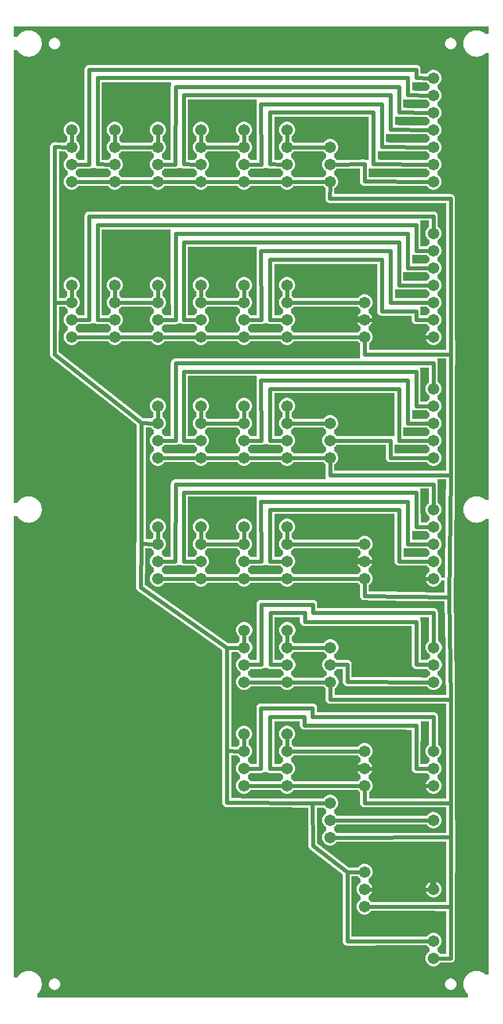
<source format=gbl>
G04 MADE WITH FRITZING*
G04 WWW.FRITZING.ORG*
G04 DOUBLE SIDED*
G04 HOLES PLATED*
G04 CONTOUR ON CENTER OF CONTOUR VECTOR*
%ASAXBY*%
%FSLAX23Y23*%
%MOIN*%
%OFA0B0*%
%SFA1.0B1.0*%
%ADD10C,0.075000*%
%ADD11C,0.067559*%
%ADD12C,0.024000*%
%LNCOPPER0*%
G90*
G70*
G54D10*
X625Y5268D03*
X1125Y5169D03*
X1720Y5075D03*
X739Y4882D03*
X1239Y4882D03*
X1739Y4882D03*
X625Y4413D03*
X1125Y4316D03*
X367Y4516D03*
X453Y3741D03*
X739Y3982D03*
X1239Y3982D03*
X1723Y3982D03*
X1125Y3567D03*
X1726Y3474D03*
X885Y3041D03*
X1239Y3282D03*
X1739Y3282D03*
X1977Y3186D03*
X1125Y2867D03*
X1736Y2766D03*
X2570Y5410D03*
X1239Y2582D03*
X1723Y2582D03*
X1970Y2141D03*
X1741Y1982D03*
X1133Y2269D03*
X1366Y1669D03*
X1723Y1382D03*
X2135Y846D03*
G54D11*
X2475Y368D03*
X2475Y268D03*
X2075Y4068D03*
X2075Y3968D03*
X2075Y3868D03*
X1875Y4968D03*
X1875Y4868D03*
X1875Y4768D03*
X1375Y1568D03*
X1375Y1468D03*
X1375Y1368D03*
X1375Y1268D03*
X1625Y1568D03*
X1625Y1468D03*
X1625Y1368D03*
X1625Y1268D03*
X1626Y2169D03*
X1626Y2069D03*
X1626Y1969D03*
X1626Y1869D03*
X1376Y2169D03*
X1376Y2069D03*
X1376Y1969D03*
X1376Y1869D03*
X1125Y2768D03*
X1125Y2668D03*
X1125Y2568D03*
X1125Y2468D03*
X1625Y2768D03*
X1625Y2668D03*
X1625Y2568D03*
X1625Y2468D03*
X1375Y2768D03*
X1375Y2668D03*
X1375Y2568D03*
X1375Y2468D03*
X875Y2768D03*
X875Y2668D03*
X875Y2568D03*
X875Y2468D03*
X1625Y3468D03*
X1625Y3368D03*
X1625Y3268D03*
X1625Y3168D03*
X875Y3468D03*
X875Y3368D03*
X875Y3268D03*
X875Y3168D03*
X1125Y3468D03*
X1125Y3368D03*
X1125Y3268D03*
X1125Y3168D03*
X1375Y3468D03*
X1375Y3368D03*
X1375Y3268D03*
X1375Y3168D03*
X375Y4168D03*
X375Y4068D03*
X375Y3968D03*
X375Y3868D03*
X1625Y4168D03*
X1625Y4068D03*
X1625Y3968D03*
X1625Y3868D03*
X625Y4168D03*
X625Y4068D03*
X625Y3968D03*
X625Y3868D03*
X1375Y4168D03*
X1375Y4068D03*
X1375Y3968D03*
X1375Y3868D03*
X875Y4168D03*
X875Y4068D03*
X875Y3968D03*
X875Y3868D03*
X1125Y4168D03*
X1125Y4068D03*
X1125Y3968D03*
X1125Y3868D03*
X375Y5068D03*
X375Y4968D03*
X375Y4868D03*
X375Y4768D03*
X625Y5068D03*
X625Y4968D03*
X625Y4868D03*
X625Y4768D03*
X875Y5068D03*
X875Y4968D03*
X875Y4868D03*
X875Y4768D03*
X1125Y5068D03*
X1125Y4968D03*
X1125Y4868D03*
X1125Y4768D03*
X1375Y5068D03*
X1375Y4968D03*
X1375Y4868D03*
X1375Y4768D03*
X1625Y5068D03*
X1625Y4968D03*
X1625Y4868D03*
X1625Y4768D03*
X2475Y5368D03*
X2475Y5268D03*
X2475Y5168D03*
X2475Y5068D03*
X2475Y4968D03*
X2475Y4868D03*
X2475Y4768D03*
X2475Y1068D03*
X2475Y2868D03*
X2475Y2768D03*
X2475Y2668D03*
X2475Y2568D03*
X2475Y2468D03*
X2475Y4468D03*
X2475Y4368D03*
X2475Y4268D03*
X2475Y4168D03*
X2475Y4068D03*
X2475Y3968D03*
X2475Y3868D03*
X2475Y3568D03*
X2475Y3468D03*
X2475Y3368D03*
X2475Y3268D03*
X2475Y3168D03*
X2475Y1468D03*
X2475Y1368D03*
X2475Y1268D03*
X2475Y668D03*
X2476Y2069D03*
X2476Y1969D03*
X2476Y1869D03*
X1875Y3368D03*
X1875Y3268D03*
X1875Y3168D03*
X2075Y2668D03*
X2075Y2568D03*
X2075Y2468D03*
X1876Y2069D03*
X1876Y1969D03*
X1876Y1869D03*
X2075Y1468D03*
X2075Y1368D03*
X2075Y1268D03*
X1875Y1168D03*
X1875Y1068D03*
X1875Y968D03*
X2075Y768D03*
X2075Y668D03*
X2075Y568D03*
G54D12*
X2074Y2368D02*
X2075Y2443D01*
D02*
X2566Y2362D02*
X2074Y2368D01*
D02*
X650Y4968D02*
X850Y4968D01*
D02*
X1150Y4968D02*
X1350Y4968D01*
D02*
X1650Y4968D02*
X1850Y4968D01*
D02*
X1375Y4993D02*
X1375Y5043D01*
D02*
X1625Y4993D02*
X1625Y5043D01*
D02*
X1617Y5066D02*
X1625Y5068D01*
D02*
X1650Y4768D02*
X1850Y4768D01*
D02*
X600Y4768D02*
X400Y4768D01*
D02*
X650Y4768D02*
X850Y4768D01*
D02*
X900Y4768D02*
X1100Y4768D01*
D02*
X1125Y4993D02*
X1125Y5043D01*
D02*
X875Y4993D02*
X875Y5043D01*
D02*
X625Y4993D02*
X625Y5043D01*
D02*
X375Y4993D02*
X375Y5043D01*
D02*
X2050Y3868D02*
X1650Y3868D01*
D02*
X1600Y3868D02*
X1400Y3868D01*
D02*
X1350Y3868D02*
X1150Y3868D01*
D02*
X1100Y3868D02*
X900Y3868D01*
D02*
X850Y3868D02*
X650Y3868D01*
D02*
X600Y3868D02*
X400Y3868D01*
D02*
X375Y4093D02*
X375Y4143D01*
D02*
X625Y4093D02*
X625Y4143D01*
D02*
X650Y4068D02*
X850Y4068D01*
D02*
X875Y4093D02*
X875Y4143D01*
D02*
X1125Y4093D02*
X1125Y4143D01*
D02*
X1150Y4068D02*
X1350Y4068D01*
D02*
X1375Y4093D02*
X1375Y4143D01*
D02*
X1625Y4093D02*
X1625Y4143D01*
D02*
X1650Y4068D02*
X2050Y4068D01*
D02*
X1850Y3168D02*
X1650Y3168D01*
D02*
X1600Y3168D02*
X1400Y3168D01*
D02*
X1350Y3168D02*
X1150Y3168D01*
D02*
X1100Y3168D02*
X900Y3168D01*
D02*
X875Y3393D02*
X875Y3443D01*
D02*
X1125Y3393D02*
X1125Y3443D01*
D02*
X1150Y3368D02*
X1350Y3368D01*
D02*
X1375Y3393D02*
X1375Y3443D01*
D02*
X1625Y3393D02*
X1625Y3443D01*
D02*
X1650Y3368D02*
X1850Y3368D01*
D02*
X875Y2693D02*
X875Y2743D01*
D02*
X1125Y2693D02*
X1125Y2743D01*
D02*
X1150Y2668D02*
X1350Y2668D01*
D02*
X1375Y2693D02*
X1375Y2743D01*
D02*
X1625Y2693D02*
X1625Y2743D01*
D02*
X1650Y2668D02*
X2050Y2668D01*
D02*
X2050Y2468D02*
X1650Y2468D01*
D02*
X1600Y2468D02*
X1400Y2468D01*
D02*
X1350Y2468D02*
X1150Y2468D01*
D02*
X1100Y2468D02*
X900Y2468D01*
D02*
X1376Y2094D02*
X1376Y2144D01*
D02*
X1626Y2094D02*
X1626Y2144D01*
D02*
X1651Y2069D02*
X1851Y2069D01*
D02*
X1851Y1869D02*
X1651Y1869D01*
D02*
X1601Y1869D02*
X1401Y1869D01*
D02*
X2050Y1268D02*
X1650Y1268D01*
D02*
X1600Y1268D02*
X1400Y1268D01*
D02*
X1275Y1470D02*
X1350Y1469D01*
D02*
X1375Y1493D02*
X1375Y1543D01*
D02*
X1625Y1493D02*
X1625Y1543D01*
D02*
X1650Y1468D02*
X2050Y1468D01*
D02*
X2450Y1068D02*
X1900Y1068D01*
D02*
X2226Y4369D02*
X1473Y4369D01*
D02*
X1473Y4369D02*
X1476Y3969D01*
D02*
X2226Y4069D02*
X2226Y4369D01*
D02*
X1476Y3969D02*
X1400Y3968D01*
D02*
X2450Y4068D02*
X2226Y4069D01*
D02*
X2374Y4369D02*
X2374Y4517D01*
D02*
X2374Y4517D02*
X524Y4517D01*
D02*
X2450Y4368D02*
X2374Y4369D01*
D02*
X524Y4517D02*
X524Y3969D01*
D02*
X524Y3969D02*
X600Y3968D01*
D02*
X2174Y4970D02*
X2174Y5218D01*
D02*
X2174Y5218D02*
X1473Y5218D01*
D02*
X2450Y4968D02*
X2174Y4970D01*
D02*
X1473Y5218D02*
X1474Y4868D01*
D02*
X1474Y4868D02*
X1400Y4868D01*
D02*
X1974Y367D02*
X2450Y368D01*
D02*
X1974Y768D02*
X1974Y367D01*
D02*
X1974Y768D02*
X2050Y768D01*
D02*
X1775Y920D02*
X1974Y768D01*
D02*
X1773Y1167D02*
X1775Y920D01*
D02*
X1773Y1167D02*
X1850Y1168D01*
D02*
X1275Y1170D02*
X1275Y1470D01*
D02*
X1275Y1470D02*
X1275Y2067D01*
D02*
X1773Y1167D02*
X1275Y1170D01*
D02*
X1275Y2067D02*
X774Y2418D01*
D02*
X1275Y2067D02*
X1351Y2069D01*
D02*
X774Y2418D02*
X777Y2671D01*
D02*
X777Y2671D02*
X779Y3372D01*
D02*
X777Y2671D02*
X850Y2669D01*
D02*
X779Y3372D02*
X274Y3768D01*
D02*
X779Y3372D02*
X850Y3369D01*
D02*
X274Y3768D02*
X276Y4069D01*
D02*
X276Y4069D02*
X276Y4970D01*
D02*
X276Y4069D02*
X350Y4068D01*
D02*
X276Y4970D02*
X350Y4969D01*
D02*
X2174Y4317D02*
X2174Y4017D01*
D02*
X2374Y3969D02*
X2450Y3968D01*
D02*
X2374Y4017D02*
X2374Y3969D01*
D02*
X2174Y4017D02*
X2374Y4017D01*
D02*
X1525Y4317D02*
X2174Y4317D01*
D02*
X1525Y3969D02*
X1525Y4317D01*
D02*
X1600Y3968D02*
X1525Y3969D01*
D02*
X2100Y668D02*
X2175Y669D01*
D02*
X2175Y669D02*
X2450Y668D01*
D02*
X2376Y2768D02*
X2374Y2968D01*
D02*
X2374Y2968D02*
X1025Y2968D01*
D02*
X2450Y2768D02*
X2376Y2768D01*
D02*
X1025Y2968D02*
X1025Y2568D01*
D02*
X1025Y2568D02*
X1100Y2568D01*
D02*
X1773Y1667D02*
X1773Y1719D01*
D02*
X1773Y1719D02*
X1473Y1719D01*
D02*
X2476Y1667D02*
X1773Y1667D01*
D02*
X1473Y1719D02*
X1473Y1367D01*
D02*
X2475Y1493D02*
X2476Y1667D01*
D02*
X1473Y1367D02*
X1400Y1368D01*
D02*
X2374Y1367D02*
X2376Y1617D01*
D02*
X1725Y1667D02*
X1525Y1667D01*
D02*
X1725Y1619D02*
X1725Y1667D01*
D02*
X2376Y1617D02*
X1725Y1619D01*
D02*
X2450Y1368D02*
X2374Y1367D01*
D02*
X1525Y1667D02*
X1525Y1367D01*
D02*
X1525Y1367D02*
X1600Y1368D01*
D02*
X2174Y1267D02*
X2450Y1268D01*
D02*
X2174Y1367D02*
X2174Y1267D01*
D02*
X2100Y1368D02*
X2174Y1367D01*
D02*
X2274Y2868D02*
X1525Y2868D01*
D02*
X1525Y2868D02*
X1525Y2568D01*
D02*
X1525Y2568D02*
X1600Y2568D01*
D02*
X2276Y2568D02*
X2274Y2868D01*
D02*
X2450Y2568D02*
X2276Y2568D01*
D02*
X475Y4868D02*
X476Y5418D01*
D02*
X2374Y5370D02*
X2450Y5369D01*
D02*
X2374Y5418D02*
X2374Y5370D01*
D02*
X476Y5418D02*
X2374Y5418D01*
D02*
X400Y4868D02*
X475Y4868D01*
D02*
X2177Y3866D02*
X2450Y3868D01*
D02*
X2174Y3969D02*
X2177Y3866D01*
D02*
X2100Y3968D02*
X2174Y3969D01*
D02*
X2274Y3268D02*
X2274Y3569D01*
D02*
X2274Y3569D02*
X1525Y3569D01*
D02*
X2450Y3268D02*
X2274Y3268D01*
D02*
X1525Y3569D02*
X1525Y3268D01*
D02*
X1525Y3268D02*
X1600Y3268D01*
D02*
X2374Y3469D02*
X2374Y3669D01*
D02*
X2374Y3669D02*
X1025Y3669D01*
D02*
X2450Y3468D02*
X2374Y3469D01*
D02*
X1025Y3669D02*
X1025Y3268D01*
D02*
X1025Y3268D02*
X1100Y3268D01*
D02*
X2474Y3717D02*
X977Y3717D01*
D02*
X2475Y3593D02*
X2474Y3717D01*
D02*
X977Y3717D02*
X977Y3268D01*
D02*
X977Y3268D02*
X900Y3268D01*
D02*
X1474Y1971D02*
X1401Y1970D01*
D02*
X1474Y2319D02*
X1474Y1971D01*
D02*
X1775Y2271D02*
X1775Y2319D01*
D02*
X1775Y2319D02*
X1474Y2319D01*
D02*
X2475Y2271D02*
X1775Y2271D01*
D02*
X2476Y2094D02*
X2475Y2271D01*
D02*
X2375Y2219D02*
X1727Y2219D01*
D02*
X1727Y2219D02*
X1727Y2271D01*
D02*
X2375Y1971D02*
X2375Y2219D01*
D02*
X1727Y2271D02*
X1527Y2271D01*
D02*
X2451Y1970D02*
X2375Y1971D01*
D02*
X1527Y2271D02*
X1527Y1971D01*
D02*
X1527Y1971D02*
X1601Y1970D01*
D02*
X2226Y5070D02*
X2226Y5270D01*
D02*
X2226Y5270D02*
X1025Y5270D01*
D02*
X2450Y5068D02*
X2226Y5070D01*
D02*
X1025Y5270D02*
X1025Y4870D01*
D02*
X1025Y4870D02*
X1100Y4869D01*
D02*
X1150Y4768D02*
X1350Y4768D01*
D02*
X2225Y3168D02*
X2450Y3168D01*
D02*
X2225Y3268D02*
X2225Y3168D01*
D02*
X1900Y3268D02*
X2225Y3268D01*
D02*
X2326Y5270D02*
X2326Y5370D01*
D02*
X2326Y5370D02*
X524Y5370D01*
D02*
X2450Y5268D02*
X2326Y5270D01*
D02*
X524Y5370D02*
X524Y4870D01*
D02*
X524Y4870D02*
X600Y4869D01*
D02*
X1900Y4868D02*
X2074Y4870D01*
D02*
X2074Y4870D02*
X2074Y4770D01*
D02*
X2074Y4770D02*
X2450Y4768D01*
D02*
X2126Y4870D02*
X2126Y5170D01*
D02*
X2126Y5170D02*
X1525Y5170D01*
D02*
X2450Y4868D02*
X2126Y4870D01*
D02*
X1525Y5170D02*
X1525Y4870D01*
D02*
X1525Y4870D02*
X1600Y4869D01*
D02*
X2326Y2668D02*
X2326Y2916D01*
D02*
X2326Y2916D02*
X1473Y2916D01*
D02*
X2450Y2668D02*
X2326Y2668D01*
D02*
X1473Y2916D02*
X1475Y2568D01*
D02*
X1475Y2568D02*
X1400Y2568D01*
D02*
X2325Y3369D02*
X2326Y3617D01*
D02*
X2326Y3617D02*
X1473Y3617D01*
D02*
X2450Y3368D02*
X2325Y3369D01*
D02*
X1473Y3617D02*
X1476Y3268D01*
D02*
X1476Y3268D02*
X1400Y3268D01*
D02*
X2274Y4169D02*
X2274Y4417D01*
D02*
X2274Y4417D02*
X1025Y4417D01*
D02*
X2450Y4168D02*
X2274Y4169D01*
D02*
X1025Y4417D02*
X1025Y3969D01*
D02*
X1025Y3969D02*
X1100Y3968D01*
D02*
X2574Y269D02*
X2500Y268D01*
D02*
X2574Y567D02*
X2574Y269D01*
D02*
X2574Y567D02*
X2100Y568D01*
D02*
X2576Y970D02*
X2574Y567D01*
D02*
X2576Y970D02*
X2574Y1168D01*
D02*
X2574Y1168D02*
X2574Y1768D01*
D02*
X1900Y968D02*
X2576Y970D01*
D02*
X2574Y1768D02*
X1875Y1768D01*
D02*
X2076Y1168D02*
X2574Y1168D01*
D02*
X2075Y1243D02*
X2076Y1168D01*
D02*
X1875Y1768D02*
X1876Y1844D01*
D02*
X2566Y2362D02*
X2574Y1768D01*
D02*
X2574Y3068D02*
X2566Y2362D01*
D02*
X2574Y3068D02*
X1875Y3067D01*
D02*
X1875Y3067D02*
X1875Y3143D01*
D02*
X2575Y3768D02*
X2574Y3068D01*
D02*
X2076Y3768D02*
X2575Y3768D01*
D02*
X2575Y3768D02*
X2574Y4670D01*
D02*
X2075Y3843D02*
X2076Y3768D01*
D02*
X2574Y4670D02*
X1873Y4670D01*
D02*
X1873Y4670D02*
X1875Y4743D01*
D02*
X1400Y4768D02*
X1600Y4768D01*
D02*
X1975Y1871D02*
X2451Y1869D01*
D02*
X1975Y1971D02*
X1975Y1871D01*
D02*
X1901Y1970D02*
X1975Y1971D01*
D02*
X977Y3967D02*
X900Y3968D01*
D02*
X977Y4469D02*
X977Y3967D01*
D02*
X2326Y4269D02*
X2326Y4469D01*
D02*
X2326Y4469D02*
X977Y4469D01*
D02*
X2450Y4268D02*
X2326Y4269D01*
D02*
X2474Y3016D02*
X977Y3016D01*
D02*
X2475Y2893D02*
X2474Y3016D01*
D02*
X977Y3016D02*
X974Y2568D01*
D02*
X974Y2568D02*
X900Y2568D01*
D02*
X2474Y4569D02*
X2475Y4493D01*
D02*
X476Y4569D02*
X2474Y4569D01*
D02*
X474Y3969D02*
X476Y4569D01*
D02*
X400Y3968D02*
X474Y3969D01*
D02*
X2226Y2468D02*
X2450Y2468D01*
D02*
X2226Y2568D02*
X2226Y2468D01*
D02*
X2100Y2568D02*
X2226Y2568D01*
D02*
X2274Y5170D02*
X2274Y5318D01*
D02*
X2274Y5318D02*
X977Y5318D01*
D02*
X2450Y5168D02*
X2274Y5170D01*
D02*
X977Y5318D02*
X976Y4868D01*
D02*
X976Y4868D02*
X900Y4868D01*
G36*
X550Y5345D02*
X550Y5117D01*
X880Y5117D01*
X880Y5115D01*
X888Y5115D01*
X888Y5113D01*
X892Y5113D01*
X892Y5111D01*
X896Y5111D01*
X896Y5109D01*
X900Y5109D01*
X900Y5107D01*
X902Y5107D01*
X902Y5105D01*
X904Y5105D01*
X904Y5103D01*
X906Y5103D01*
X906Y5101D01*
X908Y5101D01*
X908Y5099D01*
X910Y5099D01*
X910Y5097D01*
X912Y5097D01*
X912Y5095D01*
X914Y5095D01*
X914Y5091D01*
X916Y5091D01*
X916Y5089D01*
X918Y5089D01*
X918Y5085D01*
X920Y5085D01*
X920Y5079D01*
X922Y5079D01*
X922Y5059D01*
X920Y5059D01*
X920Y5053D01*
X918Y5053D01*
X918Y5049D01*
X916Y5049D01*
X916Y5045D01*
X914Y5045D01*
X914Y5043D01*
X912Y5043D01*
X912Y5041D01*
X910Y5041D01*
X910Y5037D01*
X908Y5037D01*
X908Y5035D01*
X906Y5035D01*
X906Y5033D01*
X902Y5033D01*
X902Y5005D01*
X904Y5005D01*
X904Y5003D01*
X906Y5003D01*
X906Y5001D01*
X908Y5001D01*
X908Y4999D01*
X910Y4999D01*
X910Y4997D01*
X912Y4997D01*
X912Y4995D01*
X914Y4995D01*
X914Y4991D01*
X916Y4991D01*
X916Y4989D01*
X918Y4989D01*
X918Y4985D01*
X920Y4985D01*
X920Y4979D01*
X922Y4979D01*
X922Y4959D01*
X920Y4959D01*
X920Y4953D01*
X918Y4953D01*
X918Y4949D01*
X916Y4949D01*
X916Y4945D01*
X914Y4945D01*
X914Y4943D01*
X912Y4943D01*
X912Y4941D01*
X910Y4941D01*
X910Y4937D01*
X908Y4937D01*
X908Y4935D01*
X906Y4935D01*
X906Y4933D01*
X902Y4933D01*
X902Y4931D01*
X900Y4931D01*
X900Y4929D01*
X898Y4929D01*
X898Y4909D01*
X900Y4909D01*
X900Y4907D01*
X902Y4907D01*
X902Y4905D01*
X904Y4905D01*
X904Y4903D01*
X906Y4903D01*
X906Y4901D01*
X908Y4901D01*
X908Y4899D01*
X910Y4899D01*
X910Y4897D01*
X912Y4897D01*
X912Y4895D01*
X950Y4895D01*
X950Y5321D01*
X952Y5321D01*
X952Y5345D01*
X550Y5345D01*
G37*
D02*
G36*
X550Y5117D02*
X550Y4895D01*
X588Y4895D01*
X588Y4897D01*
X590Y4897D01*
X590Y4899D01*
X592Y4899D01*
X592Y4901D01*
X594Y4901D01*
X594Y4903D01*
X596Y4903D01*
X596Y4905D01*
X598Y4905D01*
X598Y4907D01*
X600Y4907D01*
X600Y4909D01*
X602Y4909D01*
X602Y4929D01*
X600Y4929D01*
X600Y4931D01*
X598Y4931D01*
X598Y4933D01*
X594Y4933D01*
X594Y4935D01*
X592Y4935D01*
X592Y4937D01*
X590Y4937D01*
X590Y4941D01*
X588Y4941D01*
X588Y4943D01*
X586Y4943D01*
X586Y4945D01*
X584Y4945D01*
X584Y4949D01*
X582Y4949D01*
X582Y4953D01*
X580Y4953D01*
X580Y4959D01*
X578Y4959D01*
X578Y4979D01*
X580Y4979D01*
X580Y4985D01*
X582Y4985D01*
X582Y4989D01*
X584Y4989D01*
X584Y4991D01*
X586Y4991D01*
X586Y4995D01*
X588Y4995D01*
X588Y4997D01*
X590Y4997D01*
X590Y4999D01*
X592Y4999D01*
X592Y5001D01*
X594Y5001D01*
X594Y5003D01*
X596Y5003D01*
X596Y5005D01*
X598Y5005D01*
X598Y5033D01*
X594Y5033D01*
X594Y5035D01*
X592Y5035D01*
X592Y5037D01*
X590Y5037D01*
X590Y5041D01*
X588Y5041D01*
X588Y5043D01*
X586Y5043D01*
X586Y5045D01*
X584Y5045D01*
X584Y5049D01*
X582Y5049D01*
X582Y5053D01*
X580Y5053D01*
X580Y5059D01*
X578Y5059D01*
X578Y5079D01*
X580Y5079D01*
X580Y5085D01*
X582Y5085D01*
X582Y5089D01*
X584Y5089D01*
X584Y5091D01*
X586Y5091D01*
X586Y5095D01*
X588Y5095D01*
X588Y5097D01*
X590Y5097D01*
X590Y5099D01*
X592Y5099D01*
X592Y5101D01*
X594Y5101D01*
X594Y5103D01*
X596Y5103D01*
X596Y5105D01*
X598Y5105D01*
X598Y5107D01*
X600Y5107D01*
X600Y5109D01*
X604Y5109D01*
X604Y5111D01*
X608Y5111D01*
X608Y5113D01*
X612Y5113D01*
X612Y5115D01*
X620Y5115D01*
X620Y5117D01*
X550Y5117D01*
G37*
D02*
G36*
X630Y5117D02*
X630Y5115D01*
X638Y5115D01*
X638Y5113D01*
X642Y5113D01*
X642Y5111D01*
X646Y5111D01*
X646Y5109D01*
X650Y5109D01*
X650Y5107D01*
X652Y5107D01*
X652Y5105D01*
X654Y5105D01*
X654Y5103D01*
X656Y5103D01*
X656Y5101D01*
X658Y5101D01*
X658Y5099D01*
X660Y5099D01*
X660Y5097D01*
X662Y5097D01*
X662Y5095D01*
X664Y5095D01*
X664Y5091D01*
X666Y5091D01*
X666Y5089D01*
X668Y5089D01*
X668Y5085D01*
X670Y5085D01*
X670Y5079D01*
X672Y5079D01*
X672Y5059D01*
X670Y5059D01*
X670Y5053D01*
X668Y5053D01*
X668Y5049D01*
X666Y5049D01*
X666Y5045D01*
X664Y5045D01*
X664Y5043D01*
X662Y5043D01*
X662Y5041D01*
X660Y5041D01*
X660Y5037D01*
X658Y5037D01*
X658Y5035D01*
X656Y5035D01*
X656Y5033D01*
X652Y5033D01*
X652Y5005D01*
X654Y5005D01*
X654Y5003D01*
X656Y5003D01*
X656Y5001D01*
X658Y5001D01*
X658Y4999D01*
X660Y4999D01*
X660Y4997D01*
X662Y4997D01*
X662Y4995D01*
X838Y4995D01*
X838Y4997D01*
X840Y4997D01*
X840Y4999D01*
X842Y4999D01*
X842Y5001D01*
X844Y5001D01*
X844Y5003D01*
X846Y5003D01*
X846Y5005D01*
X848Y5005D01*
X848Y5033D01*
X844Y5033D01*
X844Y5035D01*
X842Y5035D01*
X842Y5037D01*
X840Y5037D01*
X840Y5041D01*
X838Y5041D01*
X838Y5043D01*
X836Y5043D01*
X836Y5045D01*
X834Y5045D01*
X834Y5049D01*
X832Y5049D01*
X832Y5053D01*
X830Y5053D01*
X830Y5059D01*
X828Y5059D01*
X828Y5079D01*
X830Y5079D01*
X830Y5085D01*
X832Y5085D01*
X832Y5089D01*
X834Y5089D01*
X834Y5091D01*
X836Y5091D01*
X836Y5095D01*
X838Y5095D01*
X838Y5097D01*
X840Y5097D01*
X840Y5099D01*
X842Y5099D01*
X842Y5101D01*
X844Y5101D01*
X844Y5103D01*
X846Y5103D01*
X846Y5105D01*
X848Y5105D01*
X848Y5107D01*
X850Y5107D01*
X850Y5109D01*
X854Y5109D01*
X854Y5111D01*
X858Y5111D01*
X858Y5113D01*
X862Y5113D01*
X862Y5115D01*
X870Y5115D01*
X870Y5117D01*
X630Y5117D01*
G37*
D02*
G36*
X2352Y5345D02*
X2352Y5297D01*
X2364Y5297D01*
X2364Y5295D01*
X2438Y5295D01*
X2438Y5297D01*
X2440Y5297D01*
X2440Y5299D01*
X2442Y5299D01*
X2442Y5301D01*
X2444Y5301D01*
X2444Y5303D01*
X2446Y5303D01*
X2446Y5305D01*
X2448Y5305D01*
X2448Y5307D01*
X2450Y5307D01*
X2450Y5309D01*
X2452Y5309D01*
X2452Y5329D01*
X2450Y5329D01*
X2450Y5331D01*
X2448Y5331D01*
X2448Y5333D01*
X2444Y5333D01*
X2444Y5335D01*
X2442Y5335D01*
X2442Y5337D01*
X2440Y5337D01*
X2440Y5341D01*
X2438Y5341D01*
X2438Y5343D01*
X2402Y5343D01*
X2402Y5345D01*
X2352Y5345D01*
G37*
D02*
G36*
X1050Y5245D02*
X1050Y5117D01*
X1380Y5117D01*
X1380Y5115D01*
X1388Y5115D01*
X1388Y5113D01*
X1392Y5113D01*
X1392Y5111D01*
X1396Y5111D01*
X1396Y5109D01*
X1400Y5109D01*
X1400Y5107D01*
X1402Y5107D01*
X1402Y5105D01*
X1404Y5105D01*
X1404Y5103D01*
X1406Y5103D01*
X1406Y5101D01*
X1408Y5101D01*
X1408Y5099D01*
X1410Y5099D01*
X1410Y5097D01*
X1412Y5097D01*
X1412Y5095D01*
X1414Y5095D01*
X1414Y5091D01*
X1416Y5091D01*
X1416Y5089D01*
X1418Y5089D01*
X1418Y5085D01*
X1420Y5085D01*
X1420Y5079D01*
X1422Y5079D01*
X1422Y5059D01*
X1420Y5059D01*
X1420Y5053D01*
X1418Y5053D01*
X1418Y5049D01*
X1416Y5049D01*
X1416Y5045D01*
X1414Y5045D01*
X1414Y5043D01*
X1412Y5043D01*
X1412Y5041D01*
X1410Y5041D01*
X1410Y5037D01*
X1408Y5037D01*
X1408Y5035D01*
X1406Y5035D01*
X1406Y5033D01*
X1402Y5033D01*
X1402Y5005D01*
X1404Y5005D01*
X1404Y5003D01*
X1406Y5003D01*
X1406Y5001D01*
X1408Y5001D01*
X1408Y4999D01*
X1410Y4999D01*
X1410Y4997D01*
X1412Y4997D01*
X1412Y4995D01*
X1414Y4995D01*
X1414Y4991D01*
X1416Y4991D01*
X1416Y4989D01*
X1418Y4989D01*
X1418Y4985D01*
X1420Y4985D01*
X1420Y4979D01*
X1422Y4979D01*
X1422Y4959D01*
X1420Y4959D01*
X1420Y4953D01*
X1418Y4953D01*
X1418Y4949D01*
X1416Y4949D01*
X1416Y4945D01*
X1414Y4945D01*
X1414Y4943D01*
X1412Y4943D01*
X1412Y4941D01*
X1410Y4941D01*
X1410Y4937D01*
X1408Y4937D01*
X1408Y4935D01*
X1406Y4935D01*
X1406Y4933D01*
X1402Y4933D01*
X1402Y4931D01*
X1400Y4931D01*
X1400Y4929D01*
X1398Y4929D01*
X1398Y4909D01*
X1400Y4909D01*
X1400Y4907D01*
X1402Y4907D01*
X1402Y4905D01*
X1404Y4905D01*
X1404Y4903D01*
X1406Y4903D01*
X1406Y4901D01*
X1408Y4901D01*
X1408Y4899D01*
X1410Y4899D01*
X1410Y4897D01*
X1412Y4897D01*
X1412Y4895D01*
X1448Y4895D01*
X1448Y5245D01*
X1050Y5245D01*
G37*
D02*
G36*
X1050Y5117D02*
X1050Y4895D01*
X1088Y4895D01*
X1088Y4897D01*
X1090Y4897D01*
X1090Y4899D01*
X1092Y4899D01*
X1092Y4901D01*
X1094Y4901D01*
X1094Y4903D01*
X1096Y4903D01*
X1096Y4905D01*
X1098Y4905D01*
X1098Y4907D01*
X1100Y4907D01*
X1100Y4909D01*
X1102Y4909D01*
X1102Y4929D01*
X1100Y4929D01*
X1100Y4931D01*
X1098Y4931D01*
X1098Y4933D01*
X1094Y4933D01*
X1094Y4935D01*
X1092Y4935D01*
X1092Y4937D01*
X1090Y4937D01*
X1090Y4941D01*
X1088Y4941D01*
X1088Y4943D01*
X1086Y4943D01*
X1086Y4945D01*
X1084Y4945D01*
X1084Y4949D01*
X1082Y4949D01*
X1082Y4953D01*
X1080Y4953D01*
X1080Y4959D01*
X1078Y4959D01*
X1078Y4979D01*
X1080Y4979D01*
X1080Y4985D01*
X1082Y4985D01*
X1082Y4989D01*
X1084Y4989D01*
X1084Y4991D01*
X1086Y4991D01*
X1086Y4995D01*
X1088Y4995D01*
X1088Y4997D01*
X1090Y4997D01*
X1090Y4999D01*
X1092Y4999D01*
X1092Y5001D01*
X1094Y5001D01*
X1094Y5003D01*
X1096Y5003D01*
X1096Y5005D01*
X1098Y5005D01*
X1098Y5033D01*
X1094Y5033D01*
X1094Y5035D01*
X1092Y5035D01*
X1092Y5037D01*
X1090Y5037D01*
X1090Y5041D01*
X1088Y5041D01*
X1088Y5043D01*
X1086Y5043D01*
X1086Y5045D01*
X1084Y5045D01*
X1084Y5049D01*
X1082Y5049D01*
X1082Y5053D01*
X1080Y5053D01*
X1080Y5059D01*
X1078Y5059D01*
X1078Y5079D01*
X1080Y5079D01*
X1080Y5085D01*
X1082Y5085D01*
X1082Y5089D01*
X1084Y5089D01*
X1084Y5091D01*
X1086Y5091D01*
X1086Y5095D01*
X1088Y5095D01*
X1088Y5097D01*
X1090Y5097D01*
X1090Y5099D01*
X1092Y5099D01*
X1092Y5101D01*
X1094Y5101D01*
X1094Y5103D01*
X1096Y5103D01*
X1096Y5105D01*
X1098Y5105D01*
X1098Y5107D01*
X1100Y5107D01*
X1100Y5109D01*
X1104Y5109D01*
X1104Y5111D01*
X1108Y5111D01*
X1108Y5113D01*
X1112Y5113D01*
X1112Y5115D01*
X1120Y5115D01*
X1120Y5117D01*
X1050Y5117D01*
G37*
D02*
G36*
X1130Y5117D02*
X1130Y5115D01*
X1138Y5115D01*
X1138Y5113D01*
X1142Y5113D01*
X1142Y5111D01*
X1146Y5111D01*
X1146Y5109D01*
X1150Y5109D01*
X1150Y5107D01*
X1152Y5107D01*
X1152Y5105D01*
X1154Y5105D01*
X1154Y5103D01*
X1156Y5103D01*
X1156Y5101D01*
X1158Y5101D01*
X1158Y5099D01*
X1160Y5099D01*
X1160Y5097D01*
X1162Y5097D01*
X1162Y5095D01*
X1164Y5095D01*
X1164Y5091D01*
X1166Y5091D01*
X1166Y5089D01*
X1168Y5089D01*
X1168Y5085D01*
X1170Y5085D01*
X1170Y5079D01*
X1172Y5079D01*
X1172Y5059D01*
X1170Y5059D01*
X1170Y5053D01*
X1168Y5053D01*
X1168Y5049D01*
X1166Y5049D01*
X1166Y5045D01*
X1164Y5045D01*
X1164Y5043D01*
X1162Y5043D01*
X1162Y5041D01*
X1160Y5041D01*
X1160Y5037D01*
X1158Y5037D01*
X1158Y5035D01*
X1156Y5035D01*
X1156Y5033D01*
X1152Y5033D01*
X1152Y5005D01*
X1154Y5005D01*
X1154Y5003D01*
X1156Y5003D01*
X1156Y5001D01*
X1158Y5001D01*
X1158Y4999D01*
X1160Y4999D01*
X1160Y4997D01*
X1162Y4997D01*
X1162Y4995D01*
X1338Y4995D01*
X1338Y4997D01*
X1340Y4997D01*
X1340Y4999D01*
X1342Y4999D01*
X1342Y5001D01*
X1344Y5001D01*
X1344Y5003D01*
X1346Y5003D01*
X1346Y5005D01*
X1348Y5005D01*
X1348Y5033D01*
X1344Y5033D01*
X1344Y5035D01*
X1342Y5035D01*
X1342Y5037D01*
X1340Y5037D01*
X1340Y5041D01*
X1338Y5041D01*
X1338Y5043D01*
X1336Y5043D01*
X1336Y5045D01*
X1334Y5045D01*
X1334Y5049D01*
X1332Y5049D01*
X1332Y5053D01*
X1330Y5053D01*
X1330Y5059D01*
X1328Y5059D01*
X1328Y5079D01*
X1330Y5079D01*
X1330Y5085D01*
X1332Y5085D01*
X1332Y5089D01*
X1334Y5089D01*
X1334Y5091D01*
X1336Y5091D01*
X1336Y5095D01*
X1338Y5095D01*
X1338Y5097D01*
X1340Y5097D01*
X1340Y5099D01*
X1342Y5099D01*
X1342Y5101D01*
X1344Y5101D01*
X1344Y5103D01*
X1346Y5103D01*
X1346Y5105D01*
X1348Y5105D01*
X1348Y5107D01*
X1350Y5107D01*
X1350Y5109D01*
X1354Y5109D01*
X1354Y5111D01*
X1358Y5111D01*
X1358Y5113D01*
X1362Y5113D01*
X1362Y5115D01*
X1370Y5115D01*
X1370Y5117D01*
X1130Y5117D01*
G37*
D02*
G36*
X2300Y5245D02*
X2300Y5197D01*
X2318Y5197D01*
X2318Y5195D01*
X2438Y5195D01*
X2438Y5197D01*
X2440Y5197D01*
X2440Y5199D01*
X2442Y5199D01*
X2442Y5201D01*
X2444Y5201D01*
X2444Y5203D01*
X2446Y5203D01*
X2446Y5205D01*
X2448Y5205D01*
X2448Y5207D01*
X2450Y5207D01*
X2450Y5209D01*
X2452Y5209D01*
X2452Y5229D01*
X2450Y5229D01*
X2450Y5231D01*
X2448Y5231D01*
X2448Y5233D01*
X2444Y5233D01*
X2444Y5235D01*
X2442Y5235D01*
X2442Y5237D01*
X2440Y5237D01*
X2440Y5241D01*
X2438Y5241D01*
X2438Y5243D01*
X2362Y5243D01*
X2362Y5245D01*
X2300Y5245D01*
G37*
D02*
G36*
X1552Y5145D02*
X1552Y5117D01*
X1630Y5117D01*
X1630Y5115D01*
X1638Y5115D01*
X1638Y5113D01*
X1642Y5113D01*
X1642Y5111D01*
X1646Y5111D01*
X1646Y5109D01*
X1650Y5109D01*
X1650Y5107D01*
X1652Y5107D01*
X1652Y5105D01*
X1654Y5105D01*
X1654Y5103D01*
X1656Y5103D01*
X1656Y5101D01*
X1658Y5101D01*
X1658Y5099D01*
X1660Y5099D01*
X1660Y5097D01*
X1662Y5097D01*
X1662Y5095D01*
X1664Y5095D01*
X1664Y5091D01*
X1666Y5091D01*
X1666Y5089D01*
X1668Y5089D01*
X1668Y5085D01*
X1670Y5085D01*
X1670Y5079D01*
X1672Y5079D01*
X1672Y5059D01*
X1670Y5059D01*
X1670Y5053D01*
X1668Y5053D01*
X1668Y5049D01*
X1666Y5049D01*
X1666Y5045D01*
X1664Y5045D01*
X1664Y5043D01*
X1662Y5043D01*
X1662Y5041D01*
X1660Y5041D01*
X1660Y5037D01*
X1658Y5037D01*
X1658Y5035D01*
X1656Y5035D01*
X1656Y5033D01*
X1652Y5033D01*
X1652Y5017D01*
X1880Y5017D01*
X1880Y5015D01*
X1888Y5015D01*
X1888Y5013D01*
X1892Y5013D01*
X1892Y5011D01*
X1896Y5011D01*
X1896Y5009D01*
X1900Y5009D01*
X1900Y5007D01*
X1902Y5007D01*
X1902Y5005D01*
X1904Y5005D01*
X1904Y5003D01*
X1906Y5003D01*
X1906Y5001D01*
X1908Y5001D01*
X1908Y4999D01*
X1910Y4999D01*
X1910Y4997D01*
X1912Y4997D01*
X1912Y4995D01*
X1914Y4995D01*
X1914Y4991D01*
X1916Y4991D01*
X1916Y4989D01*
X1918Y4989D01*
X1918Y4985D01*
X1920Y4985D01*
X1920Y4979D01*
X1922Y4979D01*
X1922Y4959D01*
X1920Y4959D01*
X1920Y4953D01*
X1918Y4953D01*
X1918Y4949D01*
X1916Y4949D01*
X1916Y4945D01*
X1914Y4945D01*
X1914Y4943D01*
X1912Y4943D01*
X1912Y4941D01*
X1910Y4941D01*
X1910Y4937D01*
X1908Y4937D01*
X1908Y4935D01*
X1906Y4935D01*
X1906Y4933D01*
X1902Y4933D01*
X1902Y4931D01*
X1900Y4931D01*
X1900Y4929D01*
X1898Y4929D01*
X1898Y4909D01*
X1900Y4909D01*
X1900Y4907D01*
X1902Y4907D01*
X1902Y4905D01*
X1904Y4905D01*
X1904Y4903D01*
X1906Y4903D01*
X1906Y4901D01*
X1908Y4901D01*
X1908Y4899D01*
X1910Y4899D01*
X1910Y4897D01*
X2076Y4897D01*
X2076Y4895D01*
X2100Y4895D01*
X2100Y5145D01*
X1552Y5145D01*
G37*
D02*
G36*
X1552Y5117D02*
X1552Y4895D01*
X1588Y4895D01*
X1588Y4897D01*
X1590Y4897D01*
X1590Y4899D01*
X1592Y4899D01*
X1592Y4901D01*
X1594Y4901D01*
X1594Y4903D01*
X1596Y4903D01*
X1596Y4905D01*
X1598Y4905D01*
X1598Y4907D01*
X1600Y4907D01*
X1600Y4909D01*
X1602Y4909D01*
X1602Y4929D01*
X1600Y4929D01*
X1600Y4931D01*
X1598Y4931D01*
X1598Y4933D01*
X1594Y4933D01*
X1594Y4935D01*
X1592Y4935D01*
X1592Y4937D01*
X1590Y4937D01*
X1590Y4941D01*
X1588Y4941D01*
X1588Y4943D01*
X1586Y4943D01*
X1586Y4945D01*
X1584Y4945D01*
X1584Y4949D01*
X1582Y4949D01*
X1582Y4953D01*
X1580Y4953D01*
X1580Y4959D01*
X1578Y4959D01*
X1578Y4979D01*
X1580Y4979D01*
X1580Y4985D01*
X1582Y4985D01*
X1582Y4989D01*
X1584Y4989D01*
X1584Y4991D01*
X1586Y4991D01*
X1586Y4995D01*
X1588Y4995D01*
X1588Y4997D01*
X1590Y4997D01*
X1590Y4999D01*
X1592Y4999D01*
X1592Y5001D01*
X1594Y5001D01*
X1594Y5003D01*
X1596Y5003D01*
X1596Y5005D01*
X1598Y5005D01*
X1598Y5033D01*
X1594Y5033D01*
X1594Y5035D01*
X1592Y5035D01*
X1592Y5037D01*
X1590Y5037D01*
X1590Y5041D01*
X1588Y5041D01*
X1588Y5043D01*
X1586Y5043D01*
X1586Y5045D01*
X1584Y5045D01*
X1584Y5049D01*
X1582Y5049D01*
X1582Y5053D01*
X1580Y5053D01*
X1580Y5059D01*
X1578Y5059D01*
X1578Y5079D01*
X1580Y5079D01*
X1580Y5085D01*
X1582Y5085D01*
X1582Y5089D01*
X1584Y5089D01*
X1584Y5091D01*
X1586Y5091D01*
X1586Y5095D01*
X1588Y5095D01*
X1588Y5097D01*
X1590Y5097D01*
X1590Y5099D01*
X1592Y5099D01*
X1592Y5101D01*
X1594Y5101D01*
X1594Y5103D01*
X1596Y5103D01*
X1596Y5105D01*
X1598Y5105D01*
X1598Y5107D01*
X1600Y5107D01*
X1600Y5109D01*
X1604Y5109D01*
X1604Y5111D01*
X1608Y5111D01*
X1608Y5113D01*
X1612Y5113D01*
X1612Y5115D01*
X1620Y5115D01*
X1620Y5117D01*
X1552Y5117D01*
G37*
D02*
G36*
X1652Y5017D02*
X1652Y5005D01*
X1654Y5005D01*
X1654Y5003D01*
X1656Y5003D01*
X1656Y5001D01*
X1658Y5001D01*
X1658Y4999D01*
X1660Y4999D01*
X1660Y4997D01*
X1662Y4997D01*
X1662Y4995D01*
X1838Y4995D01*
X1838Y4997D01*
X1840Y4997D01*
X1840Y4999D01*
X1842Y4999D01*
X1842Y5001D01*
X1844Y5001D01*
X1844Y5003D01*
X1846Y5003D01*
X1846Y5005D01*
X1848Y5005D01*
X1848Y5007D01*
X1850Y5007D01*
X1850Y5009D01*
X1854Y5009D01*
X1854Y5011D01*
X1858Y5011D01*
X1858Y5013D01*
X1862Y5013D01*
X1862Y5015D01*
X1870Y5015D01*
X1870Y5017D01*
X1652Y5017D01*
G37*
D02*
G36*
X1912Y4897D02*
X1912Y4895D01*
X2052Y4895D01*
X2052Y4897D01*
X1912Y4897D01*
G37*
D02*
G36*
X2252Y5145D02*
X2252Y5097D01*
X2272Y5097D01*
X2272Y5095D01*
X2438Y5095D01*
X2438Y5097D01*
X2440Y5097D01*
X2440Y5099D01*
X2442Y5099D01*
X2442Y5101D01*
X2444Y5101D01*
X2444Y5103D01*
X2446Y5103D01*
X2446Y5105D01*
X2448Y5105D01*
X2448Y5107D01*
X2450Y5107D01*
X2450Y5109D01*
X2452Y5109D01*
X2452Y5129D01*
X2450Y5129D01*
X2450Y5131D01*
X2448Y5131D01*
X2448Y5133D01*
X2444Y5133D01*
X2444Y5135D01*
X2442Y5135D01*
X2442Y5137D01*
X2440Y5137D01*
X2440Y5141D01*
X2438Y5141D01*
X2438Y5143D01*
X2316Y5143D01*
X2316Y5145D01*
X2252Y5145D01*
G37*
D02*
G36*
X2200Y5045D02*
X2200Y4997D01*
X2216Y4997D01*
X2216Y4995D01*
X2438Y4995D01*
X2438Y4997D01*
X2440Y4997D01*
X2440Y4999D01*
X2442Y4999D01*
X2442Y5001D01*
X2444Y5001D01*
X2444Y5003D01*
X2446Y5003D01*
X2446Y5005D01*
X2448Y5005D01*
X2448Y5007D01*
X2450Y5007D01*
X2450Y5009D01*
X2452Y5009D01*
X2452Y5029D01*
X2450Y5029D01*
X2450Y5031D01*
X2448Y5031D01*
X2448Y5033D01*
X2444Y5033D01*
X2444Y5035D01*
X2442Y5035D01*
X2442Y5037D01*
X2440Y5037D01*
X2440Y5041D01*
X2438Y5041D01*
X2438Y5043D01*
X2270Y5043D01*
X2270Y5045D01*
X2200Y5045D01*
G37*
D02*
G36*
X2152Y4945D02*
X2152Y4897D01*
X2162Y4897D01*
X2162Y4895D01*
X2438Y4895D01*
X2438Y4897D01*
X2440Y4897D01*
X2440Y4899D01*
X2442Y4899D01*
X2442Y4901D01*
X2444Y4901D01*
X2444Y4903D01*
X2446Y4903D01*
X2446Y4905D01*
X2448Y4905D01*
X2448Y4907D01*
X2450Y4907D01*
X2450Y4909D01*
X2452Y4909D01*
X2452Y4929D01*
X2450Y4929D01*
X2450Y4931D01*
X2448Y4931D01*
X2448Y4933D01*
X2444Y4933D01*
X2444Y4935D01*
X2442Y4935D01*
X2442Y4937D01*
X2440Y4937D01*
X2440Y4941D01*
X2438Y4941D01*
X2438Y4943D01*
X2214Y4943D01*
X2214Y4945D01*
X2152Y4945D01*
G37*
D02*
G36*
X662Y4943D02*
X662Y4941D01*
X660Y4941D01*
X660Y4937D01*
X658Y4937D01*
X658Y4935D01*
X656Y4935D01*
X656Y4933D01*
X652Y4933D01*
X652Y4931D01*
X650Y4931D01*
X650Y4929D01*
X648Y4929D01*
X648Y4909D01*
X650Y4909D01*
X650Y4907D01*
X652Y4907D01*
X652Y4905D01*
X654Y4905D01*
X654Y4903D01*
X656Y4903D01*
X656Y4901D01*
X658Y4901D01*
X658Y4899D01*
X660Y4899D01*
X660Y4897D01*
X662Y4897D01*
X662Y4895D01*
X664Y4895D01*
X664Y4891D01*
X666Y4891D01*
X666Y4889D01*
X668Y4889D01*
X668Y4885D01*
X670Y4885D01*
X670Y4879D01*
X672Y4879D01*
X672Y4859D01*
X670Y4859D01*
X670Y4853D01*
X668Y4853D01*
X668Y4849D01*
X666Y4849D01*
X666Y4845D01*
X664Y4845D01*
X664Y4843D01*
X662Y4843D01*
X662Y4841D01*
X660Y4841D01*
X660Y4837D01*
X658Y4837D01*
X658Y4835D01*
X656Y4835D01*
X656Y4833D01*
X652Y4833D01*
X652Y4831D01*
X650Y4831D01*
X650Y4829D01*
X648Y4829D01*
X648Y4809D01*
X650Y4809D01*
X650Y4807D01*
X652Y4807D01*
X652Y4805D01*
X654Y4805D01*
X654Y4803D01*
X656Y4803D01*
X656Y4801D01*
X658Y4801D01*
X658Y4799D01*
X660Y4799D01*
X660Y4797D01*
X662Y4797D01*
X662Y4795D01*
X838Y4795D01*
X838Y4797D01*
X840Y4797D01*
X840Y4799D01*
X842Y4799D01*
X842Y4801D01*
X844Y4801D01*
X844Y4803D01*
X846Y4803D01*
X846Y4805D01*
X848Y4805D01*
X848Y4807D01*
X850Y4807D01*
X850Y4809D01*
X852Y4809D01*
X852Y4829D01*
X850Y4829D01*
X850Y4831D01*
X848Y4831D01*
X848Y4833D01*
X844Y4833D01*
X844Y4835D01*
X842Y4835D01*
X842Y4837D01*
X840Y4837D01*
X840Y4841D01*
X838Y4841D01*
X838Y4843D01*
X836Y4843D01*
X836Y4845D01*
X834Y4845D01*
X834Y4849D01*
X832Y4849D01*
X832Y4853D01*
X830Y4853D01*
X830Y4859D01*
X828Y4859D01*
X828Y4879D01*
X830Y4879D01*
X830Y4885D01*
X832Y4885D01*
X832Y4889D01*
X834Y4889D01*
X834Y4891D01*
X836Y4891D01*
X836Y4895D01*
X838Y4895D01*
X838Y4897D01*
X840Y4897D01*
X840Y4899D01*
X842Y4899D01*
X842Y4901D01*
X844Y4901D01*
X844Y4903D01*
X846Y4903D01*
X846Y4905D01*
X848Y4905D01*
X848Y4907D01*
X850Y4907D01*
X850Y4909D01*
X852Y4909D01*
X852Y4929D01*
X850Y4929D01*
X850Y4931D01*
X848Y4931D01*
X848Y4933D01*
X844Y4933D01*
X844Y4935D01*
X842Y4935D01*
X842Y4937D01*
X840Y4937D01*
X840Y4941D01*
X838Y4941D01*
X838Y4943D01*
X662Y4943D01*
G37*
D02*
G36*
X1162Y4943D02*
X1162Y4941D01*
X1160Y4941D01*
X1160Y4937D01*
X1158Y4937D01*
X1158Y4935D01*
X1156Y4935D01*
X1156Y4933D01*
X1152Y4933D01*
X1152Y4931D01*
X1150Y4931D01*
X1150Y4929D01*
X1148Y4929D01*
X1148Y4909D01*
X1150Y4909D01*
X1150Y4907D01*
X1152Y4907D01*
X1152Y4905D01*
X1154Y4905D01*
X1154Y4903D01*
X1156Y4903D01*
X1156Y4901D01*
X1158Y4901D01*
X1158Y4899D01*
X1160Y4899D01*
X1160Y4897D01*
X1162Y4897D01*
X1162Y4895D01*
X1164Y4895D01*
X1164Y4891D01*
X1166Y4891D01*
X1166Y4889D01*
X1168Y4889D01*
X1168Y4885D01*
X1170Y4885D01*
X1170Y4879D01*
X1172Y4879D01*
X1172Y4859D01*
X1170Y4859D01*
X1170Y4853D01*
X1168Y4853D01*
X1168Y4849D01*
X1166Y4849D01*
X1166Y4845D01*
X1164Y4845D01*
X1164Y4843D01*
X1162Y4843D01*
X1162Y4841D01*
X1160Y4841D01*
X1160Y4837D01*
X1158Y4837D01*
X1158Y4835D01*
X1156Y4835D01*
X1156Y4833D01*
X1152Y4833D01*
X1152Y4831D01*
X1150Y4831D01*
X1150Y4829D01*
X1148Y4829D01*
X1148Y4809D01*
X1150Y4809D01*
X1150Y4807D01*
X1152Y4807D01*
X1152Y4805D01*
X1154Y4805D01*
X1154Y4803D01*
X1156Y4803D01*
X1156Y4801D01*
X1158Y4801D01*
X1158Y4799D01*
X1160Y4799D01*
X1160Y4797D01*
X1162Y4797D01*
X1162Y4795D01*
X1338Y4795D01*
X1338Y4797D01*
X1340Y4797D01*
X1340Y4799D01*
X1342Y4799D01*
X1342Y4801D01*
X1344Y4801D01*
X1344Y4803D01*
X1346Y4803D01*
X1346Y4805D01*
X1348Y4805D01*
X1348Y4807D01*
X1350Y4807D01*
X1350Y4809D01*
X1352Y4809D01*
X1352Y4829D01*
X1350Y4829D01*
X1350Y4831D01*
X1348Y4831D01*
X1348Y4833D01*
X1344Y4833D01*
X1344Y4835D01*
X1342Y4835D01*
X1342Y4837D01*
X1340Y4837D01*
X1340Y4841D01*
X1338Y4841D01*
X1338Y4843D01*
X1336Y4843D01*
X1336Y4845D01*
X1334Y4845D01*
X1334Y4849D01*
X1332Y4849D01*
X1332Y4853D01*
X1330Y4853D01*
X1330Y4859D01*
X1328Y4859D01*
X1328Y4879D01*
X1330Y4879D01*
X1330Y4885D01*
X1332Y4885D01*
X1332Y4889D01*
X1334Y4889D01*
X1334Y4891D01*
X1336Y4891D01*
X1336Y4895D01*
X1338Y4895D01*
X1338Y4897D01*
X1340Y4897D01*
X1340Y4899D01*
X1342Y4899D01*
X1342Y4901D01*
X1344Y4901D01*
X1344Y4903D01*
X1346Y4903D01*
X1346Y4905D01*
X1348Y4905D01*
X1348Y4907D01*
X1350Y4907D01*
X1350Y4909D01*
X1352Y4909D01*
X1352Y4929D01*
X1350Y4929D01*
X1350Y4931D01*
X1348Y4931D01*
X1348Y4933D01*
X1344Y4933D01*
X1344Y4935D01*
X1342Y4935D01*
X1342Y4937D01*
X1340Y4937D01*
X1340Y4941D01*
X1338Y4941D01*
X1338Y4943D01*
X1162Y4943D01*
G37*
D02*
G36*
X1662Y4943D02*
X1662Y4941D01*
X1660Y4941D01*
X1660Y4937D01*
X1658Y4937D01*
X1658Y4935D01*
X1656Y4935D01*
X1656Y4933D01*
X1652Y4933D01*
X1652Y4931D01*
X1650Y4931D01*
X1650Y4929D01*
X1648Y4929D01*
X1648Y4909D01*
X1650Y4909D01*
X1650Y4907D01*
X1652Y4907D01*
X1652Y4905D01*
X1654Y4905D01*
X1654Y4903D01*
X1656Y4903D01*
X1656Y4901D01*
X1658Y4901D01*
X1658Y4899D01*
X1660Y4899D01*
X1660Y4897D01*
X1662Y4897D01*
X1662Y4895D01*
X1664Y4895D01*
X1664Y4891D01*
X1666Y4891D01*
X1666Y4889D01*
X1668Y4889D01*
X1668Y4885D01*
X1670Y4885D01*
X1670Y4879D01*
X1672Y4879D01*
X1672Y4859D01*
X1670Y4859D01*
X1670Y4853D01*
X1668Y4853D01*
X1668Y4849D01*
X1666Y4849D01*
X1666Y4845D01*
X1664Y4845D01*
X1664Y4843D01*
X1662Y4843D01*
X1662Y4841D01*
X1660Y4841D01*
X1660Y4837D01*
X1658Y4837D01*
X1658Y4835D01*
X1656Y4835D01*
X1656Y4833D01*
X1652Y4833D01*
X1652Y4831D01*
X1650Y4831D01*
X1650Y4829D01*
X1648Y4829D01*
X1648Y4809D01*
X1650Y4809D01*
X1650Y4807D01*
X1652Y4807D01*
X1652Y4805D01*
X1654Y4805D01*
X1654Y4803D01*
X1656Y4803D01*
X1656Y4801D01*
X1658Y4801D01*
X1658Y4799D01*
X1660Y4799D01*
X1660Y4797D01*
X1662Y4797D01*
X1662Y4795D01*
X1838Y4795D01*
X1838Y4797D01*
X1840Y4797D01*
X1840Y4799D01*
X1842Y4799D01*
X1842Y4801D01*
X1844Y4801D01*
X1844Y4803D01*
X1846Y4803D01*
X1846Y4805D01*
X1848Y4805D01*
X1848Y4807D01*
X1850Y4807D01*
X1850Y4809D01*
X1852Y4809D01*
X1852Y4829D01*
X1850Y4829D01*
X1850Y4831D01*
X1848Y4831D01*
X1848Y4833D01*
X1844Y4833D01*
X1844Y4835D01*
X1842Y4835D01*
X1842Y4837D01*
X1840Y4837D01*
X1840Y4841D01*
X1838Y4841D01*
X1838Y4843D01*
X1836Y4843D01*
X1836Y4845D01*
X1834Y4845D01*
X1834Y4849D01*
X1832Y4849D01*
X1832Y4853D01*
X1830Y4853D01*
X1830Y4859D01*
X1828Y4859D01*
X1828Y4879D01*
X1830Y4879D01*
X1830Y4885D01*
X1832Y4885D01*
X1832Y4889D01*
X1834Y4889D01*
X1834Y4891D01*
X1836Y4891D01*
X1836Y4895D01*
X1838Y4895D01*
X1838Y4897D01*
X1840Y4897D01*
X1840Y4899D01*
X1842Y4899D01*
X1842Y4901D01*
X1844Y4901D01*
X1844Y4903D01*
X1846Y4903D01*
X1846Y4905D01*
X1848Y4905D01*
X1848Y4907D01*
X1850Y4907D01*
X1850Y4909D01*
X1852Y4909D01*
X1852Y4929D01*
X1850Y4929D01*
X1850Y4931D01*
X1848Y4931D01*
X1848Y4933D01*
X1844Y4933D01*
X1844Y4935D01*
X1842Y4935D01*
X1842Y4937D01*
X1840Y4937D01*
X1840Y4941D01*
X1838Y4941D01*
X1838Y4943D01*
X1662Y4943D01*
G37*
D02*
G36*
X490Y4849D02*
X490Y4847D01*
X488Y4847D01*
X488Y4845D01*
X484Y4845D01*
X484Y4843D01*
X412Y4843D01*
X412Y4841D01*
X410Y4841D01*
X410Y4837D01*
X408Y4837D01*
X408Y4835D01*
X406Y4835D01*
X406Y4833D01*
X402Y4833D01*
X402Y4831D01*
X400Y4831D01*
X400Y4829D01*
X398Y4829D01*
X398Y4809D01*
X400Y4809D01*
X400Y4807D01*
X402Y4807D01*
X402Y4805D01*
X404Y4805D01*
X404Y4803D01*
X406Y4803D01*
X406Y4801D01*
X408Y4801D01*
X408Y4799D01*
X410Y4799D01*
X410Y4797D01*
X412Y4797D01*
X412Y4795D01*
X588Y4795D01*
X588Y4797D01*
X590Y4797D01*
X590Y4799D01*
X592Y4799D01*
X592Y4801D01*
X594Y4801D01*
X594Y4803D01*
X596Y4803D01*
X596Y4805D01*
X598Y4805D01*
X598Y4807D01*
X600Y4807D01*
X600Y4809D01*
X602Y4809D01*
X602Y4829D01*
X600Y4829D01*
X600Y4831D01*
X598Y4831D01*
X598Y4833D01*
X594Y4833D01*
X594Y4835D01*
X592Y4835D01*
X592Y4837D01*
X590Y4837D01*
X590Y4841D01*
X588Y4841D01*
X588Y4843D01*
X534Y4843D01*
X534Y4845D01*
X514Y4845D01*
X514Y4847D01*
X510Y4847D01*
X510Y4849D01*
X490Y4849D01*
G37*
D02*
G36*
X992Y4849D02*
X992Y4847D01*
X988Y4847D01*
X988Y4845D01*
X984Y4845D01*
X984Y4843D01*
X912Y4843D01*
X912Y4841D01*
X910Y4841D01*
X910Y4837D01*
X908Y4837D01*
X908Y4835D01*
X906Y4835D01*
X906Y4833D01*
X902Y4833D01*
X902Y4831D01*
X900Y4831D01*
X900Y4829D01*
X898Y4829D01*
X898Y4809D01*
X900Y4809D01*
X900Y4807D01*
X902Y4807D01*
X902Y4805D01*
X904Y4805D01*
X904Y4803D01*
X906Y4803D01*
X906Y4801D01*
X908Y4801D01*
X908Y4799D01*
X910Y4799D01*
X910Y4797D01*
X912Y4797D01*
X912Y4795D01*
X1088Y4795D01*
X1088Y4797D01*
X1090Y4797D01*
X1090Y4799D01*
X1092Y4799D01*
X1092Y4801D01*
X1094Y4801D01*
X1094Y4803D01*
X1096Y4803D01*
X1096Y4805D01*
X1098Y4805D01*
X1098Y4807D01*
X1100Y4807D01*
X1100Y4809D01*
X1102Y4809D01*
X1102Y4829D01*
X1100Y4829D01*
X1100Y4831D01*
X1098Y4831D01*
X1098Y4833D01*
X1094Y4833D01*
X1094Y4835D01*
X1092Y4835D01*
X1092Y4837D01*
X1090Y4837D01*
X1090Y4841D01*
X1088Y4841D01*
X1088Y4843D01*
X1034Y4843D01*
X1034Y4845D01*
X1016Y4845D01*
X1016Y4847D01*
X1012Y4847D01*
X1012Y4849D01*
X992Y4849D01*
G37*
D02*
G36*
X1490Y4849D02*
X1490Y4847D01*
X1488Y4847D01*
X1488Y4845D01*
X1482Y4845D01*
X1482Y4843D01*
X1412Y4843D01*
X1412Y4841D01*
X1410Y4841D01*
X1410Y4837D01*
X1408Y4837D01*
X1408Y4835D01*
X1406Y4835D01*
X1406Y4833D01*
X1402Y4833D01*
X1402Y4831D01*
X1400Y4831D01*
X1400Y4829D01*
X1398Y4829D01*
X1398Y4809D01*
X1400Y4809D01*
X1400Y4807D01*
X1402Y4807D01*
X1402Y4805D01*
X1404Y4805D01*
X1404Y4803D01*
X1406Y4803D01*
X1406Y4801D01*
X1408Y4801D01*
X1408Y4799D01*
X1410Y4799D01*
X1410Y4797D01*
X1412Y4797D01*
X1412Y4795D01*
X1588Y4795D01*
X1588Y4797D01*
X1590Y4797D01*
X1590Y4799D01*
X1592Y4799D01*
X1592Y4801D01*
X1594Y4801D01*
X1594Y4803D01*
X1596Y4803D01*
X1596Y4805D01*
X1598Y4805D01*
X1598Y4807D01*
X1600Y4807D01*
X1600Y4809D01*
X1602Y4809D01*
X1602Y4829D01*
X1600Y4829D01*
X1600Y4831D01*
X1598Y4831D01*
X1598Y4833D01*
X1594Y4833D01*
X1594Y4835D01*
X1592Y4835D01*
X1592Y4837D01*
X1590Y4837D01*
X1590Y4841D01*
X1588Y4841D01*
X1588Y4843D01*
X1534Y4843D01*
X1534Y4845D01*
X1516Y4845D01*
X1516Y4847D01*
X1512Y4847D01*
X1512Y4849D01*
X1490Y4849D01*
G37*
D02*
G36*
X2100Y4845D02*
X2100Y4795D01*
X2438Y4795D01*
X2438Y4797D01*
X2440Y4797D01*
X2440Y4799D01*
X2442Y4799D01*
X2442Y4801D01*
X2444Y4801D01*
X2444Y4803D01*
X2446Y4803D01*
X2446Y4805D01*
X2448Y4805D01*
X2448Y4807D01*
X2450Y4807D01*
X2450Y4809D01*
X2452Y4809D01*
X2452Y4829D01*
X2450Y4829D01*
X2450Y4831D01*
X2448Y4831D01*
X2448Y4833D01*
X2444Y4833D01*
X2444Y4835D01*
X2442Y4835D01*
X2442Y4837D01*
X2440Y4837D01*
X2440Y4841D01*
X2438Y4841D01*
X2438Y4843D01*
X2160Y4843D01*
X2160Y4845D01*
X2100Y4845D01*
G37*
D02*
G36*
X2400Y4543D02*
X2400Y4395D01*
X2438Y4395D01*
X2438Y4397D01*
X2440Y4397D01*
X2440Y4399D01*
X2442Y4399D01*
X2442Y4401D01*
X2444Y4401D01*
X2444Y4403D01*
X2446Y4403D01*
X2446Y4405D01*
X2448Y4405D01*
X2448Y4407D01*
X2450Y4407D01*
X2450Y4409D01*
X2452Y4409D01*
X2452Y4429D01*
X2450Y4429D01*
X2450Y4431D01*
X2448Y4431D01*
X2448Y4433D01*
X2444Y4433D01*
X2444Y4435D01*
X2442Y4435D01*
X2442Y4437D01*
X2440Y4437D01*
X2440Y4441D01*
X2438Y4441D01*
X2438Y4443D01*
X2436Y4443D01*
X2436Y4445D01*
X2434Y4445D01*
X2434Y4449D01*
X2432Y4449D01*
X2432Y4453D01*
X2430Y4453D01*
X2430Y4459D01*
X2428Y4459D01*
X2428Y4479D01*
X2430Y4479D01*
X2430Y4485D01*
X2432Y4485D01*
X2432Y4489D01*
X2434Y4489D01*
X2434Y4491D01*
X2436Y4491D01*
X2436Y4495D01*
X2438Y4495D01*
X2438Y4497D01*
X2440Y4497D01*
X2440Y4499D01*
X2442Y4499D01*
X2442Y4501D01*
X2444Y4501D01*
X2444Y4503D01*
X2446Y4503D01*
X2446Y4505D01*
X2448Y4505D01*
X2448Y4543D01*
X2400Y4543D01*
G37*
D02*
G36*
X550Y4491D02*
X550Y4217D01*
X880Y4217D01*
X880Y4215D01*
X888Y4215D01*
X888Y4213D01*
X892Y4213D01*
X892Y4211D01*
X896Y4211D01*
X896Y4209D01*
X900Y4209D01*
X900Y4207D01*
X902Y4207D01*
X902Y4205D01*
X904Y4205D01*
X904Y4203D01*
X906Y4203D01*
X906Y4201D01*
X908Y4201D01*
X908Y4199D01*
X910Y4199D01*
X910Y4197D01*
X912Y4197D01*
X912Y4195D01*
X914Y4195D01*
X914Y4191D01*
X916Y4191D01*
X916Y4189D01*
X918Y4189D01*
X918Y4185D01*
X920Y4185D01*
X920Y4179D01*
X922Y4179D01*
X922Y4159D01*
X920Y4159D01*
X920Y4153D01*
X918Y4153D01*
X918Y4149D01*
X916Y4149D01*
X916Y4145D01*
X914Y4145D01*
X914Y4143D01*
X912Y4143D01*
X912Y4141D01*
X910Y4141D01*
X910Y4137D01*
X908Y4137D01*
X908Y4135D01*
X906Y4135D01*
X906Y4133D01*
X902Y4133D01*
X902Y4105D01*
X904Y4105D01*
X904Y4103D01*
X906Y4103D01*
X906Y4101D01*
X908Y4101D01*
X908Y4099D01*
X910Y4099D01*
X910Y4097D01*
X912Y4097D01*
X912Y4095D01*
X914Y4095D01*
X914Y4091D01*
X916Y4091D01*
X916Y4089D01*
X918Y4089D01*
X918Y4085D01*
X920Y4085D01*
X920Y4079D01*
X922Y4079D01*
X922Y4059D01*
X920Y4059D01*
X920Y4053D01*
X918Y4053D01*
X918Y4049D01*
X916Y4049D01*
X916Y4045D01*
X914Y4045D01*
X914Y4043D01*
X912Y4043D01*
X912Y4041D01*
X910Y4041D01*
X910Y4037D01*
X908Y4037D01*
X908Y4035D01*
X906Y4035D01*
X906Y4033D01*
X902Y4033D01*
X902Y4031D01*
X900Y4031D01*
X900Y4029D01*
X898Y4029D01*
X898Y4009D01*
X900Y4009D01*
X900Y4007D01*
X902Y4007D01*
X902Y4005D01*
X904Y4005D01*
X904Y4003D01*
X906Y4003D01*
X906Y4001D01*
X908Y4001D01*
X908Y3999D01*
X910Y3999D01*
X910Y3997D01*
X912Y3997D01*
X912Y3995D01*
X924Y3995D01*
X924Y3993D01*
X952Y3993D01*
X952Y4055D01*
X950Y4055D01*
X950Y4491D01*
X550Y4491D01*
G37*
D02*
G36*
X550Y4217D02*
X550Y3995D01*
X588Y3995D01*
X588Y3997D01*
X590Y3997D01*
X590Y3999D01*
X592Y3999D01*
X592Y4001D01*
X594Y4001D01*
X594Y4003D01*
X596Y4003D01*
X596Y4005D01*
X598Y4005D01*
X598Y4007D01*
X600Y4007D01*
X600Y4009D01*
X602Y4009D01*
X602Y4029D01*
X600Y4029D01*
X600Y4031D01*
X598Y4031D01*
X598Y4033D01*
X594Y4033D01*
X594Y4035D01*
X592Y4035D01*
X592Y4037D01*
X590Y4037D01*
X590Y4041D01*
X588Y4041D01*
X588Y4043D01*
X586Y4043D01*
X586Y4045D01*
X584Y4045D01*
X584Y4049D01*
X582Y4049D01*
X582Y4053D01*
X580Y4053D01*
X580Y4059D01*
X578Y4059D01*
X578Y4079D01*
X580Y4079D01*
X580Y4085D01*
X582Y4085D01*
X582Y4089D01*
X584Y4089D01*
X584Y4091D01*
X586Y4091D01*
X586Y4095D01*
X588Y4095D01*
X588Y4097D01*
X590Y4097D01*
X590Y4099D01*
X592Y4099D01*
X592Y4101D01*
X594Y4101D01*
X594Y4103D01*
X596Y4103D01*
X596Y4105D01*
X598Y4105D01*
X598Y4133D01*
X594Y4133D01*
X594Y4135D01*
X592Y4135D01*
X592Y4137D01*
X590Y4137D01*
X590Y4141D01*
X588Y4141D01*
X588Y4143D01*
X586Y4143D01*
X586Y4145D01*
X584Y4145D01*
X584Y4149D01*
X582Y4149D01*
X582Y4153D01*
X580Y4153D01*
X580Y4159D01*
X578Y4159D01*
X578Y4179D01*
X580Y4179D01*
X580Y4185D01*
X582Y4185D01*
X582Y4189D01*
X584Y4189D01*
X584Y4191D01*
X586Y4191D01*
X586Y4195D01*
X588Y4195D01*
X588Y4197D01*
X590Y4197D01*
X590Y4199D01*
X592Y4199D01*
X592Y4201D01*
X594Y4201D01*
X594Y4203D01*
X596Y4203D01*
X596Y4205D01*
X598Y4205D01*
X598Y4207D01*
X600Y4207D01*
X600Y4209D01*
X604Y4209D01*
X604Y4211D01*
X608Y4211D01*
X608Y4213D01*
X612Y4213D01*
X612Y4215D01*
X620Y4215D01*
X620Y4217D01*
X550Y4217D01*
G37*
D02*
G36*
X630Y4217D02*
X630Y4215D01*
X638Y4215D01*
X638Y4213D01*
X642Y4213D01*
X642Y4211D01*
X646Y4211D01*
X646Y4209D01*
X650Y4209D01*
X650Y4207D01*
X652Y4207D01*
X652Y4205D01*
X654Y4205D01*
X654Y4203D01*
X656Y4203D01*
X656Y4201D01*
X658Y4201D01*
X658Y4199D01*
X660Y4199D01*
X660Y4197D01*
X662Y4197D01*
X662Y4195D01*
X664Y4195D01*
X664Y4191D01*
X666Y4191D01*
X666Y4189D01*
X668Y4189D01*
X668Y4185D01*
X670Y4185D01*
X670Y4179D01*
X672Y4179D01*
X672Y4159D01*
X670Y4159D01*
X670Y4153D01*
X668Y4153D01*
X668Y4149D01*
X666Y4149D01*
X666Y4145D01*
X664Y4145D01*
X664Y4143D01*
X662Y4143D01*
X662Y4141D01*
X660Y4141D01*
X660Y4137D01*
X658Y4137D01*
X658Y4135D01*
X656Y4135D01*
X656Y4133D01*
X652Y4133D01*
X652Y4105D01*
X654Y4105D01*
X654Y4103D01*
X656Y4103D01*
X656Y4101D01*
X658Y4101D01*
X658Y4099D01*
X660Y4099D01*
X660Y4097D01*
X662Y4097D01*
X662Y4095D01*
X838Y4095D01*
X838Y4097D01*
X840Y4097D01*
X840Y4099D01*
X842Y4099D01*
X842Y4101D01*
X844Y4101D01*
X844Y4103D01*
X846Y4103D01*
X846Y4105D01*
X848Y4105D01*
X848Y4133D01*
X844Y4133D01*
X844Y4135D01*
X842Y4135D01*
X842Y4137D01*
X840Y4137D01*
X840Y4141D01*
X838Y4141D01*
X838Y4143D01*
X836Y4143D01*
X836Y4145D01*
X834Y4145D01*
X834Y4149D01*
X832Y4149D01*
X832Y4153D01*
X830Y4153D01*
X830Y4159D01*
X828Y4159D01*
X828Y4179D01*
X830Y4179D01*
X830Y4185D01*
X832Y4185D01*
X832Y4189D01*
X834Y4189D01*
X834Y4191D01*
X836Y4191D01*
X836Y4195D01*
X838Y4195D01*
X838Y4197D01*
X840Y4197D01*
X840Y4199D01*
X842Y4199D01*
X842Y4201D01*
X844Y4201D01*
X844Y4203D01*
X846Y4203D01*
X846Y4205D01*
X848Y4205D01*
X848Y4207D01*
X850Y4207D01*
X850Y4209D01*
X854Y4209D01*
X854Y4211D01*
X858Y4211D01*
X858Y4213D01*
X862Y4213D01*
X862Y4215D01*
X870Y4215D01*
X870Y4217D01*
X630Y4217D01*
G37*
D02*
G36*
X1050Y4391D02*
X1050Y4217D01*
X1380Y4217D01*
X1380Y4215D01*
X1388Y4215D01*
X1388Y4213D01*
X1392Y4213D01*
X1392Y4211D01*
X1396Y4211D01*
X1396Y4209D01*
X1400Y4209D01*
X1400Y4207D01*
X1402Y4207D01*
X1402Y4205D01*
X1404Y4205D01*
X1404Y4203D01*
X1406Y4203D01*
X1406Y4201D01*
X1408Y4201D01*
X1408Y4199D01*
X1410Y4199D01*
X1410Y4197D01*
X1412Y4197D01*
X1412Y4195D01*
X1414Y4195D01*
X1414Y4191D01*
X1416Y4191D01*
X1416Y4189D01*
X1418Y4189D01*
X1418Y4185D01*
X1420Y4185D01*
X1420Y4179D01*
X1422Y4179D01*
X1422Y4159D01*
X1420Y4159D01*
X1420Y4153D01*
X1418Y4153D01*
X1418Y4149D01*
X1416Y4149D01*
X1416Y4145D01*
X1414Y4145D01*
X1414Y4143D01*
X1412Y4143D01*
X1412Y4141D01*
X1410Y4141D01*
X1410Y4137D01*
X1408Y4137D01*
X1408Y4135D01*
X1406Y4135D01*
X1406Y4133D01*
X1402Y4133D01*
X1402Y4105D01*
X1404Y4105D01*
X1404Y4103D01*
X1406Y4103D01*
X1406Y4101D01*
X1408Y4101D01*
X1408Y4099D01*
X1410Y4099D01*
X1410Y4097D01*
X1412Y4097D01*
X1412Y4095D01*
X1414Y4095D01*
X1414Y4091D01*
X1416Y4091D01*
X1416Y4089D01*
X1418Y4089D01*
X1418Y4085D01*
X1420Y4085D01*
X1420Y4079D01*
X1422Y4079D01*
X1422Y4059D01*
X1420Y4059D01*
X1420Y4053D01*
X1418Y4053D01*
X1418Y4049D01*
X1416Y4049D01*
X1416Y4045D01*
X1414Y4045D01*
X1414Y4043D01*
X1412Y4043D01*
X1412Y4041D01*
X1410Y4041D01*
X1410Y4037D01*
X1408Y4037D01*
X1408Y4035D01*
X1406Y4035D01*
X1406Y4033D01*
X1402Y4033D01*
X1402Y4031D01*
X1400Y4031D01*
X1400Y4029D01*
X1398Y4029D01*
X1398Y4009D01*
X1400Y4009D01*
X1400Y4007D01*
X1402Y4007D01*
X1402Y4005D01*
X1404Y4005D01*
X1404Y4003D01*
X1406Y4003D01*
X1406Y4001D01*
X1408Y4001D01*
X1408Y3999D01*
X1410Y3999D01*
X1410Y3997D01*
X1412Y3997D01*
X1412Y3995D01*
X1450Y3995D01*
X1450Y4097D01*
X1448Y4097D01*
X1448Y4391D01*
X1050Y4391D01*
G37*
D02*
G36*
X1050Y4217D02*
X1050Y3995D01*
X1088Y3995D01*
X1088Y3997D01*
X1090Y3997D01*
X1090Y3999D01*
X1092Y3999D01*
X1092Y4001D01*
X1094Y4001D01*
X1094Y4003D01*
X1096Y4003D01*
X1096Y4005D01*
X1098Y4005D01*
X1098Y4007D01*
X1100Y4007D01*
X1100Y4009D01*
X1102Y4009D01*
X1102Y4029D01*
X1100Y4029D01*
X1100Y4031D01*
X1098Y4031D01*
X1098Y4033D01*
X1094Y4033D01*
X1094Y4035D01*
X1092Y4035D01*
X1092Y4037D01*
X1090Y4037D01*
X1090Y4041D01*
X1088Y4041D01*
X1088Y4043D01*
X1086Y4043D01*
X1086Y4045D01*
X1084Y4045D01*
X1084Y4049D01*
X1082Y4049D01*
X1082Y4053D01*
X1080Y4053D01*
X1080Y4059D01*
X1078Y4059D01*
X1078Y4079D01*
X1080Y4079D01*
X1080Y4085D01*
X1082Y4085D01*
X1082Y4089D01*
X1084Y4089D01*
X1084Y4091D01*
X1086Y4091D01*
X1086Y4095D01*
X1088Y4095D01*
X1088Y4097D01*
X1090Y4097D01*
X1090Y4099D01*
X1092Y4099D01*
X1092Y4101D01*
X1094Y4101D01*
X1094Y4103D01*
X1096Y4103D01*
X1096Y4105D01*
X1098Y4105D01*
X1098Y4133D01*
X1094Y4133D01*
X1094Y4135D01*
X1092Y4135D01*
X1092Y4137D01*
X1090Y4137D01*
X1090Y4141D01*
X1088Y4141D01*
X1088Y4143D01*
X1086Y4143D01*
X1086Y4145D01*
X1084Y4145D01*
X1084Y4149D01*
X1082Y4149D01*
X1082Y4153D01*
X1080Y4153D01*
X1080Y4159D01*
X1078Y4159D01*
X1078Y4179D01*
X1080Y4179D01*
X1080Y4185D01*
X1082Y4185D01*
X1082Y4189D01*
X1084Y4189D01*
X1084Y4191D01*
X1086Y4191D01*
X1086Y4195D01*
X1088Y4195D01*
X1088Y4197D01*
X1090Y4197D01*
X1090Y4199D01*
X1092Y4199D01*
X1092Y4201D01*
X1094Y4201D01*
X1094Y4203D01*
X1096Y4203D01*
X1096Y4205D01*
X1098Y4205D01*
X1098Y4207D01*
X1100Y4207D01*
X1100Y4209D01*
X1104Y4209D01*
X1104Y4211D01*
X1108Y4211D01*
X1108Y4213D01*
X1112Y4213D01*
X1112Y4215D01*
X1120Y4215D01*
X1120Y4217D01*
X1050Y4217D01*
G37*
D02*
G36*
X1130Y4217D02*
X1130Y4215D01*
X1138Y4215D01*
X1138Y4213D01*
X1142Y4213D01*
X1142Y4211D01*
X1146Y4211D01*
X1146Y4209D01*
X1150Y4209D01*
X1150Y4207D01*
X1152Y4207D01*
X1152Y4205D01*
X1154Y4205D01*
X1154Y4203D01*
X1156Y4203D01*
X1156Y4201D01*
X1158Y4201D01*
X1158Y4199D01*
X1160Y4199D01*
X1160Y4197D01*
X1162Y4197D01*
X1162Y4195D01*
X1164Y4195D01*
X1164Y4191D01*
X1166Y4191D01*
X1166Y4189D01*
X1168Y4189D01*
X1168Y4185D01*
X1170Y4185D01*
X1170Y4179D01*
X1172Y4179D01*
X1172Y4159D01*
X1170Y4159D01*
X1170Y4153D01*
X1168Y4153D01*
X1168Y4149D01*
X1166Y4149D01*
X1166Y4145D01*
X1164Y4145D01*
X1164Y4143D01*
X1162Y4143D01*
X1162Y4141D01*
X1160Y4141D01*
X1160Y4137D01*
X1158Y4137D01*
X1158Y4135D01*
X1156Y4135D01*
X1156Y4133D01*
X1152Y4133D01*
X1152Y4105D01*
X1154Y4105D01*
X1154Y4103D01*
X1156Y4103D01*
X1156Y4101D01*
X1158Y4101D01*
X1158Y4099D01*
X1160Y4099D01*
X1160Y4097D01*
X1162Y4097D01*
X1162Y4095D01*
X1338Y4095D01*
X1338Y4097D01*
X1340Y4097D01*
X1340Y4099D01*
X1342Y4099D01*
X1342Y4101D01*
X1344Y4101D01*
X1344Y4103D01*
X1346Y4103D01*
X1346Y4105D01*
X1348Y4105D01*
X1348Y4133D01*
X1344Y4133D01*
X1344Y4135D01*
X1342Y4135D01*
X1342Y4137D01*
X1340Y4137D01*
X1340Y4141D01*
X1338Y4141D01*
X1338Y4143D01*
X1336Y4143D01*
X1336Y4145D01*
X1334Y4145D01*
X1334Y4149D01*
X1332Y4149D01*
X1332Y4153D01*
X1330Y4153D01*
X1330Y4159D01*
X1328Y4159D01*
X1328Y4179D01*
X1330Y4179D01*
X1330Y4185D01*
X1332Y4185D01*
X1332Y4189D01*
X1334Y4189D01*
X1334Y4191D01*
X1336Y4191D01*
X1336Y4195D01*
X1338Y4195D01*
X1338Y4197D01*
X1340Y4197D01*
X1340Y4199D01*
X1342Y4199D01*
X1342Y4201D01*
X1344Y4201D01*
X1344Y4203D01*
X1346Y4203D01*
X1346Y4205D01*
X1348Y4205D01*
X1348Y4207D01*
X1350Y4207D01*
X1350Y4209D01*
X1354Y4209D01*
X1354Y4211D01*
X1358Y4211D01*
X1358Y4213D01*
X1362Y4213D01*
X1362Y4215D01*
X1370Y4215D01*
X1370Y4217D01*
X1130Y4217D01*
G37*
D02*
G36*
X2352Y4345D02*
X2352Y4295D01*
X2438Y4295D01*
X2438Y4297D01*
X2440Y4297D01*
X2440Y4299D01*
X2442Y4299D01*
X2442Y4301D01*
X2444Y4301D01*
X2444Y4303D01*
X2446Y4303D01*
X2446Y4305D01*
X2448Y4305D01*
X2448Y4307D01*
X2450Y4307D01*
X2450Y4309D01*
X2452Y4309D01*
X2452Y4329D01*
X2450Y4329D01*
X2450Y4331D01*
X2448Y4331D01*
X2448Y4333D01*
X2444Y4333D01*
X2444Y4335D01*
X2442Y4335D01*
X2442Y4337D01*
X2440Y4337D01*
X2440Y4341D01*
X2438Y4341D01*
X2438Y4343D01*
X2372Y4343D01*
X2372Y4345D01*
X2352Y4345D01*
G37*
D02*
G36*
X302Y4943D02*
X302Y4721D01*
X366Y4721D01*
X366Y4723D01*
X360Y4723D01*
X360Y4725D01*
X356Y4725D01*
X356Y4727D01*
X352Y4727D01*
X352Y4729D01*
X350Y4729D01*
X350Y4731D01*
X348Y4731D01*
X348Y4733D01*
X344Y4733D01*
X344Y4735D01*
X342Y4735D01*
X342Y4737D01*
X340Y4737D01*
X340Y4741D01*
X338Y4741D01*
X338Y4743D01*
X336Y4743D01*
X336Y4745D01*
X334Y4745D01*
X334Y4749D01*
X332Y4749D01*
X332Y4753D01*
X330Y4753D01*
X330Y4759D01*
X328Y4759D01*
X328Y4779D01*
X330Y4779D01*
X330Y4785D01*
X332Y4785D01*
X332Y4789D01*
X334Y4789D01*
X334Y4791D01*
X336Y4791D01*
X336Y4795D01*
X338Y4795D01*
X338Y4797D01*
X340Y4797D01*
X340Y4799D01*
X342Y4799D01*
X342Y4801D01*
X344Y4801D01*
X344Y4803D01*
X346Y4803D01*
X346Y4805D01*
X348Y4805D01*
X348Y4807D01*
X350Y4807D01*
X350Y4809D01*
X352Y4809D01*
X352Y4829D01*
X350Y4829D01*
X350Y4831D01*
X348Y4831D01*
X348Y4833D01*
X344Y4833D01*
X344Y4835D01*
X342Y4835D01*
X342Y4837D01*
X340Y4837D01*
X340Y4841D01*
X338Y4841D01*
X338Y4843D01*
X336Y4843D01*
X336Y4845D01*
X334Y4845D01*
X334Y4849D01*
X332Y4849D01*
X332Y4853D01*
X330Y4853D01*
X330Y4859D01*
X328Y4859D01*
X328Y4879D01*
X330Y4879D01*
X330Y4885D01*
X332Y4885D01*
X332Y4889D01*
X334Y4889D01*
X334Y4891D01*
X336Y4891D01*
X336Y4895D01*
X338Y4895D01*
X338Y4897D01*
X340Y4897D01*
X340Y4899D01*
X342Y4899D01*
X342Y4901D01*
X344Y4901D01*
X344Y4903D01*
X346Y4903D01*
X346Y4905D01*
X348Y4905D01*
X348Y4907D01*
X350Y4907D01*
X350Y4909D01*
X352Y4909D01*
X352Y4929D01*
X350Y4929D01*
X350Y4931D01*
X348Y4931D01*
X348Y4933D01*
X344Y4933D01*
X344Y4935D01*
X342Y4935D01*
X342Y4937D01*
X340Y4937D01*
X340Y4941D01*
X338Y4941D01*
X338Y4943D01*
X302Y4943D01*
G37*
D02*
G36*
X412Y4743D02*
X412Y4741D01*
X410Y4741D01*
X410Y4737D01*
X408Y4737D01*
X408Y4735D01*
X406Y4735D01*
X406Y4733D01*
X402Y4733D01*
X402Y4731D01*
X400Y4731D01*
X400Y4729D01*
X398Y4729D01*
X398Y4727D01*
X394Y4727D01*
X394Y4725D01*
X390Y4725D01*
X390Y4723D01*
X384Y4723D01*
X384Y4721D01*
X616Y4721D01*
X616Y4723D01*
X610Y4723D01*
X610Y4725D01*
X606Y4725D01*
X606Y4727D01*
X602Y4727D01*
X602Y4729D01*
X600Y4729D01*
X600Y4731D01*
X598Y4731D01*
X598Y4733D01*
X594Y4733D01*
X594Y4735D01*
X592Y4735D01*
X592Y4737D01*
X590Y4737D01*
X590Y4741D01*
X588Y4741D01*
X588Y4743D01*
X412Y4743D01*
G37*
D02*
G36*
X662Y4743D02*
X662Y4741D01*
X660Y4741D01*
X660Y4737D01*
X658Y4737D01*
X658Y4735D01*
X656Y4735D01*
X656Y4733D01*
X652Y4733D01*
X652Y4731D01*
X650Y4731D01*
X650Y4729D01*
X648Y4729D01*
X648Y4727D01*
X644Y4727D01*
X644Y4725D01*
X640Y4725D01*
X640Y4723D01*
X634Y4723D01*
X634Y4721D01*
X866Y4721D01*
X866Y4723D01*
X860Y4723D01*
X860Y4725D01*
X856Y4725D01*
X856Y4727D01*
X852Y4727D01*
X852Y4729D01*
X850Y4729D01*
X850Y4731D01*
X848Y4731D01*
X848Y4733D01*
X844Y4733D01*
X844Y4735D01*
X842Y4735D01*
X842Y4737D01*
X840Y4737D01*
X840Y4741D01*
X838Y4741D01*
X838Y4743D01*
X662Y4743D01*
G37*
D02*
G36*
X912Y4743D02*
X912Y4741D01*
X910Y4741D01*
X910Y4737D01*
X908Y4737D01*
X908Y4735D01*
X906Y4735D01*
X906Y4733D01*
X902Y4733D01*
X902Y4731D01*
X900Y4731D01*
X900Y4729D01*
X898Y4729D01*
X898Y4727D01*
X894Y4727D01*
X894Y4725D01*
X890Y4725D01*
X890Y4723D01*
X884Y4723D01*
X884Y4721D01*
X1116Y4721D01*
X1116Y4723D01*
X1110Y4723D01*
X1110Y4725D01*
X1106Y4725D01*
X1106Y4727D01*
X1102Y4727D01*
X1102Y4729D01*
X1100Y4729D01*
X1100Y4731D01*
X1098Y4731D01*
X1098Y4733D01*
X1094Y4733D01*
X1094Y4735D01*
X1092Y4735D01*
X1092Y4737D01*
X1090Y4737D01*
X1090Y4741D01*
X1088Y4741D01*
X1088Y4743D01*
X912Y4743D01*
G37*
D02*
G36*
X1162Y4743D02*
X1162Y4741D01*
X1160Y4741D01*
X1160Y4737D01*
X1158Y4737D01*
X1158Y4735D01*
X1156Y4735D01*
X1156Y4733D01*
X1152Y4733D01*
X1152Y4731D01*
X1150Y4731D01*
X1150Y4729D01*
X1148Y4729D01*
X1148Y4727D01*
X1144Y4727D01*
X1144Y4725D01*
X1140Y4725D01*
X1140Y4723D01*
X1134Y4723D01*
X1134Y4721D01*
X1366Y4721D01*
X1366Y4723D01*
X1360Y4723D01*
X1360Y4725D01*
X1356Y4725D01*
X1356Y4727D01*
X1352Y4727D01*
X1352Y4729D01*
X1350Y4729D01*
X1350Y4731D01*
X1348Y4731D01*
X1348Y4733D01*
X1344Y4733D01*
X1344Y4735D01*
X1342Y4735D01*
X1342Y4737D01*
X1340Y4737D01*
X1340Y4741D01*
X1338Y4741D01*
X1338Y4743D01*
X1162Y4743D01*
G37*
D02*
G36*
X1412Y4743D02*
X1412Y4741D01*
X1410Y4741D01*
X1410Y4737D01*
X1408Y4737D01*
X1408Y4735D01*
X1406Y4735D01*
X1406Y4733D01*
X1402Y4733D01*
X1402Y4731D01*
X1400Y4731D01*
X1400Y4729D01*
X1398Y4729D01*
X1398Y4727D01*
X1394Y4727D01*
X1394Y4725D01*
X1390Y4725D01*
X1390Y4723D01*
X1384Y4723D01*
X1384Y4721D01*
X1616Y4721D01*
X1616Y4723D01*
X1610Y4723D01*
X1610Y4725D01*
X1606Y4725D01*
X1606Y4727D01*
X1602Y4727D01*
X1602Y4729D01*
X1600Y4729D01*
X1600Y4731D01*
X1598Y4731D01*
X1598Y4733D01*
X1594Y4733D01*
X1594Y4735D01*
X1592Y4735D01*
X1592Y4737D01*
X1590Y4737D01*
X1590Y4741D01*
X1588Y4741D01*
X1588Y4743D01*
X1412Y4743D01*
G37*
D02*
G36*
X1662Y4743D02*
X1662Y4741D01*
X1660Y4741D01*
X1660Y4737D01*
X1658Y4737D01*
X1658Y4735D01*
X1656Y4735D01*
X1656Y4733D01*
X1652Y4733D01*
X1652Y4731D01*
X1650Y4731D01*
X1650Y4729D01*
X1648Y4729D01*
X1648Y4727D01*
X1644Y4727D01*
X1644Y4725D01*
X1640Y4725D01*
X1640Y4723D01*
X1634Y4723D01*
X1634Y4721D01*
X1848Y4721D01*
X1848Y4733D01*
X1844Y4733D01*
X1844Y4735D01*
X1842Y4735D01*
X1842Y4737D01*
X1840Y4737D01*
X1840Y4741D01*
X1838Y4741D01*
X1838Y4743D01*
X1662Y4743D01*
G37*
D02*
G36*
X302Y4721D02*
X302Y4719D01*
X1848Y4719D01*
X1848Y4721D01*
X302Y4721D01*
G37*
D02*
G36*
X302Y4721D02*
X302Y4719D01*
X1848Y4719D01*
X1848Y4721D01*
X302Y4721D01*
G37*
D02*
G36*
X302Y4721D02*
X302Y4719D01*
X1848Y4719D01*
X1848Y4721D01*
X302Y4721D01*
G37*
D02*
G36*
X302Y4721D02*
X302Y4719D01*
X1848Y4719D01*
X1848Y4721D01*
X302Y4721D01*
G37*
D02*
G36*
X302Y4721D02*
X302Y4719D01*
X1848Y4719D01*
X1848Y4721D01*
X302Y4721D01*
G37*
D02*
G36*
X302Y4721D02*
X302Y4719D01*
X1848Y4719D01*
X1848Y4721D01*
X302Y4721D01*
G37*
D02*
G36*
X302Y4721D02*
X302Y4719D01*
X1848Y4719D01*
X1848Y4721D01*
X302Y4721D01*
G37*
D02*
G36*
X302Y4719D02*
X302Y4595D01*
X2484Y4595D01*
X2484Y4593D01*
X2488Y4593D01*
X2488Y4591D01*
X2490Y4591D01*
X2490Y4589D01*
X2492Y4589D01*
X2492Y4587D01*
X2494Y4587D01*
X2494Y4585D01*
X2496Y4585D01*
X2496Y4581D01*
X2498Y4581D01*
X2498Y4577D01*
X2500Y4577D01*
X2500Y4507D01*
X2502Y4507D01*
X2502Y4505D01*
X2504Y4505D01*
X2504Y4503D01*
X2506Y4503D01*
X2506Y4501D01*
X2508Y4501D01*
X2508Y4499D01*
X2510Y4499D01*
X2510Y4497D01*
X2512Y4497D01*
X2512Y4495D01*
X2514Y4495D01*
X2514Y4491D01*
X2516Y4491D01*
X2516Y4489D01*
X2518Y4489D01*
X2518Y4485D01*
X2520Y4485D01*
X2520Y4479D01*
X2522Y4479D01*
X2522Y4459D01*
X2520Y4459D01*
X2520Y4453D01*
X2518Y4453D01*
X2518Y4449D01*
X2516Y4449D01*
X2516Y4445D01*
X2514Y4445D01*
X2514Y4443D01*
X2512Y4443D01*
X2512Y4441D01*
X2510Y4441D01*
X2510Y4437D01*
X2508Y4437D01*
X2508Y4435D01*
X2506Y4435D01*
X2506Y4433D01*
X2502Y4433D01*
X2502Y4431D01*
X2500Y4431D01*
X2500Y4429D01*
X2498Y4429D01*
X2498Y4409D01*
X2500Y4409D01*
X2500Y4407D01*
X2502Y4407D01*
X2502Y4405D01*
X2504Y4405D01*
X2504Y4403D01*
X2506Y4403D01*
X2506Y4401D01*
X2508Y4401D01*
X2508Y4399D01*
X2510Y4399D01*
X2510Y4397D01*
X2512Y4397D01*
X2512Y4395D01*
X2514Y4395D01*
X2514Y4391D01*
X2516Y4391D01*
X2516Y4389D01*
X2518Y4389D01*
X2518Y4385D01*
X2520Y4385D01*
X2520Y4379D01*
X2522Y4379D01*
X2522Y4359D01*
X2520Y4359D01*
X2520Y4353D01*
X2518Y4353D01*
X2518Y4349D01*
X2516Y4349D01*
X2516Y4345D01*
X2514Y4345D01*
X2514Y4343D01*
X2512Y4343D01*
X2512Y4341D01*
X2510Y4341D01*
X2510Y4337D01*
X2508Y4337D01*
X2508Y4335D01*
X2506Y4335D01*
X2506Y4333D01*
X2502Y4333D01*
X2502Y4331D01*
X2500Y4331D01*
X2500Y4329D01*
X2498Y4329D01*
X2498Y4309D01*
X2500Y4309D01*
X2500Y4307D01*
X2502Y4307D01*
X2502Y4305D01*
X2504Y4305D01*
X2504Y4303D01*
X2506Y4303D01*
X2506Y4301D01*
X2508Y4301D01*
X2508Y4299D01*
X2510Y4299D01*
X2510Y4297D01*
X2512Y4297D01*
X2512Y4295D01*
X2514Y4295D01*
X2514Y4291D01*
X2516Y4291D01*
X2516Y4289D01*
X2518Y4289D01*
X2518Y4285D01*
X2520Y4285D01*
X2520Y4279D01*
X2522Y4279D01*
X2522Y4259D01*
X2520Y4259D01*
X2520Y4253D01*
X2518Y4253D01*
X2518Y4249D01*
X2516Y4249D01*
X2516Y4245D01*
X2514Y4245D01*
X2514Y4243D01*
X2512Y4243D01*
X2512Y4241D01*
X2510Y4241D01*
X2510Y4237D01*
X2508Y4237D01*
X2508Y4235D01*
X2506Y4235D01*
X2506Y4233D01*
X2502Y4233D01*
X2502Y4231D01*
X2500Y4231D01*
X2500Y4229D01*
X2498Y4229D01*
X2498Y4209D01*
X2500Y4209D01*
X2500Y4207D01*
X2502Y4207D01*
X2502Y4205D01*
X2504Y4205D01*
X2504Y4203D01*
X2506Y4203D01*
X2506Y4201D01*
X2508Y4201D01*
X2508Y4199D01*
X2510Y4199D01*
X2510Y4197D01*
X2512Y4197D01*
X2512Y4195D01*
X2514Y4195D01*
X2514Y4191D01*
X2516Y4191D01*
X2516Y4189D01*
X2518Y4189D01*
X2518Y4185D01*
X2520Y4185D01*
X2520Y4179D01*
X2522Y4179D01*
X2522Y4159D01*
X2520Y4159D01*
X2520Y4153D01*
X2518Y4153D01*
X2518Y4149D01*
X2516Y4149D01*
X2516Y4145D01*
X2514Y4145D01*
X2514Y4143D01*
X2512Y4143D01*
X2512Y4141D01*
X2510Y4141D01*
X2510Y4137D01*
X2508Y4137D01*
X2508Y4135D01*
X2506Y4135D01*
X2506Y4133D01*
X2502Y4133D01*
X2502Y4131D01*
X2500Y4131D01*
X2500Y4129D01*
X2498Y4129D01*
X2498Y4109D01*
X2500Y4109D01*
X2500Y4107D01*
X2502Y4107D01*
X2502Y4105D01*
X2504Y4105D01*
X2504Y4103D01*
X2506Y4103D01*
X2506Y4101D01*
X2508Y4101D01*
X2508Y4099D01*
X2510Y4099D01*
X2510Y4097D01*
X2512Y4097D01*
X2512Y4095D01*
X2514Y4095D01*
X2514Y4091D01*
X2516Y4091D01*
X2516Y4089D01*
X2518Y4089D01*
X2518Y4085D01*
X2520Y4085D01*
X2520Y4079D01*
X2522Y4079D01*
X2522Y4059D01*
X2520Y4059D01*
X2520Y4053D01*
X2518Y4053D01*
X2518Y4049D01*
X2516Y4049D01*
X2516Y4045D01*
X2514Y4045D01*
X2514Y4043D01*
X2512Y4043D01*
X2512Y4041D01*
X2510Y4041D01*
X2510Y4037D01*
X2508Y4037D01*
X2508Y4035D01*
X2506Y4035D01*
X2506Y4033D01*
X2502Y4033D01*
X2502Y4031D01*
X2500Y4031D01*
X2500Y4029D01*
X2498Y4029D01*
X2498Y4009D01*
X2500Y4009D01*
X2500Y4007D01*
X2502Y4007D01*
X2502Y4005D01*
X2504Y4005D01*
X2504Y4003D01*
X2506Y4003D01*
X2506Y4001D01*
X2508Y4001D01*
X2508Y3999D01*
X2510Y3999D01*
X2510Y3997D01*
X2512Y3997D01*
X2512Y3995D01*
X2514Y3995D01*
X2514Y3991D01*
X2516Y3991D01*
X2516Y3989D01*
X2518Y3989D01*
X2518Y3985D01*
X2520Y3985D01*
X2520Y3979D01*
X2522Y3979D01*
X2522Y3959D01*
X2520Y3959D01*
X2520Y3953D01*
X2518Y3953D01*
X2518Y3949D01*
X2516Y3949D01*
X2516Y3945D01*
X2514Y3945D01*
X2514Y3943D01*
X2512Y3943D01*
X2512Y3941D01*
X2510Y3941D01*
X2510Y3937D01*
X2508Y3937D01*
X2508Y3935D01*
X2506Y3935D01*
X2506Y3933D01*
X2502Y3933D01*
X2502Y3931D01*
X2500Y3931D01*
X2500Y3929D01*
X2498Y3929D01*
X2498Y3909D01*
X2500Y3909D01*
X2500Y3907D01*
X2502Y3907D01*
X2502Y3905D01*
X2504Y3905D01*
X2504Y3903D01*
X2506Y3903D01*
X2506Y3901D01*
X2508Y3901D01*
X2508Y3899D01*
X2510Y3899D01*
X2510Y3897D01*
X2512Y3897D01*
X2512Y3895D01*
X2514Y3895D01*
X2514Y3891D01*
X2516Y3891D01*
X2516Y3889D01*
X2518Y3889D01*
X2518Y3885D01*
X2520Y3885D01*
X2520Y3879D01*
X2522Y3879D01*
X2522Y3859D01*
X2520Y3859D01*
X2520Y3853D01*
X2518Y3853D01*
X2518Y3849D01*
X2516Y3849D01*
X2516Y3845D01*
X2514Y3845D01*
X2514Y3843D01*
X2512Y3843D01*
X2512Y3841D01*
X2510Y3841D01*
X2510Y3837D01*
X2508Y3837D01*
X2508Y3835D01*
X2506Y3835D01*
X2506Y3833D01*
X2502Y3833D01*
X2502Y3831D01*
X2500Y3831D01*
X2500Y3829D01*
X2498Y3829D01*
X2498Y3827D01*
X2494Y3827D01*
X2494Y3825D01*
X2490Y3825D01*
X2490Y3823D01*
X2484Y3823D01*
X2484Y3821D01*
X2550Y3821D01*
X2550Y3841D01*
X2548Y3841D01*
X2548Y4643D01*
X1874Y4643D01*
X1874Y4645D01*
X1864Y4645D01*
X1864Y4647D01*
X1860Y4647D01*
X1860Y4649D01*
X1858Y4649D01*
X1858Y4651D01*
X1854Y4651D01*
X1854Y4655D01*
X1852Y4655D01*
X1852Y4657D01*
X1850Y4657D01*
X1850Y4661D01*
X1848Y4661D01*
X1848Y4719D01*
X302Y4719D01*
G37*
D02*
G36*
X302Y4595D02*
X302Y4217D01*
X380Y4217D01*
X380Y4215D01*
X388Y4215D01*
X388Y4213D01*
X392Y4213D01*
X392Y4211D01*
X396Y4211D01*
X396Y4209D01*
X400Y4209D01*
X400Y4207D01*
X402Y4207D01*
X402Y4205D01*
X404Y4205D01*
X404Y4203D01*
X406Y4203D01*
X406Y4201D01*
X408Y4201D01*
X408Y4199D01*
X410Y4199D01*
X410Y4197D01*
X412Y4197D01*
X412Y4195D01*
X414Y4195D01*
X414Y4191D01*
X416Y4191D01*
X416Y4189D01*
X418Y4189D01*
X418Y4185D01*
X420Y4185D01*
X420Y4179D01*
X422Y4179D01*
X422Y4159D01*
X420Y4159D01*
X420Y4153D01*
X418Y4153D01*
X418Y4149D01*
X416Y4149D01*
X416Y4145D01*
X414Y4145D01*
X414Y4143D01*
X412Y4143D01*
X412Y4141D01*
X410Y4141D01*
X410Y4137D01*
X408Y4137D01*
X408Y4135D01*
X406Y4135D01*
X406Y4133D01*
X402Y4133D01*
X402Y4105D01*
X404Y4105D01*
X404Y4103D01*
X406Y4103D01*
X406Y4101D01*
X408Y4101D01*
X408Y4099D01*
X410Y4099D01*
X410Y4097D01*
X412Y4097D01*
X412Y4095D01*
X414Y4095D01*
X414Y4091D01*
X416Y4091D01*
X416Y4089D01*
X418Y4089D01*
X418Y4085D01*
X420Y4085D01*
X420Y4079D01*
X422Y4079D01*
X422Y4059D01*
X420Y4059D01*
X420Y4053D01*
X418Y4053D01*
X418Y4049D01*
X416Y4049D01*
X416Y4045D01*
X414Y4045D01*
X414Y4043D01*
X412Y4043D01*
X412Y4041D01*
X410Y4041D01*
X410Y4037D01*
X408Y4037D01*
X408Y4035D01*
X406Y4035D01*
X406Y4033D01*
X402Y4033D01*
X402Y4031D01*
X400Y4031D01*
X400Y4029D01*
X398Y4029D01*
X398Y4009D01*
X400Y4009D01*
X400Y4007D01*
X402Y4007D01*
X402Y4005D01*
X404Y4005D01*
X404Y4003D01*
X406Y4003D01*
X406Y4001D01*
X408Y4001D01*
X408Y3999D01*
X410Y3999D01*
X410Y3997D01*
X412Y3997D01*
X412Y3995D01*
X448Y3995D01*
X448Y4211D01*
X450Y4211D01*
X450Y4575D01*
X452Y4575D01*
X452Y4581D01*
X454Y4581D01*
X454Y4585D01*
X456Y4585D01*
X456Y4587D01*
X458Y4587D01*
X458Y4589D01*
X460Y4589D01*
X460Y4591D01*
X462Y4591D01*
X462Y4593D01*
X466Y4593D01*
X466Y4595D01*
X302Y4595D01*
G37*
D02*
G36*
X1552Y4291D02*
X1552Y4217D01*
X1630Y4217D01*
X1630Y4215D01*
X1638Y4215D01*
X1638Y4213D01*
X1642Y4213D01*
X1642Y4211D01*
X1646Y4211D01*
X1646Y4209D01*
X1650Y4209D01*
X1650Y4207D01*
X1652Y4207D01*
X1652Y4205D01*
X1654Y4205D01*
X1654Y4203D01*
X1656Y4203D01*
X1656Y4201D01*
X1658Y4201D01*
X1658Y4199D01*
X1660Y4199D01*
X1660Y4197D01*
X1662Y4197D01*
X1662Y4195D01*
X1664Y4195D01*
X1664Y4191D01*
X1666Y4191D01*
X1666Y4189D01*
X1668Y4189D01*
X1668Y4185D01*
X1670Y4185D01*
X1670Y4179D01*
X1672Y4179D01*
X1672Y4159D01*
X1670Y4159D01*
X1670Y4153D01*
X1668Y4153D01*
X1668Y4149D01*
X1666Y4149D01*
X1666Y4145D01*
X1664Y4145D01*
X1664Y4143D01*
X1662Y4143D01*
X1662Y4141D01*
X1660Y4141D01*
X1660Y4137D01*
X1658Y4137D01*
X1658Y4135D01*
X1656Y4135D01*
X1656Y4133D01*
X1652Y4133D01*
X1652Y4117D01*
X2080Y4117D01*
X2080Y4115D01*
X2088Y4115D01*
X2088Y4113D01*
X2092Y4113D01*
X2092Y4111D01*
X2096Y4111D01*
X2096Y4109D01*
X2100Y4109D01*
X2100Y4107D01*
X2102Y4107D01*
X2102Y4105D01*
X2104Y4105D01*
X2104Y4103D01*
X2106Y4103D01*
X2106Y4101D01*
X2108Y4101D01*
X2108Y4099D01*
X2110Y4099D01*
X2110Y4097D01*
X2112Y4097D01*
X2112Y4095D01*
X2114Y4095D01*
X2114Y4091D01*
X2116Y4091D01*
X2116Y4089D01*
X2118Y4089D01*
X2118Y4085D01*
X2120Y4085D01*
X2120Y4079D01*
X2122Y4079D01*
X2122Y4059D01*
X2120Y4059D01*
X2120Y4053D01*
X2118Y4053D01*
X2118Y4049D01*
X2116Y4049D01*
X2116Y4045D01*
X2114Y4045D01*
X2114Y4043D01*
X2112Y4043D01*
X2112Y4041D01*
X2110Y4041D01*
X2110Y4037D01*
X2108Y4037D01*
X2108Y4035D01*
X2106Y4035D01*
X2106Y4033D01*
X2102Y4033D01*
X2102Y4031D01*
X2100Y4031D01*
X2100Y4029D01*
X2098Y4029D01*
X2098Y4009D01*
X2100Y4009D01*
X2100Y4007D01*
X2102Y4007D01*
X2102Y4005D01*
X2104Y4005D01*
X2104Y4003D01*
X2106Y4003D01*
X2106Y4001D01*
X2108Y4001D01*
X2108Y3999D01*
X2110Y3999D01*
X2110Y3997D01*
X2112Y3997D01*
X2112Y3995D01*
X2114Y3995D01*
X2114Y3991D01*
X2116Y3991D01*
X2116Y3989D01*
X2118Y3989D01*
X2118Y3985D01*
X2120Y3985D01*
X2120Y3979D01*
X2122Y3979D01*
X2122Y3959D01*
X2120Y3959D01*
X2120Y3953D01*
X2118Y3953D01*
X2118Y3949D01*
X2116Y3949D01*
X2116Y3945D01*
X2114Y3945D01*
X2114Y3943D01*
X2112Y3943D01*
X2112Y3941D01*
X2110Y3941D01*
X2110Y3937D01*
X2108Y3937D01*
X2108Y3935D01*
X2106Y3935D01*
X2106Y3933D01*
X2102Y3933D01*
X2102Y3931D01*
X2100Y3931D01*
X2100Y3929D01*
X2098Y3929D01*
X2098Y3909D01*
X2100Y3909D01*
X2100Y3907D01*
X2102Y3907D01*
X2102Y3905D01*
X2104Y3905D01*
X2104Y3903D01*
X2106Y3903D01*
X2106Y3901D01*
X2108Y3901D01*
X2108Y3899D01*
X2110Y3899D01*
X2110Y3897D01*
X2112Y3897D01*
X2112Y3895D01*
X2114Y3895D01*
X2114Y3891D01*
X2116Y3891D01*
X2116Y3889D01*
X2118Y3889D01*
X2118Y3885D01*
X2120Y3885D01*
X2120Y3879D01*
X2122Y3879D01*
X2122Y3859D01*
X2120Y3859D01*
X2120Y3853D01*
X2118Y3853D01*
X2118Y3849D01*
X2116Y3849D01*
X2116Y3845D01*
X2114Y3845D01*
X2114Y3843D01*
X2112Y3843D01*
X2112Y3841D01*
X2110Y3841D01*
X2110Y3837D01*
X2108Y3837D01*
X2108Y3835D01*
X2106Y3835D01*
X2106Y3833D01*
X2102Y3833D01*
X2102Y3821D01*
X2466Y3821D01*
X2466Y3823D01*
X2460Y3823D01*
X2460Y3825D01*
X2456Y3825D01*
X2456Y3827D01*
X2452Y3827D01*
X2452Y3829D01*
X2450Y3829D01*
X2450Y3831D01*
X2448Y3831D01*
X2448Y3833D01*
X2444Y3833D01*
X2444Y3835D01*
X2442Y3835D01*
X2442Y3837D01*
X2440Y3837D01*
X2440Y3841D01*
X2438Y3841D01*
X2438Y3843D01*
X2436Y3843D01*
X2436Y3845D01*
X2434Y3845D01*
X2434Y3849D01*
X2432Y3849D01*
X2432Y3853D01*
X2430Y3853D01*
X2430Y3859D01*
X2428Y3859D01*
X2428Y3879D01*
X2430Y3879D01*
X2430Y3885D01*
X2432Y3885D01*
X2432Y3889D01*
X2434Y3889D01*
X2434Y3891D01*
X2436Y3891D01*
X2436Y3895D01*
X2438Y3895D01*
X2438Y3897D01*
X2440Y3897D01*
X2440Y3899D01*
X2442Y3899D01*
X2442Y3901D01*
X2444Y3901D01*
X2444Y3903D01*
X2446Y3903D01*
X2446Y3905D01*
X2448Y3905D01*
X2448Y3907D01*
X2450Y3907D01*
X2450Y3909D01*
X2452Y3909D01*
X2452Y3929D01*
X2450Y3929D01*
X2450Y3931D01*
X2448Y3931D01*
X2448Y3933D01*
X2444Y3933D01*
X2444Y3935D01*
X2442Y3935D01*
X2442Y3937D01*
X2440Y3937D01*
X2440Y3941D01*
X2438Y3941D01*
X2438Y3943D01*
X2368Y3943D01*
X2368Y3945D01*
X2362Y3945D01*
X2362Y3947D01*
X2360Y3947D01*
X2360Y3949D01*
X2356Y3949D01*
X2356Y3951D01*
X2354Y3951D01*
X2354Y3955D01*
X2352Y3955D01*
X2352Y3957D01*
X2350Y3957D01*
X2350Y3963D01*
X2348Y3963D01*
X2348Y3991D01*
X2168Y3991D01*
X2168Y3993D01*
X2162Y3993D01*
X2162Y3995D01*
X2160Y3995D01*
X2160Y3997D01*
X2156Y3997D01*
X2156Y3999D01*
X2154Y3999D01*
X2154Y4001D01*
X2152Y4001D01*
X2152Y4005D01*
X2150Y4005D01*
X2150Y4009D01*
X2148Y4009D01*
X2148Y4291D01*
X1552Y4291D01*
G37*
D02*
G36*
X302Y4217D02*
X302Y4095D01*
X338Y4095D01*
X338Y4097D01*
X340Y4097D01*
X340Y4099D01*
X342Y4099D01*
X342Y4101D01*
X344Y4101D01*
X344Y4103D01*
X346Y4103D01*
X346Y4105D01*
X348Y4105D01*
X348Y4133D01*
X344Y4133D01*
X344Y4135D01*
X342Y4135D01*
X342Y4137D01*
X340Y4137D01*
X340Y4141D01*
X338Y4141D01*
X338Y4143D01*
X336Y4143D01*
X336Y4145D01*
X334Y4145D01*
X334Y4149D01*
X332Y4149D01*
X332Y4153D01*
X330Y4153D01*
X330Y4159D01*
X328Y4159D01*
X328Y4179D01*
X330Y4179D01*
X330Y4185D01*
X332Y4185D01*
X332Y4189D01*
X334Y4189D01*
X334Y4191D01*
X336Y4191D01*
X336Y4195D01*
X338Y4195D01*
X338Y4197D01*
X340Y4197D01*
X340Y4199D01*
X342Y4199D01*
X342Y4201D01*
X344Y4201D01*
X344Y4203D01*
X346Y4203D01*
X346Y4205D01*
X348Y4205D01*
X348Y4207D01*
X350Y4207D01*
X350Y4209D01*
X354Y4209D01*
X354Y4211D01*
X358Y4211D01*
X358Y4213D01*
X362Y4213D01*
X362Y4215D01*
X370Y4215D01*
X370Y4217D01*
X302Y4217D01*
G37*
D02*
G36*
X1552Y4217D02*
X1552Y3995D01*
X1588Y3995D01*
X1588Y3997D01*
X1590Y3997D01*
X1590Y3999D01*
X1592Y3999D01*
X1592Y4001D01*
X1594Y4001D01*
X1594Y4003D01*
X1596Y4003D01*
X1596Y4005D01*
X1598Y4005D01*
X1598Y4007D01*
X1600Y4007D01*
X1600Y4009D01*
X1602Y4009D01*
X1602Y4029D01*
X1600Y4029D01*
X1600Y4031D01*
X1598Y4031D01*
X1598Y4033D01*
X1594Y4033D01*
X1594Y4035D01*
X1592Y4035D01*
X1592Y4037D01*
X1590Y4037D01*
X1590Y4041D01*
X1588Y4041D01*
X1588Y4043D01*
X1586Y4043D01*
X1586Y4045D01*
X1584Y4045D01*
X1584Y4049D01*
X1582Y4049D01*
X1582Y4053D01*
X1580Y4053D01*
X1580Y4059D01*
X1578Y4059D01*
X1578Y4079D01*
X1580Y4079D01*
X1580Y4085D01*
X1582Y4085D01*
X1582Y4089D01*
X1584Y4089D01*
X1584Y4091D01*
X1586Y4091D01*
X1586Y4095D01*
X1588Y4095D01*
X1588Y4097D01*
X1590Y4097D01*
X1590Y4099D01*
X1592Y4099D01*
X1592Y4101D01*
X1594Y4101D01*
X1594Y4103D01*
X1596Y4103D01*
X1596Y4105D01*
X1598Y4105D01*
X1598Y4133D01*
X1594Y4133D01*
X1594Y4135D01*
X1592Y4135D01*
X1592Y4137D01*
X1590Y4137D01*
X1590Y4141D01*
X1588Y4141D01*
X1588Y4143D01*
X1586Y4143D01*
X1586Y4145D01*
X1584Y4145D01*
X1584Y4149D01*
X1582Y4149D01*
X1582Y4153D01*
X1580Y4153D01*
X1580Y4159D01*
X1578Y4159D01*
X1578Y4179D01*
X1580Y4179D01*
X1580Y4185D01*
X1582Y4185D01*
X1582Y4189D01*
X1584Y4189D01*
X1584Y4191D01*
X1586Y4191D01*
X1586Y4195D01*
X1588Y4195D01*
X1588Y4197D01*
X1590Y4197D01*
X1590Y4199D01*
X1592Y4199D01*
X1592Y4201D01*
X1594Y4201D01*
X1594Y4203D01*
X1596Y4203D01*
X1596Y4205D01*
X1598Y4205D01*
X1598Y4207D01*
X1600Y4207D01*
X1600Y4209D01*
X1604Y4209D01*
X1604Y4211D01*
X1608Y4211D01*
X1608Y4213D01*
X1612Y4213D01*
X1612Y4215D01*
X1620Y4215D01*
X1620Y4217D01*
X1552Y4217D01*
G37*
D02*
G36*
X1652Y4117D02*
X1652Y4105D01*
X1654Y4105D01*
X1654Y4103D01*
X1656Y4103D01*
X1656Y4101D01*
X1658Y4101D01*
X1658Y4099D01*
X1660Y4099D01*
X1660Y4097D01*
X1662Y4097D01*
X1662Y4095D01*
X2038Y4095D01*
X2038Y4097D01*
X2040Y4097D01*
X2040Y4099D01*
X2042Y4099D01*
X2042Y4101D01*
X2044Y4101D01*
X2044Y4103D01*
X2046Y4103D01*
X2046Y4105D01*
X2048Y4105D01*
X2048Y4107D01*
X2050Y4107D01*
X2050Y4109D01*
X2054Y4109D01*
X2054Y4111D01*
X2058Y4111D01*
X2058Y4113D01*
X2062Y4113D01*
X2062Y4115D01*
X2070Y4115D01*
X2070Y4117D01*
X1652Y4117D01*
G37*
D02*
G36*
X2102Y3821D02*
X2102Y3819D01*
X2550Y3819D01*
X2550Y3821D01*
X2102Y3821D01*
G37*
D02*
G36*
X2102Y3821D02*
X2102Y3819D01*
X2550Y3819D01*
X2550Y3821D01*
X2102Y3821D01*
G37*
D02*
G36*
X2102Y3819D02*
X2102Y3795D01*
X2550Y3795D01*
X2550Y3819D01*
X2102Y3819D01*
G37*
D02*
G36*
X2300Y4245D02*
X2300Y4195D01*
X2438Y4195D01*
X2438Y4197D01*
X2440Y4197D01*
X2440Y4199D01*
X2442Y4199D01*
X2442Y4201D01*
X2444Y4201D01*
X2444Y4203D01*
X2446Y4203D01*
X2446Y4205D01*
X2448Y4205D01*
X2448Y4207D01*
X2450Y4207D01*
X2450Y4209D01*
X2452Y4209D01*
X2452Y4229D01*
X2450Y4229D01*
X2450Y4231D01*
X2448Y4231D01*
X2448Y4233D01*
X2444Y4233D01*
X2444Y4235D01*
X2442Y4235D01*
X2442Y4237D01*
X2440Y4237D01*
X2440Y4241D01*
X2438Y4241D01*
X2438Y4243D01*
X2322Y4243D01*
X2322Y4245D01*
X2300Y4245D01*
G37*
D02*
G36*
X2252Y4143D02*
X2252Y4095D01*
X2438Y4095D01*
X2438Y4097D01*
X2440Y4097D01*
X2440Y4099D01*
X2442Y4099D01*
X2442Y4101D01*
X2444Y4101D01*
X2444Y4103D01*
X2446Y4103D01*
X2446Y4105D01*
X2448Y4105D01*
X2448Y4107D01*
X2450Y4107D01*
X2450Y4109D01*
X2452Y4109D01*
X2452Y4129D01*
X2450Y4129D01*
X2450Y4131D01*
X2448Y4131D01*
X2448Y4133D01*
X2444Y4133D01*
X2444Y4135D01*
X2442Y4135D01*
X2442Y4137D01*
X2440Y4137D01*
X2440Y4141D01*
X2438Y4141D01*
X2438Y4143D01*
X2252Y4143D01*
G37*
D02*
G36*
X302Y4043D02*
X302Y3905D01*
X300Y3905D01*
X300Y3821D01*
X366Y3821D01*
X366Y3823D01*
X360Y3823D01*
X360Y3825D01*
X356Y3825D01*
X356Y3827D01*
X352Y3827D01*
X352Y3829D01*
X350Y3829D01*
X350Y3831D01*
X348Y3831D01*
X348Y3833D01*
X344Y3833D01*
X344Y3835D01*
X342Y3835D01*
X342Y3837D01*
X340Y3837D01*
X340Y3841D01*
X338Y3841D01*
X338Y3843D01*
X336Y3843D01*
X336Y3845D01*
X334Y3845D01*
X334Y3849D01*
X332Y3849D01*
X332Y3853D01*
X330Y3853D01*
X330Y3859D01*
X328Y3859D01*
X328Y3879D01*
X330Y3879D01*
X330Y3885D01*
X332Y3885D01*
X332Y3889D01*
X334Y3889D01*
X334Y3891D01*
X336Y3891D01*
X336Y3895D01*
X338Y3895D01*
X338Y3897D01*
X340Y3897D01*
X340Y3899D01*
X342Y3899D01*
X342Y3901D01*
X344Y3901D01*
X344Y3903D01*
X346Y3903D01*
X346Y3905D01*
X348Y3905D01*
X348Y3907D01*
X350Y3907D01*
X350Y3909D01*
X352Y3909D01*
X352Y3929D01*
X350Y3929D01*
X350Y3931D01*
X348Y3931D01*
X348Y3933D01*
X344Y3933D01*
X344Y3935D01*
X342Y3935D01*
X342Y3937D01*
X340Y3937D01*
X340Y3941D01*
X338Y3941D01*
X338Y3943D01*
X336Y3943D01*
X336Y3945D01*
X334Y3945D01*
X334Y3949D01*
X332Y3949D01*
X332Y3953D01*
X330Y3953D01*
X330Y3959D01*
X328Y3959D01*
X328Y3979D01*
X330Y3979D01*
X330Y3985D01*
X332Y3985D01*
X332Y3989D01*
X334Y3989D01*
X334Y3991D01*
X336Y3991D01*
X336Y3995D01*
X338Y3995D01*
X338Y3997D01*
X340Y3997D01*
X340Y3999D01*
X342Y3999D01*
X342Y4001D01*
X344Y4001D01*
X344Y4003D01*
X346Y4003D01*
X346Y4005D01*
X348Y4005D01*
X348Y4007D01*
X350Y4007D01*
X350Y4009D01*
X352Y4009D01*
X352Y4029D01*
X350Y4029D01*
X350Y4031D01*
X348Y4031D01*
X348Y4033D01*
X344Y4033D01*
X344Y4035D01*
X342Y4035D01*
X342Y4037D01*
X340Y4037D01*
X340Y4041D01*
X338Y4041D01*
X338Y4043D01*
X302Y4043D01*
G37*
D02*
G36*
X412Y3843D02*
X412Y3841D01*
X410Y3841D01*
X410Y3837D01*
X408Y3837D01*
X408Y3835D01*
X406Y3835D01*
X406Y3833D01*
X402Y3833D01*
X402Y3831D01*
X400Y3831D01*
X400Y3829D01*
X398Y3829D01*
X398Y3827D01*
X394Y3827D01*
X394Y3825D01*
X390Y3825D01*
X390Y3823D01*
X384Y3823D01*
X384Y3821D01*
X616Y3821D01*
X616Y3823D01*
X610Y3823D01*
X610Y3825D01*
X606Y3825D01*
X606Y3827D01*
X602Y3827D01*
X602Y3829D01*
X600Y3829D01*
X600Y3831D01*
X598Y3831D01*
X598Y3833D01*
X594Y3833D01*
X594Y3835D01*
X592Y3835D01*
X592Y3837D01*
X590Y3837D01*
X590Y3841D01*
X588Y3841D01*
X588Y3843D01*
X412Y3843D01*
G37*
D02*
G36*
X662Y3843D02*
X662Y3841D01*
X660Y3841D01*
X660Y3837D01*
X658Y3837D01*
X658Y3835D01*
X656Y3835D01*
X656Y3833D01*
X652Y3833D01*
X652Y3831D01*
X650Y3831D01*
X650Y3829D01*
X648Y3829D01*
X648Y3827D01*
X644Y3827D01*
X644Y3825D01*
X640Y3825D01*
X640Y3823D01*
X634Y3823D01*
X634Y3821D01*
X866Y3821D01*
X866Y3823D01*
X860Y3823D01*
X860Y3825D01*
X856Y3825D01*
X856Y3827D01*
X852Y3827D01*
X852Y3829D01*
X850Y3829D01*
X850Y3831D01*
X848Y3831D01*
X848Y3833D01*
X844Y3833D01*
X844Y3835D01*
X842Y3835D01*
X842Y3837D01*
X840Y3837D01*
X840Y3841D01*
X838Y3841D01*
X838Y3843D01*
X662Y3843D01*
G37*
D02*
G36*
X912Y3843D02*
X912Y3841D01*
X910Y3841D01*
X910Y3837D01*
X908Y3837D01*
X908Y3835D01*
X906Y3835D01*
X906Y3833D01*
X902Y3833D01*
X902Y3831D01*
X900Y3831D01*
X900Y3829D01*
X898Y3829D01*
X898Y3827D01*
X894Y3827D01*
X894Y3825D01*
X890Y3825D01*
X890Y3823D01*
X884Y3823D01*
X884Y3821D01*
X1116Y3821D01*
X1116Y3823D01*
X1110Y3823D01*
X1110Y3825D01*
X1106Y3825D01*
X1106Y3827D01*
X1102Y3827D01*
X1102Y3829D01*
X1100Y3829D01*
X1100Y3831D01*
X1098Y3831D01*
X1098Y3833D01*
X1094Y3833D01*
X1094Y3835D01*
X1092Y3835D01*
X1092Y3837D01*
X1090Y3837D01*
X1090Y3841D01*
X1088Y3841D01*
X1088Y3843D01*
X912Y3843D01*
G37*
D02*
G36*
X1162Y3843D02*
X1162Y3841D01*
X1160Y3841D01*
X1160Y3837D01*
X1158Y3837D01*
X1158Y3835D01*
X1156Y3835D01*
X1156Y3833D01*
X1152Y3833D01*
X1152Y3831D01*
X1150Y3831D01*
X1150Y3829D01*
X1148Y3829D01*
X1148Y3827D01*
X1144Y3827D01*
X1144Y3825D01*
X1140Y3825D01*
X1140Y3823D01*
X1134Y3823D01*
X1134Y3821D01*
X1366Y3821D01*
X1366Y3823D01*
X1360Y3823D01*
X1360Y3825D01*
X1356Y3825D01*
X1356Y3827D01*
X1352Y3827D01*
X1352Y3829D01*
X1350Y3829D01*
X1350Y3831D01*
X1348Y3831D01*
X1348Y3833D01*
X1344Y3833D01*
X1344Y3835D01*
X1342Y3835D01*
X1342Y3837D01*
X1340Y3837D01*
X1340Y3841D01*
X1338Y3841D01*
X1338Y3843D01*
X1162Y3843D01*
G37*
D02*
G36*
X1412Y3843D02*
X1412Y3841D01*
X1410Y3841D01*
X1410Y3837D01*
X1408Y3837D01*
X1408Y3835D01*
X1406Y3835D01*
X1406Y3833D01*
X1402Y3833D01*
X1402Y3831D01*
X1400Y3831D01*
X1400Y3829D01*
X1398Y3829D01*
X1398Y3827D01*
X1394Y3827D01*
X1394Y3825D01*
X1390Y3825D01*
X1390Y3823D01*
X1384Y3823D01*
X1384Y3821D01*
X1616Y3821D01*
X1616Y3823D01*
X1610Y3823D01*
X1610Y3825D01*
X1606Y3825D01*
X1606Y3827D01*
X1602Y3827D01*
X1602Y3829D01*
X1600Y3829D01*
X1600Y3831D01*
X1598Y3831D01*
X1598Y3833D01*
X1594Y3833D01*
X1594Y3835D01*
X1592Y3835D01*
X1592Y3837D01*
X1590Y3837D01*
X1590Y3841D01*
X1588Y3841D01*
X1588Y3843D01*
X1412Y3843D01*
G37*
D02*
G36*
X1662Y3843D02*
X1662Y3841D01*
X1660Y3841D01*
X1660Y3837D01*
X1658Y3837D01*
X1658Y3835D01*
X1656Y3835D01*
X1656Y3833D01*
X1652Y3833D01*
X1652Y3831D01*
X1650Y3831D01*
X1650Y3829D01*
X1648Y3829D01*
X1648Y3827D01*
X1644Y3827D01*
X1644Y3825D01*
X1640Y3825D01*
X1640Y3823D01*
X1634Y3823D01*
X1634Y3821D01*
X2050Y3821D01*
X2050Y3831D01*
X2048Y3831D01*
X2048Y3833D01*
X2044Y3833D01*
X2044Y3835D01*
X2042Y3835D01*
X2042Y3837D01*
X2040Y3837D01*
X2040Y3841D01*
X2038Y3841D01*
X2038Y3843D01*
X1662Y3843D01*
G37*
D02*
G36*
X300Y3821D02*
X300Y3819D01*
X2050Y3819D01*
X2050Y3821D01*
X300Y3821D01*
G37*
D02*
G36*
X300Y3821D02*
X300Y3819D01*
X2050Y3819D01*
X2050Y3821D01*
X300Y3821D01*
G37*
D02*
G36*
X300Y3821D02*
X300Y3819D01*
X2050Y3819D01*
X2050Y3821D01*
X300Y3821D01*
G37*
D02*
G36*
X300Y3821D02*
X300Y3819D01*
X2050Y3819D01*
X2050Y3821D01*
X300Y3821D01*
G37*
D02*
G36*
X300Y3821D02*
X300Y3819D01*
X2050Y3819D01*
X2050Y3821D01*
X300Y3821D01*
G37*
D02*
G36*
X300Y3821D02*
X300Y3819D01*
X2050Y3819D01*
X2050Y3821D01*
X300Y3821D01*
G37*
D02*
G36*
X300Y3821D02*
X300Y3819D01*
X2050Y3819D01*
X2050Y3821D01*
X300Y3821D01*
G37*
D02*
G36*
X300Y3819D02*
X300Y3781D01*
X302Y3781D01*
X302Y3779D01*
X304Y3779D01*
X304Y3777D01*
X306Y3777D01*
X306Y3775D01*
X308Y3775D01*
X308Y3773D01*
X312Y3773D01*
X312Y3771D01*
X314Y3771D01*
X314Y3769D01*
X316Y3769D01*
X316Y3767D01*
X318Y3767D01*
X318Y3765D01*
X322Y3765D01*
X322Y3763D01*
X324Y3763D01*
X324Y3761D01*
X326Y3761D01*
X326Y3759D01*
X330Y3759D01*
X330Y3757D01*
X332Y3757D01*
X332Y3755D01*
X334Y3755D01*
X334Y3753D01*
X336Y3753D01*
X336Y3751D01*
X340Y3751D01*
X340Y3749D01*
X342Y3749D01*
X342Y3747D01*
X344Y3747D01*
X344Y3745D01*
X346Y3745D01*
X346Y3743D01*
X350Y3743D01*
X350Y3741D01*
X352Y3741D01*
X352Y3739D01*
X354Y3739D01*
X354Y3737D01*
X358Y3737D01*
X358Y3735D01*
X360Y3735D01*
X360Y3733D01*
X362Y3733D01*
X362Y3731D01*
X364Y3731D01*
X364Y3729D01*
X368Y3729D01*
X368Y3727D01*
X370Y3727D01*
X370Y3725D01*
X372Y3725D01*
X372Y3723D01*
X376Y3723D01*
X376Y3721D01*
X378Y3721D01*
X378Y3719D01*
X380Y3719D01*
X380Y3717D01*
X382Y3717D01*
X382Y3715D01*
X386Y3715D01*
X386Y3713D01*
X388Y3713D01*
X388Y3711D01*
X390Y3711D01*
X390Y3709D01*
X392Y3709D01*
X392Y3707D01*
X396Y3707D01*
X396Y3705D01*
X398Y3705D01*
X398Y3703D01*
X400Y3703D01*
X400Y3701D01*
X404Y3701D01*
X404Y3699D01*
X406Y3699D01*
X406Y3697D01*
X408Y3697D01*
X408Y3695D01*
X410Y3695D01*
X410Y3693D01*
X414Y3693D01*
X414Y3691D01*
X416Y3691D01*
X416Y3689D01*
X418Y3689D01*
X418Y3687D01*
X420Y3687D01*
X420Y3685D01*
X424Y3685D01*
X424Y3683D01*
X426Y3683D01*
X426Y3681D01*
X428Y3681D01*
X428Y3679D01*
X432Y3679D01*
X432Y3677D01*
X434Y3677D01*
X434Y3675D01*
X436Y3675D01*
X436Y3673D01*
X438Y3673D01*
X438Y3671D01*
X442Y3671D01*
X442Y3669D01*
X444Y3669D01*
X444Y3667D01*
X446Y3667D01*
X446Y3665D01*
X448Y3665D01*
X448Y3663D01*
X452Y3663D01*
X452Y3661D01*
X454Y3661D01*
X454Y3659D01*
X456Y3659D01*
X456Y3657D01*
X460Y3657D01*
X460Y3655D01*
X462Y3655D01*
X462Y3653D01*
X464Y3653D01*
X464Y3651D01*
X466Y3651D01*
X466Y3649D01*
X470Y3649D01*
X470Y3647D01*
X472Y3647D01*
X472Y3645D01*
X474Y3645D01*
X474Y3643D01*
X478Y3643D01*
X478Y3641D01*
X480Y3641D01*
X480Y3639D01*
X482Y3639D01*
X482Y3637D01*
X484Y3637D01*
X484Y3635D01*
X488Y3635D01*
X488Y3633D01*
X490Y3633D01*
X490Y3631D01*
X492Y3631D01*
X492Y3629D01*
X494Y3629D01*
X494Y3627D01*
X498Y3627D01*
X498Y3625D01*
X500Y3625D01*
X500Y3623D01*
X502Y3623D01*
X502Y3621D01*
X506Y3621D01*
X506Y3619D01*
X508Y3619D01*
X508Y3617D01*
X510Y3617D01*
X510Y3615D01*
X512Y3615D01*
X512Y3613D01*
X516Y3613D01*
X516Y3611D01*
X518Y3611D01*
X518Y3609D01*
X520Y3609D01*
X520Y3607D01*
X522Y3607D01*
X522Y3605D01*
X526Y3605D01*
X526Y3603D01*
X528Y3603D01*
X528Y3601D01*
X530Y3601D01*
X530Y3599D01*
X534Y3599D01*
X534Y3597D01*
X536Y3597D01*
X536Y3595D01*
X538Y3595D01*
X538Y3593D01*
X540Y3593D01*
X540Y3591D01*
X544Y3591D01*
X544Y3589D01*
X546Y3589D01*
X546Y3587D01*
X548Y3587D01*
X548Y3585D01*
X550Y3585D01*
X550Y3583D01*
X554Y3583D01*
X554Y3581D01*
X556Y3581D01*
X556Y3579D01*
X558Y3579D01*
X558Y3577D01*
X562Y3577D01*
X562Y3575D01*
X564Y3575D01*
X564Y3573D01*
X566Y3573D01*
X566Y3571D01*
X568Y3571D01*
X568Y3569D01*
X572Y3569D01*
X572Y3567D01*
X574Y3567D01*
X574Y3565D01*
X576Y3565D01*
X576Y3563D01*
X580Y3563D01*
X580Y3561D01*
X582Y3561D01*
X582Y3559D01*
X584Y3559D01*
X584Y3557D01*
X586Y3557D01*
X586Y3555D01*
X590Y3555D01*
X590Y3553D01*
X592Y3553D01*
X592Y3551D01*
X594Y3551D01*
X594Y3549D01*
X596Y3549D01*
X596Y3547D01*
X600Y3547D01*
X600Y3545D01*
X602Y3545D01*
X602Y3543D01*
X604Y3543D01*
X604Y3541D01*
X608Y3541D01*
X608Y3539D01*
X610Y3539D01*
X610Y3537D01*
X612Y3537D01*
X612Y3535D01*
X614Y3535D01*
X614Y3533D01*
X618Y3533D01*
X618Y3531D01*
X620Y3531D01*
X620Y3529D01*
X622Y3529D01*
X622Y3527D01*
X624Y3527D01*
X624Y3525D01*
X628Y3525D01*
X628Y3523D01*
X630Y3523D01*
X630Y3521D01*
X632Y3521D01*
X632Y3519D01*
X636Y3519D01*
X636Y3517D01*
X880Y3517D01*
X880Y3515D01*
X888Y3515D01*
X888Y3513D01*
X892Y3513D01*
X892Y3511D01*
X896Y3511D01*
X896Y3509D01*
X900Y3509D01*
X900Y3507D01*
X902Y3507D01*
X902Y3505D01*
X904Y3505D01*
X904Y3503D01*
X906Y3503D01*
X906Y3501D01*
X908Y3501D01*
X908Y3499D01*
X910Y3499D01*
X910Y3497D01*
X912Y3497D01*
X912Y3495D01*
X914Y3495D01*
X914Y3491D01*
X916Y3491D01*
X916Y3489D01*
X918Y3489D01*
X918Y3485D01*
X920Y3485D01*
X920Y3479D01*
X922Y3479D01*
X922Y3459D01*
X920Y3459D01*
X920Y3453D01*
X918Y3453D01*
X918Y3449D01*
X916Y3449D01*
X916Y3445D01*
X914Y3445D01*
X914Y3443D01*
X912Y3443D01*
X912Y3441D01*
X910Y3441D01*
X910Y3437D01*
X908Y3437D01*
X908Y3435D01*
X906Y3435D01*
X906Y3433D01*
X902Y3433D01*
X902Y3405D01*
X904Y3405D01*
X904Y3403D01*
X906Y3403D01*
X906Y3401D01*
X908Y3401D01*
X908Y3399D01*
X910Y3399D01*
X910Y3397D01*
X912Y3397D01*
X912Y3395D01*
X914Y3395D01*
X914Y3391D01*
X916Y3391D01*
X916Y3389D01*
X918Y3389D01*
X918Y3385D01*
X920Y3385D01*
X920Y3379D01*
X922Y3379D01*
X922Y3359D01*
X920Y3359D01*
X920Y3353D01*
X918Y3353D01*
X918Y3349D01*
X916Y3349D01*
X916Y3345D01*
X914Y3345D01*
X914Y3343D01*
X912Y3343D01*
X912Y3341D01*
X910Y3341D01*
X910Y3337D01*
X908Y3337D01*
X908Y3335D01*
X906Y3335D01*
X906Y3333D01*
X902Y3333D01*
X902Y3331D01*
X900Y3331D01*
X900Y3329D01*
X898Y3329D01*
X898Y3309D01*
X900Y3309D01*
X900Y3307D01*
X902Y3307D01*
X902Y3305D01*
X904Y3305D01*
X904Y3303D01*
X906Y3303D01*
X906Y3301D01*
X908Y3301D01*
X908Y3299D01*
X910Y3299D01*
X910Y3297D01*
X912Y3297D01*
X912Y3295D01*
X950Y3295D01*
X950Y3719D01*
X952Y3719D01*
X952Y3727D01*
X954Y3727D01*
X954Y3731D01*
X956Y3731D01*
X956Y3733D01*
X958Y3733D01*
X958Y3737D01*
X962Y3737D01*
X962Y3739D01*
X964Y3739D01*
X964Y3741D01*
X970Y3741D01*
X970Y3743D01*
X2050Y3743D01*
X2050Y3819D01*
X300Y3819D01*
G37*
D02*
G36*
X638Y3517D02*
X638Y3515D01*
X640Y3515D01*
X640Y3513D01*
X642Y3513D01*
X642Y3511D01*
X646Y3511D01*
X646Y3509D01*
X648Y3509D01*
X648Y3507D01*
X650Y3507D01*
X650Y3505D01*
X652Y3505D01*
X652Y3503D01*
X656Y3503D01*
X656Y3501D01*
X658Y3501D01*
X658Y3499D01*
X660Y3499D01*
X660Y3497D01*
X664Y3497D01*
X664Y3495D01*
X666Y3495D01*
X666Y3493D01*
X668Y3493D01*
X668Y3491D01*
X670Y3491D01*
X670Y3489D01*
X674Y3489D01*
X674Y3487D01*
X676Y3487D01*
X676Y3485D01*
X678Y3485D01*
X678Y3483D01*
X680Y3483D01*
X680Y3481D01*
X684Y3481D01*
X684Y3479D01*
X686Y3479D01*
X686Y3477D01*
X688Y3477D01*
X688Y3475D01*
X692Y3475D01*
X692Y3473D01*
X694Y3473D01*
X694Y3471D01*
X696Y3471D01*
X696Y3469D01*
X698Y3469D01*
X698Y3467D01*
X702Y3467D01*
X702Y3465D01*
X704Y3465D01*
X704Y3463D01*
X706Y3463D01*
X706Y3461D01*
X710Y3461D01*
X710Y3459D01*
X712Y3459D01*
X712Y3457D01*
X714Y3457D01*
X714Y3455D01*
X716Y3455D01*
X716Y3453D01*
X720Y3453D01*
X720Y3451D01*
X722Y3451D01*
X722Y3449D01*
X724Y3449D01*
X724Y3447D01*
X726Y3447D01*
X726Y3445D01*
X730Y3445D01*
X730Y3443D01*
X732Y3443D01*
X732Y3441D01*
X734Y3441D01*
X734Y3439D01*
X738Y3439D01*
X738Y3437D01*
X740Y3437D01*
X740Y3435D01*
X742Y3435D01*
X742Y3433D01*
X744Y3433D01*
X744Y3431D01*
X748Y3431D01*
X748Y3429D01*
X750Y3429D01*
X750Y3427D01*
X752Y3427D01*
X752Y3425D01*
X754Y3425D01*
X754Y3423D01*
X758Y3423D01*
X758Y3421D01*
X760Y3421D01*
X760Y3419D01*
X762Y3419D01*
X762Y3417D01*
X766Y3417D01*
X766Y3415D01*
X768Y3415D01*
X768Y3413D01*
X770Y3413D01*
X770Y3411D01*
X772Y3411D01*
X772Y3409D01*
X776Y3409D01*
X776Y3407D01*
X778Y3407D01*
X778Y3405D01*
X780Y3405D01*
X780Y3403D01*
X782Y3403D01*
X782Y3401D01*
X786Y3401D01*
X786Y3399D01*
X788Y3399D01*
X788Y3397D01*
X840Y3397D01*
X840Y3399D01*
X842Y3399D01*
X842Y3401D01*
X844Y3401D01*
X844Y3403D01*
X846Y3403D01*
X846Y3405D01*
X848Y3405D01*
X848Y3433D01*
X844Y3433D01*
X844Y3435D01*
X842Y3435D01*
X842Y3437D01*
X840Y3437D01*
X840Y3441D01*
X838Y3441D01*
X838Y3443D01*
X836Y3443D01*
X836Y3445D01*
X834Y3445D01*
X834Y3449D01*
X832Y3449D01*
X832Y3453D01*
X830Y3453D01*
X830Y3459D01*
X828Y3459D01*
X828Y3479D01*
X830Y3479D01*
X830Y3485D01*
X832Y3485D01*
X832Y3489D01*
X834Y3489D01*
X834Y3491D01*
X836Y3491D01*
X836Y3495D01*
X838Y3495D01*
X838Y3497D01*
X840Y3497D01*
X840Y3499D01*
X842Y3499D01*
X842Y3501D01*
X844Y3501D01*
X844Y3503D01*
X846Y3503D01*
X846Y3505D01*
X848Y3505D01*
X848Y3507D01*
X850Y3507D01*
X850Y3509D01*
X854Y3509D01*
X854Y3511D01*
X858Y3511D01*
X858Y3513D01*
X862Y3513D01*
X862Y3515D01*
X870Y3515D01*
X870Y3517D01*
X638Y3517D01*
G37*
D02*
G36*
X662Y4043D02*
X662Y4041D01*
X660Y4041D01*
X660Y4037D01*
X658Y4037D01*
X658Y4035D01*
X656Y4035D01*
X656Y4033D01*
X652Y4033D01*
X652Y4031D01*
X650Y4031D01*
X650Y4029D01*
X648Y4029D01*
X648Y4009D01*
X650Y4009D01*
X650Y4007D01*
X652Y4007D01*
X652Y4005D01*
X654Y4005D01*
X654Y4003D01*
X656Y4003D01*
X656Y4001D01*
X658Y4001D01*
X658Y3999D01*
X660Y3999D01*
X660Y3997D01*
X662Y3997D01*
X662Y3995D01*
X664Y3995D01*
X664Y3991D01*
X666Y3991D01*
X666Y3989D01*
X668Y3989D01*
X668Y3985D01*
X670Y3985D01*
X670Y3979D01*
X672Y3979D01*
X672Y3959D01*
X670Y3959D01*
X670Y3953D01*
X668Y3953D01*
X668Y3949D01*
X666Y3949D01*
X666Y3945D01*
X664Y3945D01*
X664Y3943D01*
X662Y3943D01*
X662Y3941D01*
X660Y3941D01*
X660Y3937D01*
X658Y3937D01*
X658Y3935D01*
X656Y3935D01*
X656Y3933D01*
X652Y3933D01*
X652Y3931D01*
X650Y3931D01*
X650Y3929D01*
X648Y3929D01*
X648Y3909D01*
X650Y3909D01*
X650Y3907D01*
X652Y3907D01*
X652Y3905D01*
X654Y3905D01*
X654Y3903D01*
X656Y3903D01*
X656Y3901D01*
X658Y3901D01*
X658Y3899D01*
X660Y3899D01*
X660Y3897D01*
X662Y3897D01*
X662Y3895D01*
X838Y3895D01*
X838Y3897D01*
X840Y3897D01*
X840Y3899D01*
X842Y3899D01*
X842Y3901D01*
X844Y3901D01*
X844Y3903D01*
X846Y3903D01*
X846Y3905D01*
X848Y3905D01*
X848Y3907D01*
X850Y3907D01*
X850Y3909D01*
X852Y3909D01*
X852Y3929D01*
X850Y3929D01*
X850Y3931D01*
X848Y3931D01*
X848Y3933D01*
X844Y3933D01*
X844Y3935D01*
X842Y3935D01*
X842Y3937D01*
X840Y3937D01*
X840Y3941D01*
X838Y3941D01*
X838Y3943D01*
X836Y3943D01*
X836Y3945D01*
X834Y3945D01*
X834Y3949D01*
X832Y3949D01*
X832Y3953D01*
X830Y3953D01*
X830Y3959D01*
X828Y3959D01*
X828Y3979D01*
X830Y3979D01*
X830Y3985D01*
X832Y3985D01*
X832Y3989D01*
X834Y3989D01*
X834Y3991D01*
X836Y3991D01*
X836Y3995D01*
X838Y3995D01*
X838Y3997D01*
X840Y3997D01*
X840Y3999D01*
X842Y3999D01*
X842Y4001D01*
X844Y4001D01*
X844Y4003D01*
X846Y4003D01*
X846Y4005D01*
X848Y4005D01*
X848Y4007D01*
X850Y4007D01*
X850Y4009D01*
X852Y4009D01*
X852Y4029D01*
X850Y4029D01*
X850Y4031D01*
X848Y4031D01*
X848Y4033D01*
X844Y4033D01*
X844Y4035D01*
X842Y4035D01*
X842Y4037D01*
X840Y4037D01*
X840Y4041D01*
X838Y4041D01*
X838Y4043D01*
X662Y4043D01*
G37*
D02*
G36*
X1162Y4043D02*
X1162Y4041D01*
X1160Y4041D01*
X1160Y4037D01*
X1158Y4037D01*
X1158Y4035D01*
X1156Y4035D01*
X1156Y4033D01*
X1152Y4033D01*
X1152Y4031D01*
X1150Y4031D01*
X1150Y4029D01*
X1148Y4029D01*
X1148Y4009D01*
X1150Y4009D01*
X1150Y4007D01*
X1152Y4007D01*
X1152Y4005D01*
X1154Y4005D01*
X1154Y4003D01*
X1156Y4003D01*
X1156Y4001D01*
X1158Y4001D01*
X1158Y3999D01*
X1160Y3999D01*
X1160Y3997D01*
X1162Y3997D01*
X1162Y3995D01*
X1164Y3995D01*
X1164Y3991D01*
X1166Y3991D01*
X1166Y3989D01*
X1168Y3989D01*
X1168Y3985D01*
X1170Y3985D01*
X1170Y3979D01*
X1172Y3979D01*
X1172Y3959D01*
X1170Y3959D01*
X1170Y3953D01*
X1168Y3953D01*
X1168Y3949D01*
X1166Y3949D01*
X1166Y3945D01*
X1164Y3945D01*
X1164Y3943D01*
X1162Y3943D01*
X1162Y3941D01*
X1160Y3941D01*
X1160Y3937D01*
X1158Y3937D01*
X1158Y3935D01*
X1156Y3935D01*
X1156Y3933D01*
X1152Y3933D01*
X1152Y3931D01*
X1150Y3931D01*
X1150Y3929D01*
X1148Y3929D01*
X1148Y3909D01*
X1150Y3909D01*
X1150Y3907D01*
X1152Y3907D01*
X1152Y3905D01*
X1154Y3905D01*
X1154Y3903D01*
X1156Y3903D01*
X1156Y3901D01*
X1158Y3901D01*
X1158Y3899D01*
X1160Y3899D01*
X1160Y3897D01*
X1162Y3897D01*
X1162Y3895D01*
X1338Y3895D01*
X1338Y3897D01*
X1340Y3897D01*
X1340Y3899D01*
X1342Y3899D01*
X1342Y3901D01*
X1344Y3901D01*
X1344Y3903D01*
X1346Y3903D01*
X1346Y3905D01*
X1348Y3905D01*
X1348Y3907D01*
X1350Y3907D01*
X1350Y3909D01*
X1352Y3909D01*
X1352Y3929D01*
X1350Y3929D01*
X1350Y3931D01*
X1348Y3931D01*
X1348Y3933D01*
X1344Y3933D01*
X1344Y3935D01*
X1342Y3935D01*
X1342Y3937D01*
X1340Y3937D01*
X1340Y3941D01*
X1338Y3941D01*
X1338Y3943D01*
X1336Y3943D01*
X1336Y3945D01*
X1334Y3945D01*
X1334Y3949D01*
X1332Y3949D01*
X1332Y3953D01*
X1330Y3953D01*
X1330Y3959D01*
X1328Y3959D01*
X1328Y3979D01*
X1330Y3979D01*
X1330Y3985D01*
X1332Y3985D01*
X1332Y3989D01*
X1334Y3989D01*
X1334Y3991D01*
X1336Y3991D01*
X1336Y3995D01*
X1338Y3995D01*
X1338Y3997D01*
X1340Y3997D01*
X1340Y3999D01*
X1342Y3999D01*
X1342Y4001D01*
X1344Y4001D01*
X1344Y4003D01*
X1346Y4003D01*
X1346Y4005D01*
X1348Y4005D01*
X1348Y4007D01*
X1350Y4007D01*
X1350Y4009D01*
X1352Y4009D01*
X1352Y4029D01*
X1350Y4029D01*
X1350Y4031D01*
X1348Y4031D01*
X1348Y4033D01*
X1344Y4033D01*
X1344Y4035D01*
X1342Y4035D01*
X1342Y4037D01*
X1340Y4037D01*
X1340Y4041D01*
X1338Y4041D01*
X1338Y4043D01*
X1162Y4043D01*
G37*
D02*
G36*
X1662Y4043D02*
X1662Y4041D01*
X1660Y4041D01*
X1660Y4037D01*
X1658Y4037D01*
X1658Y4035D01*
X1656Y4035D01*
X1656Y4033D01*
X1652Y4033D01*
X1652Y4031D01*
X1650Y4031D01*
X1650Y4029D01*
X1648Y4029D01*
X1648Y4009D01*
X1650Y4009D01*
X1650Y4007D01*
X1652Y4007D01*
X1652Y4005D01*
X1654Y4005D01*
X1654Y4003D01*
X1656Y4003D01*
X1656Y4001D01*
X1658Y4001D01*
X1658Y3999D01*
X1660Y3999D01*
X1660Y3997D01*
X1662Y3997D01*
X1662Y3995D01*
X1664Y3995D01*
X1664Y3991D01*
X1666Y3991D01*
X1666Y3989D01*
X1668Y3989D01*
X1668Y3985D01*
X1670Y3985D01*
X1670Y3979D01*
X1672Y3979D01*
X1672Y3959D01*
X1670Y3959D01*
X1670Y3953D01*
X1668Y3953D01*
X1668Y3949D01*
X1666Y3949D01*
X1666Y3945D01*
X1664Y3945D01*
X1664Y3943D01*
X1662Y3943D01*
X1662Y3941D01*
X1660Y3941D01*
X1660Y3937D01*
X1658Y3937D01*
X1658Y3935D01*
X1656Y3935D01*
X1656Y3933D01*
X1652Y3933D01*
X1652Y3931D01*
X1650Y3931D01*
X1650Y3929D01*
X1648Y3929D01*
X1648Y3909D01*
X1650Y3909D01*
X1650Y3907D01*
X1652Y3907D01*
X1652Y3905D01*
X1654Y3905D01*
X1654Y3903D01*
X1656Y3903D01*
X1656Y3901D01*
X1658Y3901D01*
X1658Y3899D01*
X1660Y3899D01*
X1660Y3897D01*
X1662Y3897D01*
X1662Y3895D01*
X2038Y3895D01*
X2038Y3897D01*
X2040Y3897D01*
X2040Y3899D01*
X2042Y3899D01*
X2042Y3901D01*
X2044Y3901D01*
X2044Y3903D01*
X2046Y3903D01*
X2046Y3905D01*
X2048Y3905D01*
X2048Y3907D01*
X2050Y3907D01*
X2050Y3909D01*
X2052Y3909D01*
X2052Y3929D01*
X2050Y3929D01*
X2050Y3931D01*
X2048Y3931D01*
X2048Y3933D01*
X2044Y3933D01*
X2044Y3935D01*
X2042Y3935D01*
X2042Y3937D01*
X2040Y3937D01*
X2040Y3941D01*
X2038Y3941D01*
X2038Y3943D01*
X2036Y3943D01*
X2036Y3945D01*
X2034Y3945D01*
X2034Y3949D01*
X2032Y3949D01*
X2032Y3953D01*
X2030Y3953D01*
X2030Y3959D01*
X2028Y3959D01*
X2028Y3979D01*
X2030Y3979D01*
X2030Y3985D01*
X2032Y3985D01*
X2032Y3989D01*
X2034Y3989D01*
X2034Y3991D01*
X2036Y3991D01*
X2036Y3995D01*
X2038Y3995D01*
X2038Y3997D01*
X2040Y3997D01*
X2040Y3999D01*
X2042Y3999D01*
X2042Y4001D01*
X2044Y4001D01*
X2044Y4003D01*
X2046Y4003D01*
X2046Y4005D01*
X2048Y4005D01*
X2048Y4007D01*
X2050Y4007D01*
X2050Y4009D01*
X2052Y4009D01*
X2052Y4029D01*
X2050Y4029D01*
X2050Y4031D01*
X2048Y4031D01*
X2048Y4033D01*
X2044Y4033D01*
X2044Y4035D01*
X2042Y4035D01*
X2042Y4037D01*
X2040Y4037D01*
X2040Y4041D01*
X2038Y4041D01*
X2038Y4043D01*
X1662Y4043D01*
G37*
D02*
G36*
X2398Y4043D02*
X2398Y4023D01*
X2400Y4023D01*
X2400Y3995D01*
X2438Y3995D01*
X2438Y3997D01*
X2440Y3997D01*
X2440Y3999D01*
X2442Y3999D01*
X2442Y4001D01*
X2444Y4001D01*
X2444Y4003D01*
X2446Y4003D01*
X2446Y4005D01*
X2448Y4005D01*
X2448Y4007D01*
X2450Y4007D01*
X2450Y4009D01*
X2452Y4009D01*
X2452Y4029D01*
X2450Y4029D01*
X2450Y4031D01*
X2448Y4031D01*
X2448Y4033D01*
X2444Y4033D01*
X2444Y4035D01*
X2442Y4035D01*
X2442Y4037D01*
X2440Y4037D01*
X2440Y4041D01*
X2438Y4041D01*
X2438Y4043D01*
X2398Y4043D01*
G37*
D02*
G36*
X490Y3949D02*
X490Y3947D01*
X486Y3947D01*
X486Y3945D01*
X480Y3945D01*
X480Y3943D01*
X412Y3943D01*
X412Y3941D01*
X410Y3941D01*
X410Y3937D01*
X408Y3937D01*
X408Y3935D01*
X406Y3935D01*
X406Y3933D01*
X402Y3933D01*
X402Y3931D01*
X400Y3931D01*
X400Y3929D01*
X398Y3929D01*
X398Y3909D01*
X400Y3909D01*
X400Y3907D01*
X402Y3907D01*
X402Y3905D01*
X404Y3905D01*
X404Y3903D01*
X406Y3903D01*
X406Y3901D01*
X408Y3901D01*
X408Y3899D01*
X410Y3899D01*
X410Y3897D01*
X412Y3897D01*
X412Y3895D01*
X588Y3895D01*
X588Y3897D01*
X590Y3897D01*
X590Y3899D01*
X592Y3899D01*
X592Y3901D01*
X594Y3901D01*
X594Y3903D01*
X596Y3903D01*
X596Y3905D01*
X598Y3905D01*
X598Y3907D01*
X600Y3907D01*
X600Y3909D01*
X602Y3909D01*
X602Y3929D01*
X600Y3929D01*
X600Y3931D01*
X598Y3931D01*
X598Y3933D01*
X594Y3933D01*
X594Y3935D01*
X592Y3935D01*
X592Y3937D01*
X590Y3937D01*
X590Y3941D01*
X588Y3941D01*
X588Y3943D01*
X520Y3943D01*
X520Y3945D01*
X514Y3945D01*
X514Y3947D01*
X510Y3947D01*
X510Y3949D01*
X490Y3949D01*
G37*
D02*
G36*
X1490Y3949D02*
X1490Y3947D01*
X1488Y3947D01*
X1488Y3945D01*
X1482Y3945D01*
X1482Y3943D01*
X1412Y3943D01*
X1412Y3941D01*
X1410Y3941D01*
X1410Y3937D01*
X1408Y3937D01*
X1408Y3935D01*
X1406Y3935D01*
X1406Y3933D01*
X1402Y3933D01*
X1402Y3931D01*
X1400Y3931D01*
X1400Y3929D01*
X1398Y3929D01*
X1398Y3909D01*
X1400Y3909D01*
X1400Y3907D01*
X1402Y3907D01*
X1402Y3905D01*
X1404Y3905D01*
X1404Y3903D01*
X1406Y3903D01*
X1406Y3901D01*
X1408Y3901D01*
X1408Y3899D01*
X1410Y3899D01*
X1410Y3897D01*
X1412Y3897D01*
X1412Y3895D01*
X1588Y3895D01*
X1588Y3897D01*
X1590Y3897D01*
X1590Y3899D01*
X1592Y3899D01*
X1592Y3901D01*
X1594Y3901D01*
X1594Y3903D01*
X1596Y3903D01*
X1596Y3905D01*
X1598Y3905D01*
X1598Y3907D01*
X1600Y3907D01*
X1600Y3909D01*
X1602Y3909D01*
X1602Y3929D01*
X1600Y3929D01*
X1600Y3931D01*
X1598Y3931D01*
X1598Y3933D01*
X1594Y3933D01*
X1594Y3935D01*
X1592Y3935D01*
X1592Y3937D01*
X1590Y3937D01*
X1590Y3941D01*
X1588Y3941D01*
X1588Y3943D01*
X1520Y3943D01*
X1520Y3945D01*
X1514Y3945D01*
X1514Y3947D01*
X1510Y3947D01*
X1510Y3949D01*
X1490Y3949D01*
G37*
D02*
G36*
X992Y3947D02*
X992Y3945D01*
X988Y3945D01*
X988Y3943D01*
X982Y3943D01*
X982Y3941D01*
X910Y3941D01*
X910Y3937D01*
X908Y3937D01*
X908Y3935D01*
X906Y3935D01*
X906Y3933D01*
X902Y3933D01*
X902Y3931D01*
X900Y3931D01*
X900Y3929D01*
X898Y3929D01*
X898Y3909D01*
X900Y3909D01*
X900Y3907D01*
X902Y3907D01*
X902Y3905D01*
X904Y3905D01*
X904Y3903D01*
X906Y3903D01*
X906Y3901D01*
X908Y3901D01*
X908Y3899D01*
X910Y3899D01*
X910Y3897D01*
X912Y3897D01*
X912Y3895D01*
X1088Y3895D01*
X1088Y3897D01*
X1090Y3897D01*
X1090Y3899D01*
X1092Y3899D01*
X1092Y3901D01*
X1094Y3901D01*
X1094Y3903D01*
X1096Y3903D01*
X1096Y3905D01*
X1098Y3905D01*
X1098Y3907D01*
X1100Y3907D01*
X1100Y3909D01*
X1102Y3909D01*
X1102Y3929D01*
X1100Y3929D01*
X1100Y3931D01*
X1098Y3931D01*
X1098Y3933D01*
X1094Y3933D01*
X1094Y3935D01*
X1092Y3935D01*
X1092Y3937D01*
X1090Y3937D01*
X1090Y3941D01*
X1088Y3941D01*
X1088Y3943D01*
X1020Y3943D01*
X1020Y3945D01*
X1014Y3945D01*
X1014Y3947D01*
X992Y3947D01*
G37*
D02*
G36*
X2400Y3691D02*
X2400Y3495D01*
X2438Y3495D01*
X2438Y3497D01*
X2440Y3497D01*
X2440Y3499D01*
X2442Y3499D01*
X2442Y3501D01*
X2444Y3501D01*
X2444Y3503D01*
X2446Y3503D01*
X2446Y3505D01*
X2448Y3505D01*
X2448Y3507D01*
X2450Y3507D01*
X2450Y3509D01*
X2452Y3509D01*
X2452Y3529D01*
X2450Y3529D01*
X2450Y3531D01*
X2448Y3531D01*
X2448Y3533D01*
X2444Y3533D01*
X2444Y3535D01*
X2442Y3535D01*
X2442Y3537D01*
X2440Y3537D01*
X2440Y3541D01*
X2438Y3541D01*
X2438Y3543D01*
X2436Y3543D01*
X2436Y3545D01*
X2434Y3545D01*
X2434Y3549D01*
X2432Y3549D01*
X2432Y3553D01*
X2430Y3553D01*
X2430Y3559D01*
X2428Y3559D01*
X2428Y3579D01*
X2430Y3579D01*
X2430Y3585D01*
X2432Y3585D01*
X2432Y3589D01*
X2434Y3589D01*
X2434Y3591D01*
X2436Y3591D01*
X2436Y3595D01*
X2438Y3595D01*
X2438Y3597D01*
X2440Y3597D01*
X2440Y3599D01*
X2442Y3599D01*
X2442Y3601D01*
X2444Y3601D01*
X2444Y3603D01*
X2446Y3603D01*
X2446Y3605D01*
X2448Y3605D01*
X2448Y3691D01*
X2400Y3691D01*
G37*
D02*
G36*
X1050Y3643D02*
X1050Y3517D01*
X1380Y3517D01*
X1380Y3515D01*
X1388Y3515D01*
X1388Y3513D01*
X1392Y3513D01*
X1392Y3511D01*
X1396Y3511D01*
X1396Y3509D01*
X1400Y3509D01*
X1400Y3507D01*
X1402Y3507D01*
X1402Y3505D01*
X1404Y3505D01*
X1404Y3503D01*
X1406Y3503D01*
X1406Y3501D01*
X1408Y3501D01*
X1408Y3499D01*
X1410Y3499D01*
X1410Y3497D01*
X1412Y3497D01*
X1412Y3495D01*
X1414Y3495D01*
X1414Y3491D01*
X1416Y3491D01*
X1416Y3489D01*
X1418Y3489D01*
X1418Y3485D01*
X1420Y3485D01*
X1420Y3479D01*
X1422Y3479D01*
X1422Y3459D01*
X1420Y3459D01*
X1420Y3453D01*
X1418Y3453D01*
X1418Y3449D01*
X1416Y3449D01*
X1416Y3445D01*
X1414Y3445D01*
X1414Y3443D01*
X1412Y3443D01*
X1412Y3441D01*
X1410Y3441D01*
X1410Y3437D01*
X1408Y3437D01*
X1408Y3435D01*
X1406Y3435D01*
X1406Y3433D01*
X1402Y3433D01*
X1402Y3405D01*
X1404Y3405D01*
X1404Y3403D01*
X1406Y3403D01*
X1406Y3401D01*
X1408Y3401D01*
X1408Y3399D01*
X1410Y3399D01*
X1410Y3397D01*
X1412Y3397D01*
X1412Y3395D01*
X1414Y3395D01*
X1414Y3391D01*
X1416Y3391D01*
X1416Y3389D01*
X1418Y3389D01*
X1418Y3385D01*
X1420Y3385D01*
X1420Y3379D01*
X1422Y3379D01*
X1422Y3359D01*
X1420Y3359D01*
X1420Y3353D01*
X1418Y3353D01*
X1418Y3349D01*
X1416Y3349D01*
X1416Y3345D01*
X1414Y3345D01*
X1414Y3343D01*
X1412Y3343D01*
X1412Y3341D01*
X1410Y3341D01*
X1410Y3337D01*
X1408Y3337D01*
X1408Y3335D01*
X1406Y3335D01*
X1406Y3333D01*
X1402Y3333D01*
X1402Y3331D01*
X1400Y3331D01*
X1400Y3329D01*
X1398Y3329D01*
X1398Y3309D01*
X1400Y3309D01*
X1400Y3307D01*
X1402Y3307D01*
X1402Y3305D01*
X1404Y3305D01*
X1404Y3303D01*
X1406Y3303D01*
X1406Y3301D01*
X1408Y3301D01*
X1408Y3299D01*
X1410Y3299D01*
X1410Y3297D01*
X1412Y3297D01*
X1412Y3295D01*
X1450Y3295D01*
X1450Y3379D01*
X1448Y3379D01*
X1448Y3643D01*
X1050Y3643D01*
G37*
D02*
G36*
X1050Y3517D02*
X1050Y3295D01*
X1088Y3295D01*
X1088Y3297D01*
X1090Y3297D01*
X1090Y3299D01*
X1092Y3299D01*
X1092Y3301D01*
X1094Y3301D01*
X1094Y3303D01*
X1096Y3303D01*
X1096Y3305D01*
X1098Y3305D01*
X1098Y3307D01*
X1100Y3307D01*
X1100Y3309D01*
X1102Y3309D01*
X1102Y3329D01*
X1100Y3329D01*
X1100Y3331D01*
X1098Y3331D01*
X1098Y3333D01*
X1094Y3333D01*
X1094Y3335D01*
X1092Y3335D01*
X1092Y3337D01*
X1090Y3337D01*
X1090Y3341D01*
X1088Y3341D01*
X1088Y3343D01*
X1086Y3343D01*
X1086Y3345D01*
X1084Y3345D01*
X1084Y3349D01*
X1082Y3349D01*
X1082Y3353D01*
X1080Y3353D01*
X1080Y3359D01*
X1078Y3359D01*
X1078Y3379D01*
X1080Y3379D01*
X1080Y3385D01*
X1082Y3385D01*
X1082Y3389D01*
X1084Y3389D01*
X1084Y3391D01*
X1086Y3391D01*
X1086Y3395D01*
X1088Y3395D01*
X1088Y3397D01*
X1090Y3397D01*
X1090Y3399D01*
X1092Y3399D01*
X1092Y3401D01*
X1094Y3401D01*
X1094Y3403D01*
X1096Y3403D01*
X1096Y3405D01*
X1098Y3405D01*
X1098Y3433D01*
X1094Y3433D01*
X1094Y3435D01*
X1092Y3435D01*
X1092Y3437D01*
X1090Y3437D01*
X1090Y3441D01*
X1088Y3441D01*
X1088Y3443D01*
X1086Y3443D01*
X1086Y3445D01*
X1084Y3445D01*
X1084Y3449D01*
X1082Y3449D01*
X1082Y3453D01*
X1080Y3453D01*
X1080Y3459D01*
X1078Y3459D01*
X1078Y3479D01*
X1080Y3479D01*
X1080Y3485D01*
X1082Y3485D01*
X1082Y3489D01*
X1084Y3489D01*
X1084Y3491D01*
X1086Y3491D01*
X1086Y3495D01*
X1088Y3495D01*
X1088Y3497D01*
X1090Y3497D01*
X1090Y3499D01*
X1092Y3499D01*
X1092Y3501D01*
X1094Y3501D01*
X1094Y3503D01*
X1096Y3503D01*
X1096Y3505D01*
X1098Y3505D01*
X1098Y3507D01*
X1100Y3507D01*
X1100Y3509D01*
X1104Y3509D01*
X1104Y3511D01*
X1108Y3511D01*
X1108Y3513D01*
X1112Y3513D01*
X1112Y3515D01*
X1120Y3515D01*
X1120Y3517D01*
X1050Y3517D01*
G37*
D02*
G36*
X1130Y3517D02*
X1130Y3515D01*
X1138Y3515D01*
X1138Y3513D01*
X1142Y3513D01*
X1142Y3511D01*
X1146Y3511D01*
X1146Y3509D01*
X1150Y3509D01*
X1150Y3507D01*
X1152Y3507D01*
X1152Y3505D01*
X1154Y3505D01*
X1154Y3503D01*
X1156Y3503D01*
X1156Y3501D01*
X1158Y3501D01*
X1158Y3499D01*
X1160Y3499D01*
X1160Y3497D01*
X1162Y3497D01*
X1162Y3495D01*
X1164Y3495D01*
X1164Y3491D01*
X1166Y3491D01*
X1166Y3489D01*
X1168Y3489D01*
X1168Y3485D01*
X1170Y3485D01*
X1170Y3479D01*
X1172Y3479D01*
X1172Y3459D01*
X1170Y3459D01*
X1170Y3453D01*
X1168Y3453D01*
X1168Y3449D01*
X1166Y3449D01*
X1166Y3445D01*
X1164Y3445D01*
X1164Y3443D01*
X1162Y3443D01*
X1162Y3441D01*
X1160Y3441D01*
X1160Y3437D01*
X1158Y3437D01*
X1158Y3435D01*
X1156Y3435D01*
X1156Y3433D01*
X1152Y3433D01*
X1152Y3405D01*
X1154Y3405D01*
X1154Y3403D01*
X1156Y3403D01*
X1156Y3401D01*
X1158Y3401D01*
X1158Y3399D01*
X1160Y3399D01*
X1160Y3397D01*
X1162Y3397D01*
X1162Y3395D01*
X1338Y3395D01*
X1338Y3397D01*
X1340Y3397D01*
X1340Y3399D01*
X1342Y3399D01*
X1342Y3401D01*
X1344Y3401D01*
X1344Y3403D01*
X1346Y3403D01*
X1346Y3405D01*
X1348Y3405D01*
X1348Y3433D01*
X1344Y3433D01*
X1344Y3435D01*
X1342Y3435D01*
X1342Y3437D01*
X1340Y3437D01*
X1340Y3441D01*
X1338Y3441D01*
X1338Y3443D01*
X1336Y3443D01*
X1336Y3445D01*
X1334Y3445D01*
X1334Y3449D01*
X1332Y3449D01*
X1332Y3453D01*
X1330Y3453D01*
X1330Y3459D01*
X1328Y3459D01*
X1328Y3479D01*
X1330Y3479D01*
X1330Y3485D01*
X1332Y3485D01*
X1332Y3489D01*
X1334Y3489D01*
X1334Y3491D01*
X1336Y3491D01*
X1336Y3495D01*
X1338Y3495D01*
X1338Y3497D01*
X1340Y3497D01*
X1340Y3499D01*
X1342Y3499D01*
X1342Y3501D01*
X1344Y3501D01*
X1344Y3503D01*
X1346Y3503D01*
X1346Y3505D01*
X1348Y3505D01*
X1348Y3507D01*
X1350Y3507D01*
X1350Y3509D01*
X1354Y3509D01*
X1354Y3511D01*
X1358Y3511D01*
X1358Y3513D01*
X1362Y3513D01*
X1362Y3515D01*
X1370Y3515D01*
X1370Y3517D01*
X1130Y3517D01*
G37*
D02*
G36*
X1552Y3543D02*
X1552Y3517D01*
X1630Y3517D01*
X1630Y3515D01*
X1638Y3515D01*
X1638Y3513D01*
X1642Y3513D01*
X1642Y3511D01*
X1646Y3511D01*
X1646Y3509D01*
X1650Y3509D01*
X1650Y3507D01*
X1652Y3507D01*
X1652Y3505D01*
X1654Y3505D01*
X1654Y3503D01*
X1656Y3503D01*
X1656Y3501D01*
X1658Y3501D01*
X1658Y3499D01*
X1660Y3499D01*
X1660Y3497D01*
X1662Y3497D01*
X1662Y3495D01*
X1664Y3495D01*
X1664Y3491D01*
X1666Y3491D01*
X1666Y3489D01*
X1668Y3489D01*
X1668Y3485D01*
X1670Y3485D01*
X1670Y3479D01*
X1672Y3479D01*
X1672Y3459D01*
X1670Y3459D01*
X1670Y3453D01*
X1668Y3453D01*
X1668Y3449D01*
X1666Y3449D01*
X1666Y3445D01*
X1664Y3445D01*
X1664Y3443D01*
X1662Y3443D01*
X1662Y3441D01*
X1660Y3441D01*
X1660Y3437D01*
X1658Y3437D01*
X1658Y3435D01*
X1656Y3435D01*
X1656Y3433D01*
X1652Y3433D01*
X1652Y3417D01*
X1880Y3417D01*
X1880Y3415D01*
X1888Y3415D01*
X1888Y3413D01*
X1892Y3413D01*
X1892Y3411D01*
X1896Y3411D01*
X1896Y3409D01*
X1900Y3409D01*
X1900Y3407D01*
X1902Y3407D01*
X1902Y3405D01*
X1904Y3405D01*
X1904Y3403D01*
X1906Y3403D01*
X1906Y3401D01*
X1908Y3401D01*
X1908Y3399D01*
X1910Y3399D01*
X1910Y3397D01*
X1912Y3397D01*
X1912Y3395D01*
X1914Y3395D01*
X1914Y3391D01*
X1916Y3391D01*
X1916Y3389D01*
X1918Y3389D01*
X1918Y3385D01*
X1920Y3385D01*
X1920Y3379D01*
X1922Y3379D01*
X1922Y3359D01*
X1920Y3359D01*
X1920Y3353D01*
X1918Y3353D01*
X1918Y3349D01*
X1916Y3349D01*
X1916Y3345D01*
X1914Y3345D01*
X1914Y3343D01*
X1912Y3343D01*
X1912Y3341D01*
X1910Y3341D01*
X1910Y3337D01*
X1908Y3337D01*
X1908Y3335D01*
X1906Y3335D01*
X1906Y3333D01*
X1902Y3333D01*
X1902Y3331D01*
X1900Y3331D01*
X1900Y3329D01*
X1898Y3329D01*
X1898Y3309D01*
X1900Y3309D01*
X1900Y3307D01*
X1902Y3307D01*
X1902Y3305D01*
X1904Y3305D01*
X1904Y3303D01*
X1906Y3303D01*
X1906Y3301D01*
X1908Y3301D01*
X1908Y3299D01*
X1910Y3299D01*
X1910Y3297D01*
X1912Y3297D01*
X1912Y3295D01*
X2248Y3295D01*
X2248Y3543D01*
X1552Y3543D01*
G37*
D02*
G36*
X1552Y3517D02*
X1552Y3295D01*
X1588Y3295D01*
X1588Y3297D01*
X1590Y3297D01*
X1590Y3299D01*
X1592Y3299D01*
X1592Y3301D01*
X1594Y3301D01*
X1594Y3303D01*
X1596Y3303D01*
X1596Y3305D01*
X1598Y3305D01*
X1598Y3307D01*
X1600Y3307D01*
X1600Y3309D01*
X1602Y3309D01*
X1602Y3329D01*
X1600Y3329D01*
X1600Y3331D01*
X1598Y3331D01*
X1598Y3333D01*
X1594Y3333D01*
X1594Y3335D01*
X1592Y3335D01*
X1592Y3337D01*
X1590Y3337D01*
X1590Y3341D01*
X1588Y3341D01*
X1588Y3343D01*
X1586Y3343D01*
X1586Y3345D01*
X1584Y3345D01*
X1584Y3349D01*
X1582Y3349D01*
X1582Y3353D01*
X1580Y3353D01*
X1580Y3359D01*
X1578Y3359D01*
X1578Y3379D01*
X1580Y3379D01*
X1580Y3385D01*
X1582Y3385D01*
X1582Y3389D01*
X1584Y3389D01*
X1584Y3391D01*
X1586Y3391D01*
X1586Y3395D01*
X1588Y3395D01*
X1588Y3397D01*
X1590Y3397D01*
X1590Y3399D01*
X1592Y3399D01*
X1592Y3401D01*
X1594Y3401D01*
X1594Y3403D01*
X1596Y3403D01*
X1596Y3405D01*
X1598Y3405D01*
X1598Y3433D01*
X1594Y3433D01*
X1594Y3435D01*
X1592Y3435D01*
X1592Y3437D01*
X1590Y3437D01*
X1590Y3441D01*
X1588Y3441D01*
X1588Y3443D01*
X1586Y3443D01*
X1586Y3445D01*
X1584Y3445D01*
X1584Y3449D01*
X1582Y3449D01*
X1582Y3453D01*
X1580Y3453D01*
X1580Y3459D01*
X1578Y3459D01*
X1578Y3479D01*
X1580Y3479D01*
X1580Y3485D01*
X1582Y3485D01*
X1582Y3489D01*
X1584Y3489D01*
X1584Y3491D01*
X1586Y3491D01*
X1586Y3495D01*
X1588Y3495D01*
X1588Y3497D01*
X1590Y3497D01*
X1590Y3499D01*
X1592Y3499D01*
X1592Y3501D01*
X1594Y3501D01*
X1594Y3503D01*
X1596Y3503D01*
X1596Y3505D01*
X1598Y3505D01*
X1598Y3507D01*
X1600Y3507D01*
X1600Y3509D01*
X1604Y3509D01*
X1604Y3511D01*
X1608Y3511D01*
X1608Y3513D01*
X1612Y3513D01*
X1612Y3515D01*
X1620Y3515D01*
X1620Y3517D01*
X1552Y3517D01*
G37*
D02*
G36*
X1652Y3417D02*
X1652Y3405D01*
X1654Y3405D01*
X1654Y3403D01*
X1656Y3403D01*
X1656Y3401D01*
X1658Y3401D01*
X1658Y3399D01*
X1660Y3399D01*
X1660Y3397D01*
X1662Y3397D01*
X1662Y3395D01*
X1838Y3395D01*
X1838Y3397D01*
X1840Y3397D01*
X1840Y3399D01*
X1842Y3399D01*
X1842Y3401D01*
X1844Y3401D01*
X1844Y3403D01*
X1846Y3403D01*
X1846Y3405D01*
X1848Y3405D01*
X1848Y3407D01*
X1850Y3407D01*
X1850Y3409D01*
X1854Y3409D01*
X1854Y3411D01*
X1858Y3411D01*
X1858Y3413D01*
X1862Y3413D01*
X1862Y3415D01*
X1870Y3415D01*
X1870Y3417D01*
X1652Y3417D01*
G37*
D02*
G36*
X2352Y3445D02*
X2352Y3395D01*
X2438Y3395D01*
X2438Y3397D01*
X2440Y3397D01*
X2440Y3399D01*
X2442Y3399D01*
X2442Y3401D01*
X2444Y3401D01*
X2444Y3403D01*
X2446Y3403D01*
X2446Y3405D01*
X2448Y3405D01*
X2448Y3407D01*
X2450Y3407D01*
X2450Y3409D01*
X2452Y3409D01*
X2452Y3429D01*
X2450Y3429D01*
X2450Y3431D01*
X2448Y3431D01*
X2448Y3433D01*
X2444Y3433D01*
X2444Y3435D01*
X2442Y3435D01*
X2442Y3437D01*
X2440Y3437D01*
X2440Y3441D01*
X2438Y3441D01*
X2438Y3443D01*
X2372Y3443D01*
X2372Y3445D01*
X2352Y3445D01*
G37*
D02*
G36*
X804Y3345D02*
X804Y3121D01*
X866Y3121D01*
X866Y3123D01*
X860Y3123D01*
X860Y3125D01*
X856Y3125D01*
X856Y3127D01*
X852Y3127D01*
X852Y3129D01*
X850Y3129D01*
X850Y3131D01*
X848Y3131D01*
X848Y3133D01*
X844Y3133D01*
X844Y3135D01*
X842Y3135D01*
X842Y3137D01*
X840Y3137D01*
X840Y3141D01*
X838Y3141D01*
X838Y3143D01*
X836Y3143D01*
X836Y3145D01*
X834Y3145D01*
X834Y3149D01*
X832Y3149D01*
X832Y3153D01*
X830Y3153D01*
X830Y3159D01*
X828Y3159D01*
X828Y3179D01*
X830Y3179D01*
X830Y3185D01*
X832Y3185D01*
X832Y3189D01*
X834Y3189D01*
X834Y3191D01*
X836Y3191D01*
X836Y3195D01*
X838Y3195D01*
X838Y3197D01*
X840Y3197D01*
X840Y3199D01*
X842Y3199D01*
X842Y3201D01*
X844Y3201D01*
X844Y3203D01*
X846Y3203D01*
X846Y3205D01*
X848Y3205D01*
X848Y3207D01*
X850Y3207D01*
X850Y3209D01*
X852Y3209D01*
X852Y3229D01*
X850Y3229D01*
X850Y3231D01*
X848Y3231D01*
X848Y3233D01*
X844Y3233D01*
X844Y3235D01*
X842Y3235D01*
X842Y3237D01*
X840Y3237D01*
X840Y3241D01*
X838Y3241D01*
X838Y3243D01*
X836Y3243D01*
X836Y3245D01*
X834Y3245D01*
X834Y3249D01*
X832Y3249D01*
X832Y3253D01*
X830Y3253D01*
X830Y3259D01*
X828Y3259D01*
X828Y3279D01*
X830Y3279D01*
X830Y3285D01*
X832Y3285D01*
X832Y3289D01*
X834Y3289D01*
X834Y3291D01*
X836Y3291D01*
X836Y3295D01*
X838Y3295D01*
X838Y3297D01*
X840Y3297D01*
X840Y3299D01*
X842Y3299D01*
X842Y3301D01*
X844Y3301D01*
X844Y3303D01*
X846Y3303D01*
X846Y3305D01*
X848Y3305D01*
X848Y3307D01*
X850Y3307D01*
X850Y3309D01*
X852Y3309D01*
X852Y3329D01*
X850Y3329D01*
X850Y3331D01*
X848Y3331D01*
X848Y3333D01*
X844Y3333D01*
X844Y3335D01*
X842Y3335D01*
X842Y3337D01*
X840Y3337D01*
X840Y3341D01*
X838Y3341D01*
X838Y3343D01*
X836Y3343D01*
X836Y3345D01*
X804Y3345D01*
G37*
D02*
G36*
X912Y3143D02*
X912Y3141D01*
X910Y3141D01*
X910Y3137D01*
X908Y3137D01*
X908Y3135D01*
X906Y3135D01*
X906Y3133D01*
X902Y3133D01*
X902Y3131D01*
X900Y3131D01*
X900Y3129D01*
X898Y3129D01*
X898Y3127D01*
X894Y3127D01*
X894Y3125D01*
X890Y3125D01*
X890Y3123D01*
X884Y3123D01*
X884Y3121D01*
X1116Y3121D01*
X1116Y3123D01*
X1110Y3123D01*
X1110Y3125D01*
X1106Y3125D01*
X1106Y3127D01*
X1102Y3127D01*
X1102Y3129D01*
X1100Y3129D01*
X1100Y3131D01*
X1098Y3131D01*
X1098Y3133D01*
X1094Y3133D01*
X1094Y3135D01*
X1092Y3135D01*
X1092Y3137D01*
X1090Y3137D01*
X1090Y3141D01*
X1088Y3141D01*
X1088Y3143D01*
X912Y3143D01*
G37*
D02*
G36*
X1162Y3143D02*
X1162Y3141D01*
X1160Y3141D01*
X1160Y3137D01*
X1158Y3137D01*
X1158Y3135D01*
X1156Y3135D01*
X1156Y3133D01*
X1152Y3133D01*
X1152Y3131D01*
X1150Y3131D01*
X1150Y3129D01*
X1148Y3129D01*
X1148Y3127D01*
X1144Y3127D01*
X1144Y3125D01*
X1140Y3125D01*
X1140Y3123D01*
X1134Y3123D01*
X1134Y3121D01*
X1366Y3121D01*
X1366Y3123D01*
X1360Y3123D01*
X1360Y3125D01*
X1356Y3125D01*
X1356Y3127D01*
X1352Y3127D01*
X1352Y3129D01*
X1350Y3129D01*
X1350Y3131D01*
X1348Y3131D01*
X1348Y3133D01*
X1344Y3133D01*
X1344Y3135D01*
X1342Y3135D01*
X1342Y3137D01*
X1340Y3137D01*
X1340Y3141D01*
X1338Y3141D01*
X1338Y3143D01*
X1162Y3143D01*
G37*
D02*
G36*
X1412Y3143D02*
X1412Y3141D01*
X1410Y3141D01*
X1410Y3137D01*
X1408Y3137D01*
X1408Y3135D01*
X1406Y3135D01*
X1406Y3133D01*
X1402Y3133D01*
X1402Y3131D01*
X1400Y3131D01*
X1400Y3129D01*
X1398Y3129D01*
X1398Y3127D01*
X1394Y3127D01*
X1394Y3125D01*
X1390Y3125D01*
X1390Y3123D01*
X1384Y3123D01*
X1384Y3121D01*
X1616Y3121D01*
X1616Y3123D01*
X1610Y3123D01*
X1610Y3125D01*
X1606Y3125D01*
X1606Y3127D01*
X1602Y3127D01*
X1602Y3129D01*
X1600Y3129D01*
X1600Y3131D01*
X1598Y3131D01*
X1598Y3133D01*
X1594Y3133D01*
X1594Y3135D01*
X1592Y3135D01*
X1592Y3137D01*
X1590Y3137D01*
X1590Y3141D01*
X1588Y3141D01*
X1588Y3143D01*
X1412Y3143D01*
G37*
D02*
G36*
X1662Y3143D02*
X1662Y3141D01*
X1660Y3141D01*
X1660Y3137D01*
X1658Y3137D01*
X1658Y3135D01*
X1656Y3135D01*
X1656Y3133D01*
X1652Y3133D01*
X1652Y3131D01*
X1650Y3131D01*
X1650Y3129D01*
X1648Y3129D01*
X1648Y3127D01*
X1644Y3127D01*
X1644Y3125D01*
X1640Y3125D01*
X1640Y3123D01*
X1634Y3123D01*
X1634Y3121D01*
X1848Y3121D01*
X1848Y3133D01*
X1844Y3133D01*
X1844Y3135D01*
X1842Y3135D01*
X1842Y3137D01*
X1840Y3137D01*
X1840Y3141D01*
X1838Y3141D01*
X1838Y3143D01*
X1662Y3143D01*
G37*
D02*
G36*
X804Y3121D02*
X804Y3119D01*
X1848Y3119D01*
X1848Y3121D01*
X804Y3121D01*
G37*
D02*
G36*
X804Y3121D02*
X804Y3119D01*
X1848Y3119D01*
X1848Y3121D01*
X804Y3121D01*
G37*
D02*
G36*
X804Y3121D02*
X804Y3119D01*
X1848Y3119D01*
X1848Y3121D01*
X804Y3121D01*
G37*
D02*
G36*
X804Y3121D02*
X804Y3119D01*
X1848Y3119D01*
X1848Y3121D01*
X804Y3121D01*
G37*
D02*
G36*
X804Y3121D02*
X804Y3119D01*
X1848Y3119D01*
X1848Y3121D01*
X804Y3121D01*
G37*
D02*
G36*
X804Y3119D02*
X804Y2817D01*
X880Y2817D01*
X880Y2815D01*
X888Y2815D01*
X888Y2813D01*
X892Y2813D01*
X892Y2811D01*
X896Y2811D01*
X896Y2809D01*
X900Y2809D01*
X900Y2807D01*
X902Y2807D01*
X902Y2805D01*
X904Y2805D01*
X904Y2803D01*
X906Y2803D01*
X906Y2801D01*
X908Y2801D01*
X908Y2799D01*
X910Y2799D01*
X910Y2797D01*
X912Y2797D01*
X912Y2795D01*
X914Y2795D01*
X914Y2791D01*
X916Y2791D01*
X916Y2789D01*
X918Y2789D01*
X918Y2785D01*
X920Y2785D01*
X920Y2779D01*
X922Y2779D01*
X922Y2759D01*
X920Y2759D01*
X920Y2753D01*
X918Y2753D01*
X918Y2749D01*
X916Y2749D01*
X916Y2745D01*
X914Y2745D01*
X914Y2743D01*
X912Y2743D01*
X912Y2741D01*
X910Y2741D01*
X910Y2737D01*
X908Y2737D01*
X908Y2735D01*
X906Y2735D01*
X906Y2733D01*
X902Y2733D01*
X902Y2705D01*
X904Y2705D01*
X904Y2703D01*
X906Y2703D01*
X906Y2701D01*
X908Y2701D01*
X908Y2699D01*
X910Y2699D01*
X910Y2697D01*
X912Y2697D01*
X912Y2695D01*
X914Y2695D01*
X914Y2691D01*
X916Y2691D01*
X916Y2689D01*
X918Y2689D01*
X918Y2685D01*
X920Y2685D01*
X920Y2679D01*
X922Y2679D01*
X922Y2659D01*
X920Y2659D01*
X920Y2653D01*
X918Y2653D01*
X918Y2649D01*
X916Y2649D01*
X916Y2645D01*
X914Y2645D01*
X914Y2643D01*
X912Y2643D01*
X912Y2641D01*
X910Y2641D01*
X910Y2637D01*
X908Y2637D01*
X908Y2635D01*
X906Y2635D01*
X906Y2633D01*
X902Y2633D01*
X902Y2631D01*
X900Y2631D01*
X900Y2629D01*
X898Y2629D01*
X898Y2609D01*
X900Y2609D01*
X900Y2607D01*
X902Y2607D01*
X902Y2605D01*
X904Y2605D01*
X904Y2603D01*
X906Y2603D01*
X906Y2601D01*
X908Y2601D01*
X908Y2599D01*
X910Y2599D01*
X910Y2597D01*
X912Y2597D01*
X912Y2595D01*
X948Y2595D01*
X948Y2705D01*
X950Y2705D01*
X950Y3019D01*
X952Y3019D01*
X952Y3027D01*
X954Y3027D01*
X954Y3031D01*
X956Y3031D01*
X956Y3033D01*
X958Y3033D01*
X958Y3035D01*
X960Y3035D01*
X960Y3037D01*
X962Y3037D01*
X962Y3039D01*
X966Y3039D01*
X966Y3041D01*
X972Y3041D01*
X972Y3043D01*
X1850Y3043D01*
X1850Y3065D01*
X1848Y3065D01*
X1848Y3119D01*
X804Y3119D01*
G37*
D02*
G36*
X804Y2817D02*
X804Y2697D01*
X840Y2697D01*
X840Y2699D01*
X842Y2699D01*
X842Y2701D01*
X844Y2701D01*
X844Y2703D01*
X846Y2703D01*
X846Y2705D01*
X848Y2705D01*
X848Y2733D01*
X844Y2733D01*
X844Y2735D01*
X842Y2735D01*
X842Y2737D01*
X840Y2737D01*
X840Y2741D01*
X838Y2741D01*
X838Y2743D01*
X836Y2743D01*
X836Y2745D01*
X834Y2745D01*
X834Y2749D01*
X832Y2749D01*
X832Y2753D01*
X830Y2753D01*
X830Y2759D01*
X828Y2759D01*
X828Y2779D01*
X830Y2779D01*
X830Y2785D01*
X832Y2785D01*
X832Y2789D01*
X834Y2789D01*
X834Y2791D01*
X836Y2791D01*
X836Y2795D01*
X838Y2795D01*
X838Y2797D01*
X840Y2797D01*
X840Y2799D01*
X842Y2799D01*
X842Y2801D01*
X844Y2801D01*
X844Y2803D01*
X846Y2803D01*
X846Y2805D01*
X848Y2805D01*
X848Y2807D01*
X850Y2807D01*
X850Y2809D01*
X854Y2809D01*
X854Y2811D01*
X858Y2811D01*
X858Y2813D01*
X862Y2813D01*
X862Y2815D01*
X870Y2815D01*
X870Y2817D01*
X804Y2817D01*
G37*
D02*
G36*
X2300Y3345D02*
X2300Y3295D01*
X2438Y3295D01*
X2438Y3297D01*
X2440Y3297D01*
X2440Y3299D01*
X2442Y3299D01*
X2442Y3301D01*
X2444Y3301D01*
X2444Y3303D01*
X2446Y3303D01*
X2446Y3305D01*
X2448Y3305D01*
X2448Y3307D01*
X2450Y3307D01*
X2450Y3309D01*
X2452Y3309D01*
X2452Y3329D01*
X2450Y3329D01*
X2450Y3331D01*
X2448Y3331D01*
X2448Y3333D01*
X2444Y3333D01*
X2444Y3335D01*
X2442Y3335D01*
X2442Y3337D01*
X2440Y3337D01*
X2440Y3341D01*
X2438Y3341D01*
X2438Y3343D01*
X2320Y3343D01*
X2320Y3345D01*
X2300Y3345D01*
G37*
D02*
G36*
X1162Y3343D02*
X1162Y3341D01*
X1160Y3341D01*
X1160Y3337D01*
X1158Y3337D01*
X1158Y3335D01*
X1156Y3335D01*
X1156Y3333D01*
X1152Y3333D01*
X1152Y3331D01*
X1150Y3331D01*
X1150Y3329D01*
X1148Y3329D01*
X1148Y3309D01*
X1150Y3309D01*
X1150Y3307D01*
X1152Y3307D01*
X1152Y3305D01*
X1154Y3305D01*
X1154Y3303D01*
X1156Y3303D01*
X1156Y3301D01*
X1158Y3301D01*
X1158Y3299D01*
X1160Y3299D01*
X1160Y3297D01*
X1162Y3297D01*
X1162Y3295D01*
X1164Y3295D01*
X1164Y3291D01*
X1166Y3291D01*
X1166Y3289D01*
X1168Y3289D01*
X1168Y3285D01*
X1170Y3285D01*
X1170Y3279D01*
X1172Y3279D01*
X1172Y3259D01*
X1170Y3259D01*
X1170Y3253D01*
X1168Y3253D01*
X1168Y3249D01*
X1166Y3249D01*
X1166Y3245D01*
X1164Y3245D01*
X1164Y3243D01*
X1162Y3243D01*
X1162Y3241D01*
X1160Y3241D01*
X1160Y3237D01*
X1158Y3237D01*
X1158Y3235D01*
X1156Y3235D01*
X1156Y3233D01*
X1152Y3233D01*
X1152Y3231D01*
X1150Y3231D01*
X1150Y3229D01*
X1148Y3229D01*
X1148Y3209D01*
X1150Y3209D01*
X1150Y3207D01*
X1152Y3207D01*
X1152Y3205D01*
X1154Y3205D01*
X1154Y3203D01*
X1156Y3203D01*
X1156Y3201D01*
X1158Y3201D01*
X1158Y3199D01*
X1160Y3199D01*
X1160Y3197D01*
X1162Y3197D01*
X1162Y3195D01*
X1338Y3195D01*
X1338Y3197D01*
X1340Y3197D01*
X1340Y3199D01*
X1342Y3199D01*
X1342Y3201D01*
X1344Y3201D01*
X1344Y3203D01*
X1346Y3203D01*
X1346Y3205D01*
X1348Y3205D01*
X1348Y3207D01*
X1350Y3207D01*
X1350Y3209D01*
X1352Y3209D01*
X1352Y3229D01*
X1350Y3229D01*
X1350Y3231D01*
X1348Y3231D01*
X1348Y3233D01*
X1344Y3233D01*
X1344Y3235D01*
X1342Y3235D01*
X1342Y3237D01*
X1340Y3237D01*
X1340Y3241D01*
X1338Y3241D01*
X1338Y3243D01*
X1336Y3243D01*
X1336Y3245D01*
X1334Y3245D01*
X1334Y3249D01*
X1332Y3249D01*
X1332Y3253D01*
X1330Y3253D01*
X1330Y3259D01*
X1328Y3259D01*
X1328Y3279D01*
X1330Y3279D01*
X1330Y3285D01*
X1332Y3285D01*
X1332Y3289D01*
X1334Y3289D01*
X1334Y3291D01*
X1336Y3291D01*
X1336Y3295D01*
X1338Y3295D01*
X1338Y3297D01*
X1340Y3297D01*
X1340Y3299D01*
X1342Y3299D01*
X1342Y3301D01*
X1344Y3301D01*
X1344Y3303D01*
X1346Y3303D01*
X1346Y3305D01*
X1348Y3305D01*
X1348Y3307D01*
X1350Y3307D01*
X1350Y3309D01*
X1352Y3309D01*
X1352Y3329D01*
X1350Y3329D01*
X1350Y3331D01*
X1348Y3331D01*
X1348Y3333D01*
X1344Y3333D01*
X1344Y3335D01*
X1342Y3335D01*
X1342Y3337D01*
X1340Y3337D01*
X1340Y3341D01*
X1338Y3341D01*
X1338Y3343D01*
X1162Y3343D01*
G37*
D02*
G36*
X1662Y3343D02*
X1662Y3341D01*
X1660Y3341D01*
X1660Y3337D01*
X1658Y3337D01*
X1658Y3335D01*
X1656Y3335D01*
X1656Y3333D01*
X1652Y3333D01*
X1652Y3331D01*
X1650Y3331D01*
X1650Y3329D01*
X1648Y3329D01*
X1648Y3309D01*
X1650Y3309D01*
X1650Y3307D01*
X1652Y3307D01*
X1652Y3305D01*
X1654Y3305D01*
X1654Y3303D01*
X1656Y3303D01*
X1656Y3301D01*
X1658Y3301D01*
X1658Y3299D01*
X1660Y3299D01*
X1660Y3297D01*
X1662Y3297D01*
X1662Y3295D01*
X1664Y3295D01*
X1664Y3291D01*
X1666Y3291D01*
X1666Y3289D01*
X1668Y3289D01*
X1668Y3285D01*
X1670Y3285D01*
X1670Y3279D01*
X1672Y3279D01*
X1672Y3259D01*
X1670Y3259D01*
X1670Y3253D01*
X1668Y3253D01*
X1668Y3249D01*
X1666Y3249D01*
X1666Y3245D01*
X1664Y3245D01*
X1664Y3243D01*
X1662Y3243D01*
X1662Y3241D01*
X1660Y3241D01*
X1660Y3237D01*
X1658Y3237D01*
X1658Y3235D01*
X1656Y3235D01*
X1656Y3233D01*
X1652Y3233D01*
X1652Y3231D01*
X1650Y3231D01*
X1650Y3229D01*
X1648Y3229D01*
X1648Y3209D01*
X1650Y3209D01*
X1650Y3207D01*
X1652Y3207D01*
X1652Y3205D01*
X1654Y3205D01*
X1654Y3203D01*
X1656Y3203D01*
X1656Y3201D01*
X1658Y3201D01*
X1658Y3199D01*
X1660Y3199D01*
X1660Y3197D01*
X1662Y3197D01*
X1662Y3195D01*
X1838Y3195D01*
X1838Y3197D01*
X1840Y3197D01*
X1840Y3199D01*
X1842Y3199D01*
X1842Y3201D01*
X1844Y3201D01*
X1844Y3203D01*
X1846Y3203D01*
X1846Y3205D01*
X1848Y3205D01*
X1848Y3207D01*
X1850Y3207D01*
X1850Y3209D01*
X1852Y3209D01*
X1852Y3229D01*
X1850Y3229D01*
X1850Y3231D01*
X1848Y3231D01*
X1848Y3233D01*
X1844Y3233D01*
X1844Y3235D01*
X1842Y3235D01*
X1842Y3237D01*
X1840Y3237D01*
X1840Y3241D01*
X1838Y3241D01*
X1838Y3243D01*
X1836Y3243D01*
X1836Y3245D01*
X1834Y3245D01*
X1834Y3249D01*
X1832Y3249D01*
X1832Y3253D01*
X1830Y3253D01*
X1830Y3259D01*
X1828Y3259D01*
X1828Y3279D01*
X1830Y3279D01*
X1830Y3285D01*
X1832Y3285D01*
X1832Y3289D01*
X1834Y3289D01*
X1834Y3291D01*
X1836Y3291D01*
X1836Y3295D01*
X1838Y3295D01*
X1838Y3297D01*
X1840Y3297D01*
X1840Y3299D01*
X1842Y3299D01*
X1842Y3301D01*
X1844Y3301D01*
X1844Y3303D01*
X1846Y3303D01*
X1846Y3305D01*
X1848Y3305D01*
X1848Y3307D01*
X1850Y3307D01*
X1850Y3309D01*
X1852Y3309D01*
X1852Y3329D01*
X1850Y3329D01*
X1850Y3331D01*
X1848Y3331D01*
X1848Y3333D01*
X1844Y3333D01*
X1844Y3335D01*
X1842Y3335D01*
X1842Y3337D01*
X1840Y3337D01*
X1840Y3341D01*
X1838Y3341D01*
X1838Y3343D01*
X1662Y3343D01*
G37*
D02*
G36*
X988Y3247D02*
X988Y3245D01*
X984Y3245D01*
X984Y3243D01*
X912Y3243D01*
X912Y3241D01*
X910Y3241D01*
X910Y3237D01*
X908Y3237D01*
X908Y3235D01*
X906Y3235D01*
X906Y3233D01*
X902Y3233D01*
X902Y3231D01*
X900Y3231D01*
X900Y3229D01*
X898Y3229D01*
X898Y3209D01*
X900Y3209D01*
X900Y3207D01*
X902Y3207D01*
X902Y3205D01*
X904Y3205D01*
X904Y3203D01*
X906Y3203D01*
X906Y3201D01*
X908Y3201D01*
X908Y3199D01*
X910Y3199D01*
X910Y3197D01*
X912Y3197D01*
X912Y3195D01*
X1088Y3195D01*
X1088Y3197D01*
X1090Y3197D01*
X1090Y3199D01*
X1092Y3199D01*
X1092Y3201D01*
X1094Y3201D01*
X1094Y3203D01*
X1096Y3203D01*
X1096Y3205D01*
X1098Y3205D01*
X1098Y3207D01*
X1100Y3207D01*
X1100Y3209D01*
X1102Y3209D01*
X1102Y3229D01*
X1100Y3229D01*
X1100Y3231D01*
X1098Y3231D01*
X1098Y3233D01*
X1094Y3233D01*
X1094Y3235D01*
X1092Y3235D01*
X1092Y3237D01*
X1090Y3237D01*
X1090Y3241D01*
X1088Y3241D01*
X1088Y3243D01*
X1018Y3243D01*
X1018Y3245D01*
X1012Y3245D01*
X1012Y3247D01*
X988Y3247D01*
G37*
D02*
G36*
X1488Y3247D02*
X1488Y3245D01*
X1484Y3245D01*
X1484Y3243D01*
X1412Y3243D01*
X1412Y3241D01*
X1410Y3241D01*
X1410Y3237D01*
X1408Y3237D01*
X1408Y3235D01*
X1406Y3235D01*
X1406Y3233D01*
X1402Y3233D01*
X1402Y3231D01*
X1400Y3231D01*
X1400Y3229D01*
X1398Y3229D01*
X1398Y3209D01*
X1400Y3209D01*
X1400Y3207D01*
X1402Y3207D01*
X1402Y3205D01*
X1404Y3205D01*
X1404Y3203D01*
X1406Y3203D01*
X1406Y3201D01*
X1408Y3201D01*
X1408Y3199D01*
X1410Y3199D01*
X1410Y3197D01*
X1412Y3197D01*
X1412Y3195D01*
X1588Y3195D01*
X1588Y3197D01*
X1590Y3197D01*
X1590Y3199D01*
X1592Y3199D01*
X1592Y3201D01*
X1594Y3201D01*
X1594Y3203D01*
X1596Y3203D01*
X1596Y3205D01*
X1598Y3205D01*
X1598Y3207D01*
X1600Y3207D01*
X1600Y3209D01*
X1602Y3209D01*
X1602Y3229D01*
X1600Y3229D01*
X1600Y3231D01*
X1598Y3231D01*
X1598Y3233D01*
X1594Y3233D01*
X1594Y3235D01*
X1592Y3235D01*
X1592Y3237D01*
X1590Y3237D01*
X1590Y3241D01*
X1588Y3241D01*
X1588Y3243D01*
X1518Y3243D01*
X1518Y3245D01*
X1514Y3245D01*
X1514Y3247D01*
X1488Y3247D01*
G37*
D02*
G36*
X2498Y3743D02*
X2498Y3723D01*
X2500Y3723D01*
X2500Y3607D01*
X2502Y3607D01*
X2502Y3605D01*
X2504Y3605D01*
X2504Y3603D01*
X2506Y3603D01*
X2506Y3601D01*
X2508Y3601D01*
X2508Y3599D01*
X2510Y3599D01*
X2510Y3597D01*
X2512Y3597D01*
X2512Y3595D01*
X2514Y3595D01*
X2514Y3591D01*
X2516Y3591D01*
X2516Y3589D01*
X2518Y3589D01*
X2518Y3585D01*
X2520Y3585D01*
X2520Y3579D01*
X2522Y3579D01*
X2522Y3559D01*
X2520Y3559D01*
X2520Y3553D01*
X2518Y3553D01*
X2518Y3549D01*
X2516Y3549D01*
X2516Y3545D01*
X2514Y3545D01*
X2514Y3543D01*
X2512Y3543D01*
X2512Y3541D01*
X2510Y3541D01*
X2510Y3537D01*
X2508Y3537D01*
X2508Y3535D01*
X2506Y3535D01*
X2506Y3533D01*
X2502Y3533D01*
X2502Y3531D01*
X2500Y3531D01*
X2500Y3529D01*
X2498Y3529D01*
X2498Y3509D01*
X2500Y3509D01*
X2500Y3507D01*
X2502Y3507D01*
X2502Y3505D01*
X2504Y3505D01*
X2504Y3503D01*
X2506Y3503D01*
X2506Y3501D01*
X2508Y3501D01*
X2508Y3499D01*
X2510Y3499D01*
X2510Y3497D01*
X2512Y3497D01*
X2512Y3495D01*
X2514Y3495D01*
X2514Y3491D01*
X2516Y3491D01*
X2516Y3489D01*
X2518Y3489D01*
X2518Y3485D01*
X2520Y3485D01*
X2520Y3479D01*
X2522Y3479D01*
X2522Y3459D01*
X2520Y3459D01*
X2520Y3453D01*
X2518Y3453D01*
X2518Y3449D01*
X2516Y3449D01*
X2516Y3445D01*
X2514Y3445D01*
X2514Y3443D01*
X2512Y3443D01*
X2512Y3441D01*
X2510Y3441D01*
X2510Y3437D01*
X2508Y3437D01*
X2508Y3435D01*
X2506Y3435D01*
X2506Y3433D01*
X2502Y3433D01*
X2502Y3431D01*
X2500Y3431D01*
X2500Y3429D01*
X2498Y3429D01*
X2498Y3409D01*
X2500Y3409D01*
X2500Y3407D01*
X2502Y3407D01*
X2502Y3405D01*
X2504Y3405D01*
X2504Y3403D01*
X2506Y3403D01*
X2506Y3401D01*
X2508Y3401D01*
X2508Y3399D01*
X2510Y3399D01*
X2510Y3397D01*
X2512Y3397D01*
X2512Y3395D01*
X2514Y3395D01*
X2514Y3391D01*
X2516Y3391D01*
X2516Y3389D01*
X2518Y3389D01*
X2518Y3385D01*
X2520Y3385D01*
X2520Y3379D01*
X2522Y3379D01*
X2522Y3359D01*
X2520Y3359D01*
X2520Y3353D01*
X2518Y3353D01*
X2518Y3349D01*
X2516Y3349D01*
X2516Y3345D01*
X2514Y3345D01*
X2514Y3343D01*
X2512Y3343D01*
X2512Y3341D01*
X2510Y3341D01*
X2510Y3337D01*
X2508Y3337D01*
X2508Y3335D01*
X2506Y3335D01*
X2506Y3333D01*
X2502Y3333D01*
X2502Y3331D01*
X2500Y3331D01*
X2500Y3329D01*
X2498Y3329D01*
X2498Y3309D01*
X2500Y3309D01*
X2500Y3307D01*
X2502Y3307D01*
X2502Y3305D01*
X2504Y3305D01*
X2504Y3303D01*
X2506Y3303D01*
X2506Y3301D01*
X2508Y3301D01*
X2508Y3299D01*
X2510Y3299D01*
X2510Y3297D01*
X2512Y3297D01*
X2512Y3295D01*
X2514Y3295D01*
X2514Y3291D01*
X2516Y3291D01*
X2516Y3289D01*
X2518Y3289D01*
X2518Y3285D01*
X2520Y3285D01*
X2520Y3279D01*
X2522Y3279D01*
X2522Y3259D01*
X2520Y3259D01*
X2520Y3253D01*
X2518Y3253D01*
X2518Y3249D01*
X2516Y3249D01*
X2516Y3245D01*
X2514Y3245D01*
X2514Y3243D01*
X2512Y3243D01*
X2512Y3241D01*
X2510Y3241D01*
X2510Y3237D01*
X2508Y3237D01*
X2508Y3235D01*
X2506Y3235D01*
X2506Y3233D01*
X2502Y3233D01*
X2502Y3231D01*
X2500Y3231D01*
X2500Y3229D01*
X2498Y3229D01*
X2498Y3209D01*
X2500Y3209D01*
X2500Y3207D01*
X2502Y3207D01*
X2502Y3205D01*
X2504Y3205D01*
X2504Y3203D01*
X2506Y3203D01*
X2506Y3201D01*
X2508Y3201D01*
X2508Y3199D01*
X2510Y3199D01*
X2510Y3197D01*
X2512Y3197D01*
X2512Y3195D01*
X2514Y3195D01*
X2514Y3191D01*
X2516Y3191D01*
X2516Y3189D01*
X2518Y3189D01*
X2518Y3185D01*
X2520Y3185D01*
X2520Y3179D01*
X2522Y3179D01*
X2522Y3159D01*
X2520Y3159D01*
X2520Y3153D01*
X2518Y3153D01*
X2518Y3149D01*
X2516Y3149D01*
X2516Y3145D01*
X2514Y3145D01*
X2514Y3143D01*
X2512Y3143D01*
X2512Y3141D01*
X2510Y3141D01*
X2510Y3137D01*
X2508Y3137D01*
X2508Y3135D01*
X2506Y3135D01*
X2506Y3133D01*
X2502Y3133D01*
X2502Y3131D01*
X2500Y3131D01*
X2500Y3129D01*
X2498Y3129D01*
X2498Y3127D01*
X2494Y3127D01*
X2494Y3125D01*
X2490Y3125D01*
X2490Y3123D01*
X2484Y3123D01*
X2484Y3121D01*
X2548Y3121D01*
X2548Y3713D01*
X2550Y3713D01*
X2550Y3743D01*
X2498Y3743D01*
G37*
D02*
G36*
X1912Y3243D02*
X1912Y3241D01*
X1910Y3241D01*
X1910Y3237D01*
X1908Y3237D01*
X1908Y3235D01*
X1906Y3235D01*
X1906Y3233D01*
X1902Y3233D01*
X1902Y3231D01*
X1900Y3231D01*
X1900Y3229D01*
X1898Y3229D01*
X1898Y3209D01*
X1900Y3209D01*
X1900Y3207D01*
X1902Y3207D01*
X1902Y3205D01*
X1904Y3205D01*
X1904Y3203D01*
X1906Y3203D01*
X1906Y3201D01*
X1908Y3201D01*
X1908Y3199D01*
X1910Y3199D01*
X1910Y3197D01*
X1912Y3197D01*
X1912Y3195D01*
X1914Y3195D01*
X1914Y3191D01*
X1916Y3191D01*
X1916Y3189D01*
X1918Y3189D01*
X1918Y3185D01*
X1920Y3185D01*
X1920Y3179D01*
X1922Y3179D01*
X1922Y3159D01*
X1920Y3159D01*
X1920Y3153D01*
X1918Y3153D01*
X1918Y3149D01*
X1916Y3149D01*
X1916Y3145D01*
X1914Y3145D01*
X1914Y3143D01*
X1912Y3143D01*
X1912Y3141D01*
X1910Y3141D01*
X1910Y3137D01*
X1908Y3137D01*
X1908Y3135D01*
X1906Y3135D01*
X1906Y3133D01*
X1902Y3133D01*
X1902Y3131D01*
X1900Y3131D01*
X1900Y3121D01*
X2466Y3121D01*
X2466Y3123D01*
X2460Y3123D01*
X2460Y3125D01*
X2456Y3125D01*
X2456Y3127D01*
X2452Y3127D01*
X2452Y3129D01*
X2450Y3129D01*
X2450Y3131D01*
X2448Y3131D01*
X2448Y3133D01*
X2444Y3133D01*
X2444Y3135D01*
X2442Y3135D01*
X2442Y3137D01*
X2440Y3137D01*
X2440Y3141D01*
X2438Y3141D01*
X2438Y3143D01*
X2216Y3143D01*
X2216Y3145D01*
X2212Y3145D01*
X2212Y3147D01*
X2208Y3147D01*
X2208Y3149D01*
X2206Y3149D01*
X2206Y3151D01*
X2204Y3151D01*
X2204Y3155D01*
X2202Y3155D01*
X2202Y3159D01*
X2200Y3159D01*
X2200Y3167D01*
X2198Y3167D01*
X2198Y3243D01*
X1912Y3243D01*
G37*
D02*
G36*
X1900Y3121D02*
X1900Y3119D01*
X2548Y3119D01*
X2548Y3121D01*
X1900Y3121D01*
G37*
D02*
G36*
X1900Y3121D02*
X1900Y3119D01*
X2548Y3119D01*
X2548Y3121D01*
X1900Y3121D01*
G37*
D02*
G36*
X1900Y3119D02*
X1900Y3093D01*
X1970Y3093D01*
X1970Y3095D01*
X2548Y3095D01*
X2548Y3119D01*
X1900Y3119D01*
G37*
D02*
G36*
X2250Y3243D02*
X2250Y3195D01*
X2438Y3195D01*
X2438Y3197D01*
X2440Y3197D01*
X2440Y3199D01*
X2442Y3199D01*
X2442Y3201D01*
X2444Y3201D01*
X2444Y3203D01*
X2446Y3203D01*
X2446Y3205D01*
X2448Y3205D01*
X2448Y3207D01*
X2450Y3207D01*
X2450Y3209D01*
X2452Y3209D01*
X2452Y3229D01*
X2450Y3229D01*
X2450Y3231D01*
X2448Y3231D01*
X2448Y3233D01*
X2444Y3233D01*
X2444Y3235D01*
X2442Y3235D01*
X2442Y3237D01*
X2440Y3237D01*
X2440Y3241D01*
X2438Y3241D01*
X2438Y3243D01*
X2250Y3243D01*
G37*
D02*
G36*
X2498Y3043D02*
X2498Y3023D01*
X2500Y3023D01*
X2500Y2907D01*
X2502Y2907D01*
X2502Y2905D01*
X2504Y2905D01*
X2504Y2903D01*
X2506Y2903D01*
X2506Y2901D01*
X2508Y2901D01*
X2508Y2899D01*
X2510Y2899D01*
X2510Y2897D01*
X2512Y2897D01*
X2512Y2895D01*
X2514Y2895D01*
X2514Y2891D01*
X2516Y2891D01*
X2516Y2889D01*
X2518Y2889D01*
X2518Y2885D01*
X2520Y2885D01*
X2520Y2879D01*
X2522Y2879D01*
X2522Y2859D01*
X2520Y2859D01*
X2520Y2853D01*
X2518Y2853D01*
X2518Y2849D01*
X2516Y2849D01*
X2516Y2845D01*
X2514Y2845D01*
X2514Y2843D01*
X2512Y2843D01*
X2512Y2841D01*
X2510Y2841D01*
X2510Y2837D01*
X2508Y2837D01*
X2508Y2835D01*
X2506Y2835D01*
X2506Y2833D01*
X2502Y2833D01*
X2502Y2831D01*
X2500Y2831D01*
X2500Y2829D01*
X2498Y2829D01*
X2498Y2809D01*
X2500Y2809D01*
X2500Y2807D01*
X2502Y2807D01*
X2502Y2805D01*
X2504Y2805D01*
X2504Y2803D01*
X2506Y2803D01*
X2506Y2801D01*
X2508Y2801D01*
X2508Y2799D01*
X2510Y2799D01*
X2510Y2797D01*
X2512Y2797D01*
X2512Y2795D01*
X2514Y2795D01*
X2514Y2791D01*
X2516Y2791D01*
X2516Y2789D01*
X2518Y2789D01*
X2518Y2785D01*
X2520Y2785D01*
X2520Y2779D01*
X2522Y2779D01*
X2522Y2759D01*
X2520Y2759D01*
X2520Y2753D01*
X2518Y2753D01*
X2518Y2749D01*
X2516Y2749D01*
X2516Y2745D01*
X2514Y2745D01*
X2514Y2743D01*
X2512Y2743D01*
X2512Y2741D01*
X2510Y2741D01*
X2510Y2737D01*
X2508Y2737D01*
X2508Y2735D01*
X2506Y2735D01*
X2506Y2733D01*
X2502Y2733D01*
X2502Y2731D01*
X2500Y2731D01*
X2500Y2729D01*
X2498Y2729D01*
X2498Y2709D01*
X2500Y2709D01*
X2500Y2707D01*
X2502Y2707D01*
X2502Y2705D01*
X2504Y2705D01*
X2504Y2703D01*
X2506Y2703D01*
X2506Y2701D01*
X2508Y2701D01*
X2508Y2699D01*
X2510Y2699D01*
X2510Y2697D01*
X2512Y2697D01*
X2512Y2695D01*
X2514Y2695D01*
X2514Y2691D01*
X2516Y2691D01*
X2516Y2689D01*
X2518Y2689D01*
X2518Y2685D01*
X2520Y2685D01*
X2520Y2679D01*
X2522Y2679D01*
X2522Y2659D01*
X2520Y2659D01*
X2520Y2653D01*
X2518Y2653D01*
X2518Y2649D01*
X2516Y2649D01*
X2516Y2645D01*
X2514Y2645D01*
X2514Y2643D01*
X2512Y2643D01*
X2512Y2641D01*
X2510Y2641D01*
X2510Y2637D01*
X2508Y2637D01*
X2508Y2635D01*
X2506Y2635D01*
X2506Y2633D01*
X2502Y2633D01*
X2502Y2631D01*
X2500Y2631D01*
X2500Y2629D01*
X2498Y2629D01*
X2498Y2609D01*
X2500Y2609D01*
X2500Y2607D01*
X2502Y2607D01*
X2502Y2605D01*
X2504Y2605D01*
X2504Y2603D01*
X2506Y2603D01*
X2506Y2601D01*
X2508Y2601D01*
X2508Y2599D01*
X2510Y2599D01*
X2510Y2597D01*
X2512Y2597D01*
X2512Y2595D01*
X2514Y2595D01*
X2514Y2591D01*
X2516Y2591D01*
X2516Y2589D01*
X2518Y2589D01*
X2518Y2585D01*
X2520Y2585D01*
X2520Y2579D01*
X2522Y2579D01*
X2522Y2559D01*
X2520Y2559D01*
X2520Y2553D01*
X2518Y2553D01*
X2518Y2549D01*
X2516Y2549D01*
X2516Y2545D01*
X2514Y2545D01*
X2514Y2543D01*
X2512Y2543D01*
X2512Y2541D01*
X2510Y2541D01*
X2510Y2537D01*
X2508Y2537D01*
X2508Y2535D01*
X2506Y2535D01*
X2506Y2533D01*
X2502Y2533D01*
X2502Y2531D01*
X2500Y2531D01*
X2500Y2529D01*
X2498Y2529D01*
X2498Y2509D01*
X2500Y2509D01*
X2500Y2507D01*
X2502Y2507D01*
X2502Y2505D01*
X2504Y2505D01*
X2504Y2503D01*
X2506Y2503D01*
X2506Y2501D01*
X2508Y2501D01*
X2508Y2499D01*
X2510Y2499D01*
X2510Y2497D01*
X2512Y2497D01*
X2512Y2495D01*
X2514Y2495D01*
X2514Y2491D01*
X2516Y2491D01*
X2516Y2489D01*
X2518Y2489D01*
X2518Y2485D01*
X2520Y2485D01*
X2520Y2479D01*
X2522Y2479D01*
X2522Y2473D01*
X2542Y2473D01*
X2542Y2643D01*
X2544Y2643D01*
X2544Y2813D01*
X2546Y2813D01*
X2546Y2983D01*
X2548Y2983D01*
X2548Y3043D01*
X2498Y3043D01*
G37*
D02*
G36*
X2400Y2991D02*
X2400Y2843D01*
X2402Y2843D01*
X2402Y2795D01*
X2438Y2795D01*
X2438Y2797D01*
X2440Y2797D01*
X2440Y2799D01*
X2442Y2799D01*
X2442Y2801D01*
X2444Y2801D01*
X2444Y2803D01*
X2446Y2803D01*
X2446Y2805D01*
X2448Y2805D01*
X2448Y2807D01*
X2450Y2807D01*
X2450Y2809D01*
X2452Y2809D01*
X2452Y2829D01*
X2450Y2829D01*
X2450Y2831D01*
X2448Y2831D01*
X2448Y2833D01*
X2444Y2833D01*
X2444Y2835D01*
X2442Y2835D01*
X2442Y2837D01*
X2440Y2837D01*
X2440Y2841D01*
X2438Y2841D01*
X2438Y2843D01*
X2436Y2843D01*
X2436Y2845D01*
X2434Y2845D01*
X2434Y2849D01*
X2432Y2849D01*
X2432Y2853D01*
X2430Y2853D01*
X2430Y2859D01*
X2428Y2859D01*
X2428Y2879D01*
X2430Y2879D01*
X2430Y2885D01*
X2432Y2885D01*
X2432Y2889D01*
X2434Y2889D01*
X2434Y2891D01*
X2436Y2891D01*
X2436Y2895D01*
X2438Y2895D01*
X2438Y2897D01*
X2440Y2897D01*
X2440Y2899D01*
X2442Y2899D01*
X2442Y2901D01*
X2444Y2901D01*
X2444Y2903D01*
X2446Y2903D01*
X2446Y2905D01*
X2448Y2905D01*
X2448Y2991D01*
X2400Y2991D01*
G37*
D02*
G36*
X1050Y2943D02*
X1050Y2817D01*
X1380Y2817D01*
X1380Y2815D01*
X1388Y2815D01*
X1388Y2813D01*
X1392Y2813D01*
X1392Y2811D01*
X1396Y2811D01*
X1396Y2809D01*
X1400Y2809D01*
X1400Y2807D01*
X1402Y2807D01*
X1402Y2805D01*
X1404Y2805D01*
X1404Y2803D01*
X1406Y2803D01*
X1406Y2801D01*
X1408Y2801D01*
X1408Y2799D01*
X1410Y2799D01*
X1410Y2797D01*
X1412Y2797D01*
X1412Y2795D01*
X1414Y2795D01*
X1414Y2791D01*
X1416Y2791D01*
X1416Y2789D01*
X1418Y2789D01*
X1418Y2785D01*
X1420Y2785D01*
X1420Y2779D01*
X1422Y2779D01*
X1422Y2759D01*
X1420Y2759D01*
X1420Y2753D01*
X1418Y2753D01*
X1418Y2749D01*
X1416Y2749D01*
X1416Y2745D01*
X1414Y2745D01*
X1414Y2743D01*
X1412Y2743D01*
X1412Y2741D01*
X1410Y2741D01*
X1410Y2737D01*
X1408Y2737D01*
X1408Y2735D01*
X1406Y2735D01*
X1406Y2733D01*
X1402Y2733D01*
X1402Y2705D01*
X1404Y2705D01*
X1404Y2703D01*
X1406Y2703D01*
X1406Y2701D01*
X1408Y2701D01*
X1408Y2699D01*
X1410Y2699D01*
X1410Y2697D01*
X1412Y2697D01*
X1412Y2695D01*
X1414Y2695D01*
X1414Y2691D01*
X1416Y2691D01*
X1416Y2689D01*
X1418Y2689D01*
X1418Y2685D01*
X1420Y2685D01*
X1420Y2679D01*
X1422Y2679D01*
X1422Y2659D01*
X1420Y2659D01*
X1420Y2653D01*
X1418Y2653D01*
X1418Y2649D01*
X1416Y2649D01*
X1416Y2645D01*
X1414Y2645D01*
X1414Y2643D01*
X1412Y2643D01*
X1412Y2641D01*
X1410Y2641D01*
X1410Y2637D01*
X1408Y2637D01*
X1408Y2635D01*
X1406Y2635D01*
X1406Y2633D01*
X1402Y2633D01*
X1402Y2631D01*
X1400Y2631D01*
X1400Y2629D01*
X1398Y2629D01*
X1398Y2609D01*
X1400Y2609D01*
X1400Y2607D01*
X1402Y2607D01*
X1402Y2605D01*
X1404Y2605D01*
X1404Y2603D01*
X1406Y2603D01*
X1406Y2601D01*
X1408Y2601D01*
X1408Y2599D01*
X1410Y2599D01*
X1410Y2597D01*
X1412Y2597D01*
X1412Y2595D01*
X1448Y2595D01*
X1448Y2943D01*
X1050Y2943D01*
G37*
D02*
G36*
X1050Y2817D02*
X1050Y2595D01*
X1088Y2595D01*
X1088Y2597D01*
X1090Y2597D01*
X1090Y2599D01*
X1092Y2599D01*
X1092Y2601D01*
X1094Y2601D01*
X1094Y2603D01*
X1096Y2603D01*
X1096Y2605D01*
X1098Y2605D01*
X1098Y2607D01*
X1100Y2607D01*
X1100Y2609D01*
X1102Y2609D01*
X1102Y2629D01*
X1100Y2629D01*
X1100Y2631D01*
X1098Y2631D01*
X1098Y2633D01*
X1094Y2633D01*
X1094Y2635D01*
X1092Y2635D01*
X1092Y2637D01*
X1090Y2637D01*
X1090Y2641D01*
X1088Y2641D01*
X1088Y2643D01*
X1086Y2643D01*
X1086Y2645D01*
X1084Y2645D01*
X1084Y2649D01*
X1082Y2649D01*
X1082Y2653D01*
X1080Y2653D01*
X1080Y2659D01*
X1078Y2659D01*
X1078Y2679D01*
X1080Y2679D01*
X1080Y2685D01*
X1082Y2685D01*
X1082Y2689D01*
X1084Y2689D01*
X1084Y2691D01*
X1086Y2691D01*
X1086Y2695D01*
X1088Y2695D01*
X1088Y2697D01*
X1090Y2697D01*
X1090Y2699D01*
X1092Y2699D01*
X1092Y2701D01*
X1094Y2701D01*
X1094Y2703D01*
X1096Y2703D01*
X1096Y2705D01*
X1098Y2705D01*
X1098Y2733D01*
X1094Y2733D01*
X1094Y2735D01*
X1092Y2735D01*
X1092Y2737D01*
X1090Y2737D01*
X1090Y2741D01*
X1088Y2741D01*
X1088Y2743D01*
X1086Y2743D01*
X1086Y2745D01*
X1084Y2745D01*
X1084Y2749D01*
X1082Y2749D01*
X1082Y2753D01*
X1080Y2753D01*
X1080Y2759D01*
X1078Y2759D01*
X1078Y2779D01*
X1080Y2779D01*
X1080Y2785D01*
X1082Y2785D01*
X1082Y2789D01*
X1084Y2789D01*
X1084Y2791D01*
X1086Y2791D01*
X1086Y2795D01*
X1088Y2795D01*
X1088Y2797D01*
X1090Y2797D01*
X1090Y2799D01*
X1092Y2799D01*
X1092Y2801D01*
X1094Y2801D01*
X1094Y2803D01*
X1096Y2803D01*
X1096Y2805D01*
X1098Y2805D01*
X1098Y2807D01*
X1100Y2807D01*
X1100Y2809D01*
X1104Y2809D01*
X1104Y2811D01*
X1108Y2811D01*
X1108Y2813D01*
X1112Y2813D01*
X1112Y2815D01*
X1120Y2815D01*
X1120Y2817D01*
X1050Y2817D01*
G37*
D02*
G36*
X1130Y2817D02*
X1130Y2815D01*
X1138Y2815D01*
X1138Y2813D01*
X1142Y2813D01*
X1142Y2811D01*
X1146Y2811D01*
X1146Y2809D01*
X1150Y2809D01*
X1150Y2807D01*
X1152Y2807D01*
X1152Y2805D01*
X1154Y2805D01*
X1154Y2803D01*
X1156Y2803D01*
X1156Y2801D01*
X1158Y2801D01*
X1158Y2799D01*
X1160Y2799D01*
X1160Y2797D01*
X1162Y2797D01*
X1162Y2795D01*
X1164Y2795D01*
X1164Y2791D01*
X1166Y2791D01*
X1166Y2789D01*
X1168Y2789D01*
X1168Y2785D01*
X1170Y2785D01*
X1170Y2779D01*
X1172Y2779D01*
X1172Y2759D01*
X1170Y2759D01*
X1170Y2753D01*
X1168Y2753D01*
X1168Y2749D01*
X1166Y2749D01*
X1166Y2745D01*
X1164Y2745D01*
X1164Y2743D01*
X1162Y2743D01*
X1162Y2741D01*
X1160Y2741D01*
X1160Y2737D01*
X1158Y2737D01*
X1158Y2735D01*
X1156Y2735D01*
X1156Y2733D01*
X1152Y2733D01*
X1152Y2705D01*
X1154Y2705D01*
X1154Y2703D01*
X1156Y2703D01*
X1156Y2701D01*
X1158Y2701D01*
X1158Y2699D01*
X1160Y2699D01*
X1160Y2697D01*
X1162Y2697D01*
X1162Y2695D01*
X1338Y2695D01*
X1338Y2697D01*
X1340Y2697D01*
X1340Y2699D01*
X1342Y2699D01*
X1342Y2701D01*
X1344Y2701D01*
X1344Y2703D01*
X1346Y2703D01*
X1346Y2705D01*
X1348Y2705D01*
X1348Y2733D01*
X1344Y2733D01*
X1344Y2735D01*
X1342Y2735D01*
X1342Y2737D01*
X1340Y2737D01*
X1340Y2741D01*
X1338Y2741D01*
X1338Y2743D01*
X1336Y2743D01*
X1336Y2745D01*
X1334Y2745D01*
X1334Y2749D01*
X1332Y2749D01*
X1332Y2753D01*
X1330Y2753D01*
X1330Y2759D01*
X1328Y2759D01*
X1328Y2779D01*
X1330Y2779D01*
X1330Y2785D01*
X1332Y2785D01*
X1332Y2789D01*
X1334Y2789D01*
X1334Y2791D01*
X1336Y2791D01*
X1336Y2795D01*
X1338Y2795D01*
X1338Y2797D01*
X1340Y2797D01*
X1340Y2799D01*
X1342Y2799D01*
X1342Y2801D01*
X1344Y2801D01*
X1344Y2803D01*
X1346Y2803D01*
X1346Y2805D01*
X1348Y2805D01*
X1348Y2807D01*
X1350Y2807D01*
X1350Y2809D01*
X1354Y2809D01*
X1354Y2811D01*
X1358Y2811D01*
X1358Y2813D01*
X1362Y2813D01*
X1362Y2815D01*
X1370Y2815D01*
X1370Y2817D01*
X1130Y2817D01*
G37*
D02*
G36*
X1552Y2843D02*
X1552Y2817D01*
X1630Y2817D01*
X1630Y2815D01*
X1638Y2815D01*
X1638Y2813D01*
X1642Y2813D01*
X1642Y2811D01*
X1646Y2811D01*
X1646Y2809D01*
X1650Y2809D01*
X1650Y2807D01*
X1652Y2807D01*
X1652Y2805D01*
X1654Y2805D01*
X1654Y2803D01*
X1656Y2803D01*
X1656Y2801D01*
X1658Y2801D01*
X1658Y2799D01*
X1660Y2799D01*
X1660Y2797D01*
X1662Y2797D01*
X1662Y2795D01*
X1664Y2795D01*
X1664Y2791D01*
X1666Y2791D01*
X1666Y2789D01*
X1668Y2789D01*
X1668Y2785D01*
X1670Y2785D01*
X1670Y2779D01*
X1672Y2779D01*
X1672Y2759D01*
X1670Y2759D01*
X1670Y2753D01*
X1668Y2753D01*
X1668Y2749D01*
X1666Y2749D01*
X1666Y2745D01*
X1664Y2745D01*
X1664Y2743D01*
X1662Y2743D01*
X1662Y2741D01*
X1660Y2741D01*
X1660Y2737D01*
X1658Y2737D01*
X1658Y2735D01*
X1656Y2735D01*
X1656Y2733D01*
X1652Y2733D01*
X1652Y2717D01*
X2080Y2717D01*
X2080Y2715D01*
X2088Y2715D01*
X2088Y2713D01*
X2092Y2713D01*
X2092Y2711D01*
X2096Y2711D01*
X2096Y2709D01*
X2100Y2709D01*
X2100Y2707D01*
X2102Y2707D01*
X2102Y2705D01*
X2104Y2705D01*
X2104Y2703D01*
X2106Y2703D01*
X2106Y2701D01*
X2108Y2701D01*
X2108Y2699D01*
X2110Y2699D01*
X2110Y2697D01*
X2112Y2697D01*
X2112Y2695D01*
X2114Y2695D01*
X2114Y2691D01*
X2116Y2691D01*
X2116Y2689D01*
X2118Y2689D01*
X2118Y2685D01*
X2120Y2685D01*
X2120Y2679D01*
X2122Y2679D01*
X2122Y2659D01*
X2120Y2659D01*
X2120Y2653D01*
X2118Y2653D01*
X2118Y2649D01*
X2116Y2649D01*
X2116Y2645D01*
X2114Y2645D01*
X2114Y2643D01*
X2112Y2643D01*
X2112Y2641D01*
X2110Y2641D01*
X2110Y2637D01*
X2108Y2637D01*
X2108Y2635D01*
X2106Y2635D01*
X2106Y2633D01*
X2102Y2633D01*
X2102Y2631D01*
X2100Y2631D01*
X2100Y2629D01*
X2098Y2629D01*
X2098Y2609D01*
X2100Y2609D01*
X2100Y2607D01*
X2102Y2607D01*
X2102Y2605D01*
X2104Y2605D01*
X2104Y2603D01*
X2106Y2603D01*
X2106Y2601D01*
X2108Y2601D01*
X2108Y2599D01*
X2110Y2599D01*
X2110Y2597D01*
X2112Y2597D01*
X2112Y2595D01*
X2114Y2595D01*
X2114Y2591D01*
X2116Y2591D01*
X2116Y2589D01*
X2118Y2589D01*
X2118Y2585D01*
X2120Y2585D01*
X2120Y2579D01*
X2122Y2579D01*
X2122Y2559D01*
X2120Y2559D01*
X2120Y2553D01*
X2118Y2553D01*
X2118Y2549D01*
X2116Y2549D01*
X2116Y2545D01*
X2114Y2545D01*
X2114Y2543D01*
X2112Y2543D01*
X2112Y2541D01*
X2110Y2541D01*
X2110Y2537D01*
X2108Y2537D01*
X2108Y2535D01*
X2106Y2535D01*
X2106Y2533D01*
X2102Y2533D01*
X2102Y2531D01*
X2100Y2531D01*
X2100Y2529D01*
X2098Y2529D01*
X2098Y2509D01*
X2100Y2509D01*
X2100Y2507D01*
X2102Y2507D01*
X2102Y2505D01*
X2104Y2505D01*
X2104Y2503D01*
X2106Y2503D01*
X2106Y2501D01*
X2108Y2501D01*
X2108Y2499D01*
X2110Y2499D01*
X2110Y2497D01*
X2112Y2497D01*
X2112Y2495D01*
X2114Y2495D01*
X2114Y2491D01*
X2116Y2491D01*
X2116Y2489D01*
X2118Y2489D01*
X2118Y2485D01*
X2120Y2485D01*
X2120Y2479D01*
X2122Y2479D01*
X2122Y2459D01*
X2120Y2459D01*
X2120Y2453D01*
X2118Y2453D01*
X2118Y2449D01*
X2116Y2449D01*
X2116Y2445D01*
X2114Y2445D01*
X2114Y2443D01*
X2112Y2443D01*
X2112Y2441D01*
X2110Y2441D01*
X2110Y2437D01*
X2108Y2437D01*
X2108Y2435D01*
X2106Y2435D01*
X2106Y2433D01*
X2102Y2433D01*
X2102Y2431D01*
X2100Y2431D01*
X2100Y2421D01*
X2466Y2421D01*
X2466Y2423D01*
X2460Y2423D01*
X2460Y2425D01*
X2456Y2425D01*
X2456Y2427D01*
X2452Y2427D01*
X2452Y2429D01*
X2450Y2429D01*
X2450Y2431D01*
X2448Y2431D01*
X2448Y2433D01*
X2444Y2433D01*
X2444Y2435D01*
X2442Y2435D01*
X2442Y2437D01*
X2440Y2437D01*
X2440Y2441D01*
X2438Y2441D01*
X2438Y2443D01*
X2436Y2443D01*
X2436Y2445D01*
X2434Y2445D01*
X2434Y2449D01*
X2432Y2449D01*
X2432Y2453D01*
X2430Y2453D01*
X2430Y2459D01*
X2428Y2459D01*
X2428Y2479D01*
X2430Y2479D01*
X2430Y2485D01*
X2432Y2485D01*
X2432Y2489D01*
X2434Y2489D01*
X2434Y2491D01*
X2436Y2491D01*
X2436Y2495D01*
X2438Y2495D01*
X2438Y2497D01*
X2440Y2497D01*
X2440Y2499D01*
X2442Y2499D01*
X2442Y2501D01*
X2444Y2501D01*
X2444Y2503D01*
X2446Y2503D01*
X2446Y2505D01*
X2448Y2505D01*
X2448Y2507D01*
X2450Y2507D01*
X2450Y2509D01*
X2452Y2509D01*
X2452Y2529D01*
X2450Y2529D01*
X2450Y2531D01*
X2448Y2531D01*
X2448Y2533D01*
X2444Y2533D01*
X2444Y2535D01*
X2442Y2535D01*
X2442Y2537D01*
X2440Y2537D01*
X2440Y2541D01*
X2438Y2541D01*
X2438Y2543D01*
X2268Y2543D01*
X2268Y2545D01*
X2264Y2545D01*
X2264Y2547D01*
X2260Y2547D01*
X2260Y2549D01*
X2258Y2549D01*
X2258Y2551D01*
X2256Y2551D01*
X2256Y2553D01*
X2254Y2553D01*
X2254Y2555D01*
X2252Y2555D01*
X2252Y2561D01*
X2250Y2561D01*
X2250Y2657D01*
X2248Y2657D01*
X2248Y2843D01*
X1552Y2843D01*
G37*
D02*
G36*
X1552Y2817D02*
X1552Y2595D01*
X1588Y2595D01*
X1588Y2597D01*
X1590Y2597D01*
X1590Y2599D01*
X1592Y2599D01*
X1592Y2601D01*
X1594Y2601D01*
X1594Y2603D01*
X1596Y2603D01*
X1596Y2605D01*
X1598Y2605D01*
X1598Y2607D01*
X1600Y2607D01*
X1600Y2609D01*
X1602Y2609D01*
X1602Y2629D01*
X1600Y2629D01*
X1600Y2631D01*
X1598Y2631D01*
X1598Y2633D01*
X1594Y2633D01*
X1594Y2635D01*
X1592Y2635D01*
X1592Y2637D01*
X1590Y2637D01*
X1590Y2641D01*
X1588Y2641D01*
X1588Y2643D01*
X1586Y2643D01*
X1586Y2645D01*
X1584Y2645D01*
X1584Y2649D01*
X1582Y2649D01*
X1582Y2653D01*
X1580Y2653D01*
X1580Y2659D01*
X1578Y2659D01*
X1578Y2679D01*
X1580Y2679D01*
X1580Y2685D01*
X1582Y2685D01*
X1582Y2689D01*
X1584Y2689D01*
X1584Y2691D01*
X1586Y2691D01*
X1586Y2695D01*
X1588Y2695D01*
X1588Y2697D01*
X1590Y2697D01*
X1590Y2699D01*
X1592Y2699D01*
X1592Y2701D01*
X1594Y2701D01*
X1594Y2703D01*
X1596Y2703D01*
X1596Y2705D01*
X1598Y2705D01*
X1598Y2733D01*
X1594Y2733D01*
X1594Y2735D01*
X1592Y2735D01*
X1592Y2737D01*
X1590Y2737D01*
X1590Y2741D01*
X1588Y2741D01*
X1588Y2743D01*
X1586Y2743D01*
X1586Y2745D01*
X1584Y2745D01*
X1584Y2749D01*
X1582Y2749D01*
X1582Y2753D01*
X1580Y2753D01*
X1580Y2759D01*
X1578Y2759D01*
X1578Y2779D01*
X1580Y2779D01*
X1580Y2785D01*
X1582Y2785D01*
X1582Y2789D01*
X1584Y2789D01*
X1584Y2791D01*
X1586Y2791D01*
X1586Y2795D01*
X1588Y2795D01*
X1588Y2797D01*
X1590Y2797D01*
X1590Y2799D01*
X1592Y2799D01*
X1592Y2801D01*
X1594Y2801D01*
X1594Y2803D01*
X1596Y2803D01*
X1596Y2805D01*
X1598Y2805D01*
X1598Y2807D01*
X1600Y2807D01*
X1600Y2809D01*
X1604Y2809D01*
X1604Y2811D01*
X1608Y2811D01*
X1608Y2813D01*
X1612Y2813D01*
X1612Y2815D01*
X1620Y2815D01*
X1620Y2817D01*
X1552Y2817D01*
G37*
D02*
G36*
X1652Y2717D02*
X1652Y2705D01*
X1654Y2705D01*
X1654Y2703D01*
X1656Y2703D01*
X1656Y2701D01*
X1658Y2701D01*
X1658Y2699D01*
X1660Y2699D01*
X1660Y2697D01*
X1662Y2697D01*
X1662Y2695D01*
X2038Y2695D01*
X2038Y2697D01*
X2040Y2697D01*
X2040Y2699D01*
X2042Y2699D01*
X2042Y2701D01*
X2044Y2701D01*
X2044Y2703D01*
X2046Y2703D01*
X2046Y2705D01*
X2048Y2705D01*
X2048Y2707D01*
X2050Y2707D01*
X2050Y2709D01*
X2054Y2709D01*
X2054Y2711D01*
X2058Y2711D01*
X2058Y2713D01*
X2062Y2713D01*
X2062Y2715D01*
X2070Y2715D01*
X2070Y2717D01*
X1652Y2717D01*
G37*
D02*
G36*
X2520Y2459D02*
X2520Y2453D01*
X2518Y2453D01*
X2518Y2449D01*
X2516Y2449D01*
X2516Y2445D01*
X2514Y2445D01*
X2514Y2443D01*
X2512Y2443D01*
X2512Y2441D01*
X2510Y2441D01*
X2510Y2437D01*
X2508Y2437D01*
X2508Y2435D01*
X2506Y2435D01*
X2506Y2433D01*
X2502Y2433D01*
X2502Y2431D01*
X2500Y2431D01*
X2500Y2429D01*
X2498Y2429D01*
X2498Y2427D01*
X2494Y2427D01*
X2494Y2425D01*
X2490Y2425D01*
X2490Y2423D01*
X2484Y2423D01*
X2484Y2421D01*
X2540Y2421D01*
X2540Y2459D01*
X2520Y2459D01*
G37*
D02*
G36*
X2100Y2421D02*
X2100Y2419D01*
X2540Y2419D01*
X2540Y2421D01*
X2100Y2421D01*
G37*
D02*
G36*
X2100Y2421D02*
X2100Y2419D01*
X2540Y2419D01*
X2540Y2421D01*
X2100Y2421D01*
G37*
D02*
G36*
X2100Y2419D02*
X2100Y2393D01*
X2262Y2393D01*
X2262Y2391D01*
X2430Y2391D01*
X2430Y2389D01*
X2540Y2389D01*
X2540Y2419D01*
X2100Y2419D01*
G37*
D02*
G36*
X40Y5667D02*
X40Y5645D01*
X2740Y5645D01*
X2740Y5643D01*
X2746Y5643D01*
X2746Y5641D01*
X2752Y5641D01*
X2752Y5639D01*
X2756Y5639D01*
X2756Y5637D01*
X2760Y5637D01*
X2760Y5635D01*
X2764Y5635D01*
X2764Y5633D01*
X2768Y5633D01*
X2768Y5631D01*
X2770Y5631D01*
X2770Y5629D01*
X2772Y5629D01*
X2772Y5627D01*
X2774Y5627D01*
X2774Y5625D01*
X2776Y5625D01*
X2776Y5623D01*
X2796Y5623D01*
X2796Y5667D01*
X40Y5667D01*
G37*
D02*
G36*
X40Y5645D02*
X40Y5607D01*
X60Y5607D01*
X60Y5609D01*
X62Y5609D01*
X62Y5613D01*
X64Y5613D01*
X64Y5615D01*
X66Y5615D01*
X66Y5617D01*
X68Y5617D01*
X68Y5619D01*
X70Y5619D01*
X70Y5621D01*
X72Y5621D01*
X72Y5623D01*
X74Y5623D01*
X74Y5625D01*
X76Y5625D01*
X76Y5627D01*
X78Y5627D01*
X78Y5629D01*
X80Y5629D01*
X80Y5631D01*
X82Y5631D01*
X82Y5633D01*
X86Y5633D01*
X86Y5635D01*
X90Y5635D01*
X90Y5637D01*
X94Y5637D01*
X94Y5639D01*
X98Y5639D01*
X98Y5641D01*
X104Y5641D01*
X104Y5643D01*
X110Y5643D01*
X110Y5645D01*
X40Y5645D01*
G37*
D02*
G36*
X140Y5645D02*
X140Y5643D01*
X146Y5643D01*
X146Y5641D01*
X152Y5641D01*
X152Y5639D01*
X156Y5639D01*
X156Y5637D01*
X160Y5637D01*
X160Y5635D01*
X164Y5635D01*
X164Y5633D01*
X168Y5633D01*
X168Y5631D01*
X170Y5631D01*
X170Y5629D01*
X172Y5629D01*
X172Y5627D01*
X174Y5627D01*
X174Y5625D01*
X176Y5625D01*
X176Y5623D01*
X178Y5623D01*
X178Y5621D01*
X180Y5621D01*
X180Y5619D01*
X182Y5619D01*
X182Y5617D01*
X184Y5617D01*
X184Y5615D01*
X186Y5615D01*
X186Y5613D01*
X188Y5613D01*
X188Y5609D01*
X190Y5609D01*
X190Y5607D01*
X192Y5607D01*
X192Y5603D01*
X2578Y5603D01*
X2578Y5601D01*
X2586Y5601D01*
X2586Y5599D01*
X2590Y5599D01*
X2590Y5597D01*
X2592Y5597D01*
X2592Y5595D01*
X2596Y5595D01*
X2596Y5593D01*
X2598Y5593D01*
X2598Y5591D01*
X2600Y5591D01*
X2600Y5589D01*
X2602Y5589D01*
X2602Y5585D01*
X2604Y5585D01*
X2604Y5583D01*
X2606Y5583D01*
X2606Y5577D01*
X2608Y5577D01*
X2608Y5559D01*
X2606Y5559D01*
X2606Y5555D01*
X2604Y5555D01*
X2604Y5551D01*
X2602Y5551D01*
X2602Y5549D01*
X2600Y5549D01*
X2600Y5547D01*
X2598Y5547D01*
X2598Y5545D01*
X2596Y5545D01*
X2596Y5543D01*
X2594Y5543D01*
X2594Y5541D01*
X2592Y5541D01*
X2592Y5539D01*
X2588Y5539D01*
X2588Y5537D01*
X2582Y5537D01*
X2582Y5535D01*
X2656Y5535D01*
X2656Y5539D01*
X2654Y5539D01*
X2654Y5543D01*
X2652Y5543D01*
X2652Y5549D01*
X2650Y5549D01*
X2650Y5557D01*
X2648Y5557D01*
X2648Y5579D01*
X2650Y5579D01*
X2650Y5589D01*
X2652Y5589D01*
X2652Y5595D01*
X2654Y5595D01*
X2654Y5599D01*
X2656Y5599D01*
X2656Y5603D01*
X2658Y5603D01*
X2658Y5607D01*
X2660Y5607D01*
X2660Y5609D01*
X2662Y5609D01*
X2662Y5613D01*
X2664Y5613D01*
X2664Y5615D01*
X2666Y5615D01*
X2666Y5617D01*
X2668Y5617D01*
X2668Y5619D01*
X2670Y5619D01*
X2670Y5621D01*
X2672Y5621D01*
X2672Y5623D01*
X2674Y5623D01*
X2674Y5625D01*
X2676Y5625D01*
X2676Y5627D01*
X2678Y5627D01*
X2678Y5629D01*
X2680Y5629D01*
X2680Y5631D01*
X2682Y5631D01*
X2682Y5633D01*
X2686Y5633D01*
X2686Y5635D01*
X2690Y5635D01*
X2690Y5637D01*
X2694Y5637D01*
X2694Y5639D01*
X2698Y5639D01*
X2698Y5641D01*
X2704Y5641D01*
X2704Y5643D01*
X2710Y5643D01*
X2710Y5645D01*
X140Y5645D01*
G37*
D02*
G36*
X194Y5603D02*
X194Y5599D01*
X196Y5599D01*
X196Y5595D01*
X198Y5595D01*
X198Y5589D01*
X200Y5589D01*
X200Y5579D01*
X202Y5579D01*
X202Y5557D01*
X200Y5557D01*
X200Y5549D01*
X198Y5549D01*
X198Y5543D01*
X196Y5543D01*
X196Y5539D01*
X194Y5539D01*
X194Y5535D01*
X268Y5535D01*
X268Y5537D01*
X262Y5537D01*
X262Y5539D01*
X258Y5539D01*
X258Y5541D01*
X256Y5541D01*
X256Y5543D01*
X254Y5543D01*
X254Y5545D01*
X252Y5545D01*
X252Y5547D01*
X250Y5547D01*
X250Y5549D01*
X248Y5549D01*
X248Y5551D01*
X246Y5551D01*
X246Y5555D01*
X244Y5555D01*
X244Y5559D01*
X242Y5559D01*
X242Y5577D01*
X244Y5577D01*
X244Y5583D01*
X246Y5583D01*
X246Y5585D01*
X248Y5585D01*
X248Y5589D01*
X250Y5589D01*
X250Y5591D01*
X252Y5591D01*
X252Y5593D01*
X254Y5593D01*
X254Y5595D01*
X258Y5595D01*
X258Y5597D01*
X260Y5597D01*
X260Y5599D01*
X264Y5599D01*
X264Y5601D01*
X272Y5601D01*
X272Y5603D01*
X194Y5603D01*
G37*
D02*
G36*
X278Y5603D02*
X278Y5601D01*
X286Y5601D01*
X286Y5599D01*
X290Y5599D01*
X290Y5597D01*
X292Y5597D01*
X292Y5595D01*
X296Y5595D01*
X296Y5593D01*
X298Y5593D01*
X298Y5591D01*
X300Y5591D01*
X300Y5589D01*
X302Y5589D01*
X302Y5585D01*
X304Y5585D01*
X304Y5583D01*
X306Y5583D01*
X306Y5577D01*
X308Y5577D01*
X308Y5559D01*
X306Y5559D01*
X306Y5555D01*
X304Y5555D01*
X304Y5551D01*
X302Y5551D01*
X302Y5549D01*
X300Y5549D01*
X300Y5547D01*
X298Y5547D01*
X298Y5545D01*
X296Y5545D01*
X296Y5543D01*
X294Y5543D01*
X294Y5541D01*
X292Y5541D01*
X292Y5539D01*
X288Y5539D01*
X288Y5537D01*
X282Y5537D01*
X282Y5535D01*
X2568Y5535D01*
X2568Y5537D01*
X2562Y5537D01*
X2562Y5539D01*
X2558Y5539D01*
X2558Y5541D01*
X2556Y5541D01*
X2556Y5543D01*
X2554Y5543D01*
X2554Y5545D01*
X2552Y5545D01*
X2552Y5547D01*
X2550Y5547D01*
X2550Y5549D01*
X2548Y5549D01*
X2548Y5551D01*
X2546Y5551D01*
X2546Y5555D01*
X2544Y5555D01*
X2544Y5559D01*
X2542Y5559D01*
X2542Y5577D01*
X2544Y5577D01*
X2544Y5583D01*
X2546Y5583D01*
X2546Y5585D01*
X2548Y5585D01*
X2548Y5589D01*
X2550Y5589D01*
X2550Y5591D01*
X2552Y5591D01*
X2552Y5593D01*
X2554Y5593D01*
X2554Y5595D01*
X2558Y5595D01*
X2558Y5597D01*
X2560Y5597D01*
X2560Y5599D01*
X2564Y5599D01*
X2564Y5601D01*
X2572Y5601D01*
X2572Y5603D01*
X278Y5603D01*
G37*
D02*
G36*
X192Y5535D02*
X192Y5533D01*
X2658Y5533D01*
X2658Y5535D01*
X192Y5535D01*
G37*
D02*
G36*
X192Y5535D02*
X192Y5533D01*
X2658Y5533D01*
X2658Y5535D01*
X192Y5535D01*
G37*
D02*
G36*
X192Y5535D02*
X192Y5533D01*
X2658Y5533D01*
X2658Y5535D01*
X192Y5535D01*
G37*
D02*
G36*
X192Y5533D02*
X192Y5531D01*
X190Y5531D01*
X190Y5527D01*
X188Y5527D01*
X188Y5525D01*
X186Y5525D01*
X186Y5521D01*
X184Y5521D01*
X184Y5519D01*
X182Y5519D01*
X182Y5517D01*
X180Y5517D01*
X180Y5515D01*
X178Y5515D01*
X178Y5513D01*
X176Y5513D01*
X176Y5511D01*
X174Y5511D01*
X174Y5509D01*
X170Y5509D01*
X170Y5507D01*
X168Y5507D01*
X168Y5505D01*
X166Y5505D01*
X166Y5503D01*
X162Y5503D01*
X162Y5501D01*
X158Y5501D01*
X158Y5499D01*
X154Y5499D01*
X154Y5497D01*
X150Y5497D01*
X150Y5495D01*
X142Y5495D01*
X142Y5493D01*
X132Y5493D01*
X132Y5491D01*
X2718Y5491D01*
X2718Y5493D01*
X2708Y5493D01*
X2708Y5495D01*
X2700Y5495D01*
X2700Y5497D01*
X2696Y5497D01*
X2696Y5499D01*
X2692Y5499D01*
X2692Y5501D01*
X2688Y5501D01*
X2688Y5503D01*
X2684Y5503D01*
X2684Y5505D01*
X2682Y5505D01*
X2682Y5507D01*
X2680Y5507D01*
X2680Y5509D01*
X2676Y5509D01*
X2676Y5511D01*
X2674Y5511D01*
X2674Y5513D01*
X2672Y5513D01*
X2672Y5515D01*
X2670Y5515D01*
X2670Y5517D01*
X2668Y5517D01*
X2668Y5519D01*
X2666Y5519D01*
X2666Y5521D01*
X2664Y5521D01*
X2664Y5525D01*
X2662Y5525D01*
X2662Y5527D01*
X2660Y5527D01*
X2660Y5531D01*
X2658Y5531D01*
X2658Y5533D01*
X192Y5533D01*
G37*
D02*
G36*
X40Y5531D02*
X40Y5491D01*
X118Y5491D01*
X118Y5493D01*
X108Y5493D01*
X108Y5495D01*
X100Y5495D01*
X100Y5497D01*
X96Y5497D01*
X96Y5499D01*
X92Y5499D01*
X92Y5501D01*
X88Y5501D01*
X88Y5503D01*
X84Y5503D01*
X84Y5505D01*
X82Y5505D01*
X82Y5507D01*
X80Y5507D01*
X80Y5509D01*
X76Y5509D01*
X76Y5511D01*
X74Y5511D01*
X74Y5513D01*
X72Y5513D01*
X72Y5515D01*
X70Y5515D01*
X70Y5517D01*
X68Y5517D01*
X68Y5519D01*
X66Y5519D01*
X66Y5521D01*
X64Y5521D01*
X64Y5525D01*
X62Y5525D01*
X62Y5527D01*
X60Y5527D01*
X60Y5531D01*
X40Y5531D01*
G37*
D02*
G36*
X2776Y5513D02*
X2776Y5511D01*
X2774Y5511D01*
X2774Y5509D01*
X2770Y5509D01*
X2770Y5507D01*
X2768Y5507D01*
X2768Y5505D01*
X2766Y5505D01*
X2766Y5503D01*
X2762Y5503D01*
X2762Y5501D01*
X2758Y5501D01*
X2758Y5499D01*
X2754Y5499D01*
X2754Y5497D01*
X2750Y5497D01*
X2750Y5495D01*
X2742Y5495D01*
X2742Y5493D01*
X2732Y5493D01*
X2732Y5491D01*
X2796Y5491D01*
X2796Y5513D01*
X2776Y5513D01*
G37*
D02*
G36*
X40Y5491D02*
X40Y5489D01*
X2796Y5489D01*
X2796Y5491D01*
X40Y5491D01*
G37*
D02*
G36*
X40Y5491D02*
X40Y5489D01*
X2796Y5489D01*
X2796Y5491D01*
X40Y5491D01*
G37*
D02*
G36*
X40Y5491D02*
X40Y5489D01*
X2796Y5489D01*
X2796Y5491D01*
X40Y5491D01*
G37*
D02*
G36*
X40Y5489D02*
X40Y5445D01*
X2380Y5445D01*
X2380Y5443D01*
X2384Y5443D01*
X2384Y5441D01*
X2388Y5441D01*
X2388Y5439D01*
X2392Y5439D01*
X2392Y5437D01*
X2394Y5437D01*
X2394Y5433D01*
X2396Y5433D01*
X2396Y5431D01*
X2398Y5431D01*
X2398Y5425D01*
X2400Y5425D01*
X2400Y5417D01*
X2480Y5417D01*
X2480Y5415D01*
X2488Y5415D01*
X2488Y5413D01*
X2492Y5413D01*
X2492Y5411D01*
X2496Y5411D01*
X2496Y5409D01*
X2500Y5409D01*
X2500Y5407D01*
X2502Y5407D01*
X2502Y5405D01*
X2504Y5405D01*
X2504Y5403D01*
X2506Y5403D01*
X2506Y5401D01*
X2508Y5401D01*
X2508Y5399D01*
X2510Y5399D01*
X2510Y5397D01*
X2512Y5397D01*
X2512Y5395D01*
X2514Y5395D01*
X2514Y5391D01*
X2516Y5391D01*
X2516Y5389D01*
X2518Y5389D01*
X2518Y5385D01*
X2520Y5385D01*
X2520Y5379D01*
X2522Y5379D01*
X2522Y5359D01*
X2520Y5359D01*
X2520Y5353D01*
X2518Y5353D01*
X2518Y5349D01*
X2516Y5349D01*
X2516Y5345D01*
X2514Y5345D01*
X2514Y5343D01*
X2512Y5343D01*
X2512Y5341D01*
X2510Y5341D01*
X2510Y5337D01*
X2508Y5337D01*
X2508Y5335D01*
X2506Y5335D01*
X2506Y5333D01*
X2502Y5333D01*
X2502Y5331D01*
X2500Y5331D01*
X2500Y5329D01*
X2498Y5329D01*
X2498Y5309D01*
X2500Y5309D01*
X2500Y5307D01*
X2502Y5307D01*
X2502Y5305D01*
X2504Y5305D01*
X2504Y5303D01*
X2506Y5303D01*
X2506Y5301D01*
X2508Y5301D01*
X2508Y5299D01*
X2510Y5299D01*
X2510Y5297D01*
X2512Y5297D01*
X2512Y5295D01*
X2514Y5295D01*
X2514Y5291D01*
X2516Y5291D01*
X2516Y5289D01*
X2518Y5289D01*
X2518Y5285D01*
X2520Y5285D01*
X2520Y5279D01*
X2522Y5279D01*
X2522Y5259D01*
X2520Y5259D01*
X2520Y5253D01*
X2518Y5253D01*
X2518Y5249D01*
X2516Y5249D01*
X2516Y5245D01*
X2514Y5245D01*
X2514Y5243D01*
X2512Y5243D01*
X2512Y5241D01*
X2510Y5241D01*
X2510Y5237D01*
X2508Y5237D01*
X2508Y5235D01*
X2506Y5235D01*
X2506Y5233D01*
X2502Y5233D01*
X2502Y5231D01*
X2500Y5231D01*
X2500Y5229D01*
X2498Y5229D01*
X2498Y5209D01*
X2500Y5209D01*
X2500Y5207D01*
X2502Y5207D01*
X2502Y5205D01*
X2504Y5205D01*
X2504Y5203D01*
X2506Y5203D01*
X2506Y5201D01*
X2508Y5201D01*
X2508Y5199D01*
X2510Y5199D01*
X2510Y5197D01*
X2512Y5197D01*
X2512Y5195D01*
X2514Y5195D01*
X2514Y5191D01*
X2516Y5191D01*
X2516Y5189D01*
X2518Y5189D01*
X2518Y5185D01*
X2520Y5185D01*
X2520Y5179D01*
X2522Y5179D01*
X2522Y5159D01*
X2520Y5159D01*
X2520Y5153D01*
X2518Y5153D01*
X2518Y5149D01*
X2516Y5149D01*
X2516Y5145D01*
X2514Y5145D01*
X2514Y5143D01*
X2512Y5143D01*
X2512Y5141D01*
X2510Y5141D01*
X2510Y5137D01*
X2508Y5137D01*
X2508Y5135D01*
X2506Y5135D01*
X2506Y5133D01*
X2502Y5133D01*
X2502Y5131D01*
X2500Y5131D01*
X2500Y5129D01*
X2498Y5129D01*
X2498Y5109D01*
X2500Y5109D01*
X2500Y5107D01*
X2502Y5107D01*
X2502Y5105D01*
X2504Y5105D01*
X2504Y5103D01*
X2506Y5103D01*
X2506Y5101D01*
X2508Y5101D01*
X2508Y5099D01*
X2510Y5099D01*
X2510Y5097D01*
X2512Y5097D01*
X2512Y5095D01*
X2514Y5095D01*
X2514Y5091D01*
X2516Y5091D01*
X2516Y5089D01*
X2518Y5089D01*
X2518Y5085D01*
X2520Y5085D01*
X2520Y5079D01*
X2522Y5079D01*
X2522Y5059D01*
X2520Y5059D01*
X2520Y5053D01*
X2518Y5053D01*
X2518Y5049D01*
X2516Y5049D01*
X2516Y5045D01*
X2514Y5045D01*
X2514Y5043D01*
X2512Y5043D01*
X2512Y5041D01*
X2510Y5041D01*
X2510Y5037D01*
X2508Y5037D01*
X2508Y5035D01*
X2506Y5035D01*
X2506Y5033D01*
X2502Y5033D01*
X2502Y5031D01*
X2500Y5031D01*
X2500Y5029D01*
X2498Y5029D01*
X2498Y5009D01*
X2500Y5009D01*
X2500Y5007D01*
X2502Y5007D01*
X2502Y5005D01*
X2504Y5005D01*
X2504Y5003D01*
X2506Y5003D01*
X2506Y5001D01*
X2508Y5001D01*
X2508Y4999D01*
X2510Y4999D01*
X2510Y4997D01*
X2512Y4997D01*
X2512Y4995D01*
X2514Y4995D01*
X2514Y4991D01*
X2516Y4991D01*
X2516Y4989D01*
X2518Y4989D01*
X2518Y4985D01*
X2520Y4985D01*
X2520Y4979D01*
X2522Y4979D01*
X2522Y4959D01*
X2520Y4959D01*
X2520Y4953D01*
X2518Y4953D01*
X2518Y4949D01*
X2516Y4949D01*
X2516Y4945D01*
X2514Y4945D01*
X2514Y4943D01*
X2512Y4943D01*
X2512Y4941D01*
X2510Y4941D01*
X2510Y4937D01*
X2508Y4937D01*
X2508Y4935D01*
X2506Y4935D01*
X2506Y4933D01*
X2502Y4933D01*
X2502Y4931D01*
X2500Y4931D01*
X2500Y4929D01*
X2498Y4929D01*
X2498Y4909D01*
X2500Y4909D01*
X2500Y4907D01*
X2502Y4907D01*
X2502Y4905D01*
X2504Y4905D01*
X2504Y4903D01*
X2506Y4903D01*
X2506Y4901D01*
X2508Y4901D01*
X2508Y4899D01*
X2510Y4899D01*
X2510Y4897D01*
X2512Y4897D01*
X2512Y4895D01*
X2514Y4895D01*
X2514Y4891D01*
X2516Y4891D01*
X2516Y4889D01*
X2518Y4889D01*
X2518Y4885D01*
X2520Y4885D01*
X2520Y4879D01*
X2522Y4879D01*
X2522Y4859D01*
X2520Y4859D01*
X2520Y4853D01*
X2518Y4853D01*
X2518Y4849D01*
X2516Y4849D01*
X2516Y4845D01*
X2514Y4845D01*
X2514Y4843D01*
X2512Y4843D01*
X2512Y4841D01*
X2510Y4841D01*
X2510Y4837D01*
X2508Y4837D01*
X2508Y4835D01*
X2506Y4835D01*
X2506Y4833D01*
X2502Y4833D01*
X2502Y4831D01*
X2500Y4831D01*
X2500Y4829D01*
X2498Y4829D01*
X2498Y4809D01*
X2500Y4809D01*
X2500Y4807D01*
X2502Y4807D01*
X2502Y4805D01*
X2504Y4805D01*
X2504Y4803D01*
X2506Y4803D01*
X2506Y4801D01*
X2508Y4801D01*
X2508Y4799D01*
X2510Y4799D01*
X2510Y4797D01*
X2512Y4797D01*
X2512Y4795D01*
X2514Y4795D01*
X2514Y4791D01*
X2516Y4791D01*
X2516Y4789D01*
X2518Y4789D01*
X2518Y4785D01*
X2520Y4785D01*
X2520Y4779D01*
X2522Y4779D01*
X2522Y4759D01*
X2520Y4759D01*
X2520Y4753D01*
X2518Y4753D01*
X2518Y4749D01*
X2516Y4749D01*
X2516Y4745D01*
X2514Y4745D01*
X2514Y4743D01*
X2512Y4743D01*
X2512Y4741D01*
X2510Y4741D01*
X2510Y4737D01*
X2508Y4737D01*
X2508Y4735D01*
X2506Y4735D01*
X2506Y4733D01*
X2502Y4733D01*
X2502Y4731D01*
X2500Y4731D01*
X2500Y4729D01*
X2498Y4729D01*
X2498Y4727D01*
X2494Y4727D01*
X2494Y4725D01*
X2490Y4725D01*
X2490Y4723D01*
X2484Y4723D01*
X2484Y4721D01*
X2796Y4721D01*
X2796Y5489D01*
X40Y5489D01*
G37*
D02*
G36*
X40Y5445D02*
X40Y5117D01*
X380Y5117D01*
X380Y5115D01*
X388Y5115D01*
X388Y5113D01*
X392Y5113D01*
X392Y5111D01*
X396Y5111D01*
X396Y5109D01*
X400Y5109D01*
X400Y5107D01*
X402Y5107D01*
X402Y5105D01*
X404Y5105D01*
X404Y5103D01*
X406Y5103D01*
X406Y5101D01*
X408Y5101D01*
X408Y5099D01*
X410Y5099D01*
X410Y5097D01*
X412Y5097D01*
X412Y5095D01*
X414Y5095D01*
X414Y5091D01*
X416Y5091D01*
X416Y5089D01*
X418Y5089D01*
X418Y5085D01*
X420Y5085D01*
X420Y5079D01*
X422Y5079D01*
X422Y5059D01*
X420Y5059D01*
X420Y5053D01*
X418Y5053D01*
X418Y5049D01*
X416Y5049D01*
X416Y5045D01*
X414Y5045D01*
X414Y5043D01*
X412Y5043D01*
X412Y5041D01*
X410Y5041D01*
X410Y5037D01*
X408Y5037D01*
X408Y5035D01*
X406Y5035D01*
X406Y5033D01*
X402Y5033D01*
X402Y5005D01*
X404Y5005D01*
X404Y5003D01*
X406Y5003D01*
X406Y5001D01*
X408Y5001D01*
X408Y4999D01*
X410Y4999D01*
X410Y4997D01*
X412Y4997D01*
X412Y4995D01*
X414Y4995D01*
X414Y4991D01*
X416Y4991D01*
X416Y4989D01*
X418Y4989D01*
X418Y4985D01*
X420Y4985D01*
X420Y4979D01*
X422Y4979D01*
X422Y4959D01*
X420Y4959D01*
X420Y4953D01*
X418Y4953D01*
X418Y4949D01*
X416Y4949D01*
X416Y4945D01*
X414Y4945D01*
X414Y4943D01*
X412Y4943D01*
X412Y4941D01*
X410Y4941D01*
X410Y4937D01*
X408Y4937D01*
X408Y4935D01*
X406Y4935D01*
X406Y4933D01*
X402Y4933D01*
X402Y4931D01*
X400Y4931D01*
X400Y4929D01*
X398Y4929D01*
X398Y4909D01*
X400Y4909D01*
X400Y4907D01*
X402Y4907D01*
X402Y4905D01*
X404Y4905D01*
X404Y4903D01*
X406Y4903D01*
X406Y4901D01*
X408Y4901D01*
X408Y4899D01*
X410Y4899D01*
X410Y4897D01*
X412Y4897D01*
X412Y4895D01*
X448Y4895D01*
X448Y5007D01*
X450Y5007D01*
X450Y5425D01*
X452Y5425D01*
X452Y5429D01*
X454Y5429D01*
X454Y5433D01*
X456Y5433D01*
X456Y5435D01*
X458Y5435D01*
X458Y5437D01*
X460Y5437D01*
X460Y5439D01*
X462Y5439D01*
X462Y5441D01*
X466Y5441D01*
X466Y5443D01*
X472Y5443D01*
X472Y5445D01*
X40Y5445D01*
G37*
D02*
G36*
X2400Y5417D02*
X2400Y5397D01*
X2402Y5397D01*
X2402Y5395D01*
X2438Y5395D01*
X2438Y5397D01*
X2440Y5397D01*
X2440Y5399D01*
X2442Y5399D01*
X2442Y5401D01*
X2444Y5401D01*
X2444Y5403D01*
X2446Y5403D01*
X2446Y5405D01*
X2448Y5405D01*
X2448Y5407D01*
X2450Y5407D01*
X2450Y5409D01*
X2454Y5409D01*
X2454Y5411D01*
X2458Y5411D01*
X2458Y5413D01*
X2462Y5413D01*
X2462Y5415D01*
X2470Y5415D01*
X2470Y5417D01*
X2400Y5417D01*
G37*
D02*
G36*
X40Y5117D02*
X40Y4997D01*
X290Y4997D01*
X290Y4995D01*
X338Y4995D01*
X338Y4997D01*
X340Y4997D01*
X340Y4999D01*
X342Y4999D01*
X342Y5001D01*
X344Y5001D01*
X344Y5003D01*
X346Y5003D01*
X346Y5005D01*
X348Y5005D01*
X348Y5033D01*
X344Y5033D01*
X344Y5035D01*
X342Y5035D01*
X342Y5037D01*
X340Y5037D01*
X340Y5041D01*
X338Y5041D01*
X338Y5043D01*
X336Y5043D01*
X336Y5045D01*
X334Y5045D01*
X334Y5049D01*
X332Y5049D01*
X332Y5053D01*
X330Y5053D01*
X330Y5059D01*
X328Y5059D01*
X328Y5079D01*
X330Y5079D01*
X330Y5085D01*
X332Y5085D01*
X332Y5089D01*
X334Y5089D01*
X334Y5091D01*
X336Y5091D01*
X336Y5095D01*
X338Y5095D01*
X338Y5097D01*
X340Y5097D01*
X340Y5099D01*
X342Y5099D01*
X342Y5101D01*
X344Y5101D01*
X344Y5103D01*
X346Y5103D01*
X346Y5105D01*
X348Y5105D01*
X348Y5107D01*
X350Y5107D01*
X350Y5109D01*
X354Y5109D01*
X354Y5111D01*
X358Y5111D01*
X358Y5113D01*
X362Y5113D01*
X362Y5115D01*
X370Y5115D01*
X370Y5117D01*
X40Y5117D01*
G37*
D02*
G36*
X40Y4997D02*
X40Y2945D01*
X140Y2945D01*
X140Y2943D01*
X146Y2943D01*
X146Y2941D01*
X152Y2941D01*
X152Y2939D01*
X156Y2939D01*
X156Y2937D01*
X160Y2937D01*
X160Y2935D01*
X164Y2935D01*
X164Y2933D01*
X168Y2933D01*
X168Y2931D01*
X170Y2931D01*
X170Y2929D01*
X172Y2929D01*
X172Y2927D01*
X174Y2927D01*
X174Y2925D01*
X176Y2925D01*
X176Y2923D01*
X178Y2923D01*
X178Y2921D01*
X180Y2921D01*
X180Y2919D01*
X182Y2919D01*
X182Y2917D01*
X184Y2917D01*
X184Y2915D01*
X186Y2915D01*
X186Y2913D01*
X188Y2913D01*
X188Y2909D01*
X190Y2909D01*
X190Y2907D01*
X192Y2907D01*
X192Y2903D01*
X194Y2903D01*
X194Y2899D01*
X196Y2899D01*
X196Y2895D01*
X198Y2895D01*
X198Y2889D01*
X200Y2889D01*
X200Y2879D01*
X202Y2879D01*
X202Y2857D01*
X200Y2857D01*
X200Y2849D01*
X198Y2849D01*
X198Y2843D01*
X196Y2843D01*
X196Y2839D01*
X194Y2839D01*
X194Y2835D01*
X192Y2835D01*
X192Y2831D01*
X190Y2831D01*
X190Y2827D01*
X188Y2827D01*
X188Y2825D01*
X186Y2825D01*
X186Y2821D01*
X184Y2821D01*
X184Y2819D01*
X182Y2819D01*
X182Y2817D01*
X180Y2817D01*
X180Y2815D01*
X178Y2815D01*
X178Y2813D01*
X176Y2813D01*
X176Y2811D01*
X174Y2811D01*
X174Y2809D01*
X170Y2809D01*
X170Y2807D01*
X168Y2807D01*
X168Y2805D01*
X166Y2805D01*
X166Y2803D01*
X162Y2803D01*
X162Y2801D01*
X158Y2801D01*
X158Y2799D01*
X154Y2799D01*
X154Y2797D01*
X150Y2797D01*
X150Y2795D01*
X142Y2795D01*
X142Y2793D01*
X132Y2793D01*
X132Y2791D01*
X752Y2791D01*
X752Y3361D01*
X750Y3361D01*
X750Y3363D01*
X748Y3363D01*
X748Y3365D01*
X744Y3365D01*
X744Y3367D01*
X742Y3367D01*
X742Y3369D01*
X740Y3369D01*
X740Y3371D01*
X736Y3371D01*
X736Y3373D01*
X734Y3373D01*
X734Y3375D01*
X732Y3375D01*
X732Y3377D01*
X730Y3377D01*
X730Y3379D01*
X726Y3379D01*
X726Y3381D01*
X724Y3381D01*
X724Y3383D01*
X722Y3383D01*
X722Y3385D01*
X720Y3385D01*
X720Y3387D01*
X716Y3387D01*
X716Y3389D01*
X714Y3389D01*
X714Y3391D01*
X712Y3391D01*
X712Y3393D01*
X708Y3393D01*
X708Y3395D01*
X706Y3395D01*
X706Y3397D01*
X704Y3397D01*
X704Y3399D01*
X702Y3399D01*
X702Y3401D01*
X698Y3401D01*
X698Y3403D01*
X696Y3403D01*
X696Y3405D01*
X694Y3405D01*
X694Y3407D01*
X692Y3407D01*
X692Y3409D01*
X688Y3409D01*
X688Y3411D01*
X686Y3411D01*
X686Y3413D01*
X684Y3413D01*
X684Y3415D01*
X680Y3415D01*
X680Y3417D01*
X678Y3417D01*
X678Y3419D01*
X676Y3419D01*
X676Y3421D01*
X674Y3421D01*
X674Y3423D01*
X670Y3423D01*
X670Y3425D01*
X668Y3425D01*
X668Y3427D01*
X666Y3427D01*
X666Y3429D01*
X662Y3429D01*
X662Y3431D01*
X660Y3431D01*
X660Y3433D01*
X658Y3433D01*
X658Y3435D01*
X656Y3435D01*
X656Y3437D01*
X652Y3437D01*
X652Y3439D01*
X650Y3439D01*
X650Y3441D01*
X648Y3441D01*
X648Y3443D01*
X646Y3443D01*
X646Y3445D01*
X642Y3445D01*
X642Y3447D01*
X640Y3447D01*
X640Y3449D01*
X638Y3449D01*
X638Y3451D01*
X634Y3451D01*
X634Y3453D01*
X632Y3453D01*
X632Y3455D01*
X630Y3455D01*
X630Y3457D01*
X628Y3457D01*
X628Y3459D01*
X624Y3459D01*
X624Y3461D01*
X622Y3461D01*
X622Y3463D01*
X620Y3463D01*
X620Y3465D01*
X618Y3465D01*
X618Y3467D01*
X614Y3467D01*
X614Y3469D01*
X612Y3469D01*
X612Y3471D01*
X610Y3471D01*
X610Y3473D01*
X606Y3473D01*
X606Y3475D01*
X604Y3475D01*
X604Y3477D01*
X602Y3477D01*
X602Y3479D01*
X600Y3479D01*
X600Y3481D01*
X596Y3481D01*
X596Y3483D01*
X594Y3483D01*
X594Y3485D01*
X592Y3485D01*
X592Y3487D01*
X590Y3487D01*
X590Y3489D01*
X586Y3489D01*
X586Y3491D01*
X584Y3491D01*
X584Y3493D01*
X582Y3493D01*
X582Y3495D01*
X578Y3495D01*
X578Y3497D01*
X576Y3497D01*
X576Y3499D01*
X574Y3499D01*
X574Y3501D01*
X572Y3501D01*
X572Y3503D01*
X568Y3503D01*
X568Y3505D01*
X566Y3505D01*
X566Y3507D01*
X564Y3507D01*
X564Y3509D01*
X562Y3509D01*
X562Y3511D01*
X558Y3511D01*
X558Y3513D01*
X556Y3513D01*
X556Y3515D01*
X554Y3515D01*
X554Y3517D01*
X550Y3517D01*
X550Y3519D01*
X548Y3519D01*
X548Y3521D01*
X546Y3521D01*
X546Y3523D01*
X544Y3523D01*
X544Y3525D01*
X540Y3525D01*
X540Y3527D01*
X538Y3527D01*
X538Y3529D01*
X536Y3529D01*
X536Y3531D01*
X532Y3531D01*
X532Y3533D01*
X530Y3533D01*
X530Y3535D01*
X528Y3535D01*
X528Y3537D01*
X526Y3537D01*
X526Y3539D01*
X522Y3539D01*
X522Y3541D01*
X520Y3541D01*
X520Y3543D01*
X518Y3543D01*
X518Y3545D01*
X516Y3545D01*
X516Y3547D01*
X512Y3547D01*
X512Y3549D01*
X510Y3549D01*
X510Y3551D01*
X508Y3551D01*
X508Y3553D01*
X504Y3553D01*
X504Y3555D01*
X502Y3555D01*
X502Y3557D01*
X500Y3557D01*
X500Y3559D01*
X498Y3559D01*
X498Y3561D01*
X494Y3561D01*
X494Y3563D01*
X492Y3563D01*
X492Y3565D01*
X490Y3565D01*
X490Y3567D01*
X488Y3567D01*
X488Y3569D01*
X484Y3569D01*
X484Y3571D01*
X482Y3571D01*
X482Y3573D01*
X480Y3573D01*
X480Y3575D01*
X476Y3575D01*
X476Y3577D01*
X474Y3577D01*
X474Y3579D01*
X472Y3579D01*
X472Y3581D01*
X470Y3581D01*
X470Y3583D01*
X466Y3583D01*
X466Y3585D01*
X464Y3585D01*
X464Y3587D01*
X462Y3587D01*
X462Y3589D01*
X460Y3589D01*
X460Y3591D01*
X456Y3591D01*
X456Y3593D01*
X454Y3593D01*
X454Y3595D01*
X452Y3595D01*
X452Y3597D01*
X448Y3597D01*
X448Y3599D01*
X446Y3599D01*
X446Y3601D01*
X444Y3601D01*
X444Y3603D01*
X442Y3603D01*
X442Y3605D01*
X438Y3605D01*
X438Y3607D01*
X436Y3607D01*
X436Y3609D01*
X434Y3609D01*
X434Y3611D01*
X430Y3611D01*
X430Y3613D01*
X428Y3613D01*
X428Y3615D01*
X426Y3615D01*
X426Y3617D01*
X424Y3617D01*
X424Y3619D01*
X420Y3619D01*
X420Y3621D01*
X418Y3621D01*
X418Y3623D01*
X416Y3623D01*
X416Y3625D01*
X414Y3625D01*
X414Y3627D01*
X410Y3627D01*
X410Y3629D01*
X408Y3629D01*
X408Y3631D01*
X406Y3631D01*
X406Y3633D01*
X402Y3633D01*
X402Y3635D01*
X400Y3635D01*
X400Y3637D01*
X398Y3637D01*
X398Y3639D01*
X396Y3639D01*
X396Y3641D01*
X392Y3641D01*
X392Y3643D01*
X390Y3643D01*
X390Y3645D01*
X388Y3645D01*
X388Y3647D01*
X386Y3647D01*
X386Y3649D01*
X382Y3649D01*
X382Y3651D01*
X380Y3651D01*
X380Y3653D01*
X378Y3653D01*
X378Y3655D01*
X374Y3655D01*
X374Y3657D01*
X372Y3657D01*
X372Y3659D01*
X370Y3659D01*
X370Y3661D01*
X368Y3661D01*
X368Y3663D01*
X364Y3663D01*
X364Y3665D01*
X362Y3665D01*
X362Y3667D01*
X360Y3667D01*
X360Y3669D01*
X358Y3669D01*
X358Y3671D01*
X354Y3671D01*
X354Y3673D01*
X352Y3673D01*
X352Y3675D01*
X350Y3675D01*
X350Y3677D01*
X346Y3677D01*
X346Y3679D01*
X344Y3679D01*
X344Y3681D01*
X342Y3681D01*
X342Y3683D01*
X340Y3683D01*
X340Y3685D01*
X336Y3685D01*
X336Y3687D01*
X334Y3687D01*
X334Y3689D01*
X332Y3689D01*
X332Y3691D01*
X330Y3691D01*
X330Y3693D01*
X326Y3693D01*
X326Y3695D01*
X324Y3695D01*
X324Y3697D01*
X322Y3697D01*
X322Y3699D01*
X318Y3699D01*
X318Y3701D01*
X316Y3701D01*
X316Y3703D01*
X314Y3703D01*
X314Y3705D01*
X312Y3705D01*
X312Y3707D01*
X308Y3707D01*
X308Y3709D01*
X306Y3709D01*
X306Y3711D01*
X304Y3711D01*
X304Y3713D01*
X300Y3713D01*
X300Y3715D01*
X298Y3715D01*
X298Y3717D01*
X296Y3717D01*
X296Y3719D01*
X294Y3719D01*
X294Y3721D01*
X290Y3721D01*
X290Y3723D01*
X288Y3723D01*
X288Y3725D01*
X286Y3725D01*
X286Y3727D01*
X284Y3727D01*
X284Y3729D01*
X280Y3729D01*
X280Y3731D01*
X278Y3731D01*
X278Y3733D01*
X276Y3733D01*
X276Y3735D01*
X272Y3735D01*
X272Y3737D01*
X270Y3737D01*
X270Y3739D01*
X268Y3739D01*
X268Y3741D01*
X266Y3741D01*
X266Y3743D01*
X262Y3743D01*
X262Y3745D01*
X260Y3745D01*
X260Y3747D01*
X258Y3747D01*
X258Y3749D01*
X256Y3749D01*
X256Y3751D01*
X254Y3751D01*
X254Y3753D01*
X252Y3753D01*
X252Y3757D01*
X250Y3757D01*
X250Y3761D01*
X248Y3761D01*
X248Y3907D01*
X250Y3907D01*
X250Y4977D01*
X252Y4977D01*
X252Y4981D01*
X254Y4981D01*
X254Y4985D01*
X256Y4985D01*
X256Y4987D01*
X258Y4987D01*
X258Y4989D01*
X260Y4989D01*
X260Y4991D01*
X262Y4991D01*
X262Y4993D01*
X266Y4993D01*
X266Y4995D01*
X274Y4995D01*
X274Y4997D01*
X40Y4997D01*
G37*
D02*
G36*
X1912Y4843D02*
X1912Y4841D01*
X1910Y4841D01*
X1910Y4837D01*
X1908Y4837D01*
X1908Y4835D01*
X1906Y4835D01*
X1906Y4833D01*
X1902Y4833D01*
X1902Y4831D01*
X1900Y4831D01*
X1900Y4829D01*
X1898Y4829D01*
X1898Y4809D01*
X1900Y4809D01*
X1900Y4807D01*
X1902Y4807D01*
X1902Y4805D01*
X1904Y4805D01*
X1904Y4803D01*
X1906Y4803D01*
X1906Y4801D01*
X1908Y4801D01*
X1908Y4799D01*
X1910Y4799D01*
X1910Y4797D01*
X1912Y4797D01*
X1912Y4795D01*
X1914Y4795D01*
X1914Y4791D01*
X1916Y4791D01*
X1916Y4789D01*
X1918Y4789D01*
X1918Y4785D01*
X1920Y4785D01*
X1920Y4779D01*
X1922Y4779D01*
X1922Y4759D01*
X1920Y4759D01*
X1920Y4753D01*
X1918Y4753D01*
X1918Y4749D01*
X1916Y4749D01*
X1916Y4745D01*
X1914Y4745D01*
X1914Y4743D01*
X1912Y4743D01*
X1912Y4741D01*
X1910Y4741D01*
X1910Y4737D01*
X1908Y4737D01*
X1908Y4735D01*
X1906Y4735D01*
X1906Y4733D01*
X1902Y4733D01*
X1902Y4731D01*
X1900Y4731D01*
X1900Y4721D01*
X2466Y4721D01*
X2466Y4723D01*
X2460Y4723D01*
X2460Y4725D01*
X2456Y4725D01*
X2456Y4727D01*
X2452Y4727D01*
X2452Y4729D01*
X2450Y4729D01*
X2450Y4731D01*
X2448Y4731D01*
X2448Y4733D01*
X2444Y4733D01*
X2444Y4735D01*
X2442Y4735D01*
X2442Y4737D01*
X2440Y4737D01*
X2440Y4741D01*
X2438Y4741D01*
X2438Y4743D01*
X2090Y4743D01*
X2090Y4745D01*
X2064Y4745D01*
X2064Y4747D01*
X2060Y4747D01*
X2060Y4749D01*
X2058Y4749D01*
X2058Y4751D01*
X2054Y4751D01*
X2054Y4755D01*
X2052Y4755D01*
X2052Y4757D01*
X2050Y4757D01*
X2050Y4763D01*
X2048Y4763D01*
X2048Y4843D01*
X1912Y4843D01*
G37*
D02*
G36*
X1900Y4721D02*
X1900Y4719D01*
X2796Y4719D01*
X2796Y4721D01*
X1900Y4721D01*
G37*
D02*
G36*
X1900Y4721D02*
X1900Y4719D01*
X2796Y4719D01*
X2796Y4721D01*
X1900Y4721D01*
G37*
D02*
G36*
X1900Y4719D02*
X1900Y4697D01*
X2574Y4697D01*
X2574Y4695D01*
X2584Y4695D01*
X2584Y4693D01*
X2588Y4693D01*
X2588Y4691D01*
X2590Y4691D01*
X2590Y4689D01*
X2592Y4689D01*
X2592Y4687D01*
X2594Y4687D01*
X2594Y4685D01*
X2596Y4685D01*
X2596Y4681D01*
X2598Y4681D01*
X2598Y4677D01*
X2600Y4677D01*
X2600Y3849D01*
X2602Y3849D01*
X2602Y3705D01*
X2600Y3705D01*
X2600Y2981D01*
X2598Y2981D01*
X2598Y2945D01*
X2740Y2945D01*
X2740Y2943D01*
X2746Y2943D01*
X2746Y2941D01*
X2752Y2941D01*
X2752Y2939D01*
X2756Y2939D01*
X2756Y2937D01*
X2760Y2937D01*
X2760Y2935D01*
X2764Y2935D01*
X2764Y2933D01*
X2768Y2933D01*
X2768Y2931D01*
X2770Y2931D01*
X2770Y2929D01*
X2772Y2929D01*
X2772Y2927D01*
X2774Y2927D01*
X2774Y2925D01*
X2776Y2925D01*
X2776Y2923D01*
X2796Y2923D01*
X2796Y4719D01*
X1900Y4719D01*
G37*
D02*
G36*
X40Y2945D02*
X40Y2907D01*
X60Y2907D01*
X60Y2909D01*
X62Y2909D01*
X62Y2913D01*
X64Y2913D01*
X64Y2915D01*
X66Y2915D01*
X66Y2917D01*
X68Y2917D01*
X68Y2919D01*
X70Y2919D01*
X70Y2921D01*
X72Y2921D01*
X72Y2923D01*
X74Y2923D01*
X74Y2925D01*
X76Y2925D01*
X76Y2927D01*
X78Y2927D01*
X78Y2929D01*
X80Y2929D01*
X80Y2931D01*
X82Y2931D01*
X82Y2933D01*
X86Y2933D01*
X86Y2935D01*
X90Y2935D01*
X90Y2937D01*
X94Y2937D01*
X94Y2939D01*
X98Y2939D01*
X98Y2941D01*
X104Y2941D01*
X104Y2943D01*
X110Y2943D01*
X110Y2945D01*
X40Y2945D01*
G37*
D02*
G36*
X2598Y2945D02*
X2598Y2811D01*
X2596Y2811D01*
X2596Y2791D01*
X2718Y2791D01*
X2718Y2793D01*
X2708Y2793D01*
X2708Y2795D01*
X2700Y2795D01*
X2700Y2797D01*
X2696Y2797D01*
X2696Y2799D01*
X2692Y2799D01*
X2692Y2801D01*
X2688Y2801D01*
X2688Y2803D01*
X2684Y2803D01*
X2684Y2805D01*
X2682Y2805D01*
X2682Y2807D01*
X2680Y2807D01*
X2680Y2809D01*
X2676Y2809D01*
X2676Y2811D01*
X2674Y2811D01*
X2674Y2813D01*
X2672Y2813D01*
X2672Y2815D01*
X2670Y2815D01*
X2670Y2817D01*
X2668Y2817D01*
X2668Y2819D01*
X2666Y2819D01*
X2666Y2821D01*
X2664Y2821D01*
X2664Y2825D01*
X2662Y2825D01*
X2662Y2827D01*
X2660Y2827D01*
X2660Y2831D01*
X2658Y2831D01*
X2658Y2835D01*
X2656Y2835D01*
X2656Y2839D01*
X2654Y2839D01*
X2654Y2843D01*
X2652Y2843D01*
X2652Y2849D01*
X2650Y2849D01*
X2650Y2857D01*
X2648Y2857D01*
X2648Y2879D01*
X2650Y2879D01*
X2650Y2889D01*
X2652Y2889D01*
X2652Y2895D01*
X2654Y2895D01*
X2654Y2899D01*
X2656Y2899D01*
X2656Y2903D01*
X2658Y2903D01*
X2658Y2907D01*
X2660Y2907D01*
X2660Y2909D01*
X2662Y2909D01*
X2662Y2913D01*
X2664Y2913D01*
X2664Y2915D01*
X2666Y2915D01*
X2666Y2917D01*
X2668Y2917D01*
X2668Y2919D01*
X2670Y2919D01*
X2670Y2921D01*
X2672Y2921D01*
X2672Y2923D01*
X2674Y2923D01*
X2674Y2925D01*
X2676Y2925D01*
X2676Y2927D01*
X2678Y2927D01*
X2678Y2929D01*
X2680Y2929D01*
X2680Y2931D01*
X2682Y2931D01*
X2682Y2933D01*
X2686Y2933D01*
X2686Y2935D01*
X2690Y2935D01*
X2690Y2937D01*
X2694Y2937D01*
X2694Y2939D01*
X2698Y2939D01*
X2698Y2941D01*
X2704Y2941D01*
X2704Y2943D01*
X2710Y2943D01*
X2710Y2945D01*
X2598Y2945D01*
G37*
D02*
G36*
X40Y2831D02*
X40Y2791D01*
X118Y2791D01*
X118Y2793D01*
X108Y2793D01*
X108Y2795D01*
X100Y2795D01*
X100Y2797D01*
X96Y2797D01*
X96Y2799D01*
X92Y2799D01*
X92Y2801D01*
X88Y2801D01*
X88Y2803D01*
X84Y2803D01*
X84Y2805D01*
X82Y2805D01*
X82Y2807D01*
X80Y2807D01*
X80Y2809D01*
X76Y2809D01*
X76Y2811D01*
X74Y2811D01*
X74Y2813D01*
X72Y2813D01*
X72Y2815D01*
X70Y2815D01*
X70Y2817D01*
X68Y2817D01*
X68Y2819D01*
X66Y2819D01*
X66Y2821D01*
X64Y2821D01*
X64Y2825D01*
X62Y2825D01*
X62Y2827D01*
X60Y2827D01*
X60Y2831D01*
X40Y2831D01*
G37*
D02*
G36*
X2776Y2813D02*
X2776Y2811D01*
X2774Y2811D01*
X2774Y2809D01*
X2770Y2809D01*
X2770Y2807D01*
X2768Y2807D01*
X2768Y2805D01*
X2766Y2805D01*
X2766Y2803D01*
X2762Y2803D01*
X2762Y2801D01*
X2758Y2801D01*
X2758Y2799D01*
X2754Y2799D01*
X2754Y2797D01*
X2750Y2797D01*
X2750Y2795D01*
X2742Y2795D01*
X2742Y2793D01*
X2732Y2793D01*
X2732Y2791D01*
X2796Y2791D01*
X2796Y2813D01*
X2776Y2813D01*
G37*
D02*
G36*
X40Y2791D02*
X40Y2789D01*
X752Y2789D01*
X752Y2791D01*
X40Y2791D01*
G37*
D02*
G36*
X40Y2791D02*
X40Y2789D01*
X752Y2789D01*
X752Y2791D01*
X40Y2791D01*
G37*
D02*
G36*
X2596Y2791D02*
X2596Y2789D01*
X2796Y2789D01*
X2796Y2791D01*
X2596Y2791D01*
G37*
D02*
G36*
X2596Y2791D02*
X2596Y2789D01*
X2796Y2789D01*
X2796Y2791D01*
X2596Y2791D01*
G37*
D02*
G36*
X40Y2789D02*
X40Y341D01*
X1970Y341D01*
X1970Y343D01*
X1964Y343D01*
X1964Y345D01*
X1960Y345D01*
X1960Y347D01*
X1956Y347D01*
X1956Y349D01*
X1954Y349D01*
X1954Y353D01*
X1952Y353D01*
X1952Y355D01*
X1950Y355D01*
X1950Y361D01*
X1948Y361D01*
X1948Y755D01*
X1946Y755D01*
X1946Y757D01*
X1944Y757D01*
X1944Y759D01*
X1942Y759D01*
X1942Y761D01*
X1938Y761D01*
X1938Y763D01*
X1936Y763D01*
X1936Y765D01*
X1934Y765D01*
X1934Y767D01*
X1930Y767D01*
X1930Y769D01*
X1928Y769D01*
X1928Y771D01*
X1926Y771D01*
X1926Y773D01*
X1924Y773D01*
X1924Y775D01*
X1920Y775D01*
X1920Y777D01*
X1918Y777D01*
X1918Y779D01*
X1916Y779D01*
X1916Y781D01*
X1912Y781D01*
X1912Y783D01*
X1910Y783D01*
X1910Y785D01*
X1908Y785D01*
X1908Y787D01*
X1904Y787D01*
X1904Y789D01*
X1902Y789D01*
X1902Y791D01*
X1900Y791D01*
X1900Y793D01*
X1896Y793D01*
X1896Y795D01*
X1894Y795D01*
X1894Y797D01*
X1892Y797D01*
X1892Y799D01*
X1890Y799D01*
X1890Y801D01*
X1886Y801D01*
X1886Y803D01*
X1884Y803D01*
X1884Y805D01*
X1882Y805D01*
X1882Y807D01*
X1878Y807D01*
X1878Y809D01*
X1876Y809D01*
X1876Y811D01*
X1874Y811D01*
X1874Y813D01*
X1870Y813D01*
X1870Y815D01*
X1868Y815D01*
X1868Y817D01*
X1866Y817D01*
X1866Y819D01*
X1862Y819D01*
X1862Y821D01*
X1860Y821D01*
X1860Y823D01*
X1858Y823D01*
X1858Y825D01*
X1856Y825D01*
X1856Y827D01*
X1852Y827D01*
X1852Y829D01*
X1850Y829D01*
X1850Y831D01*
X1848Y831D01*
X1848Y833D01*
X1844Y833D01*
X1844Y835D01*
X1842Y835D01*
X1842Y837D01*
X1840Y837D01*
X1840Y839D01*
X1836Y839D01*
X1836Y841D01*
X1834Y841D01*
X1834Y843D01*
X1832Y843D01*
X1832Y845D01*
X1828Y845D01*
X1828Y847D01*
X1826Y847D01*
X1826Y849D01*
X1824Y849D01*
X1824Y851D01*
X1822Y851D01*
X1822Y853D01*
X1818Y853D01*
X1818Y855D01*
X1816Y855D01*
X1816Y857D01*
X1814Y857D01*
X1814Y859D01*
X1810Y859D01*
X1810Y861D01*
X1808Y861D01*
X1808Y863D01*
X1806Y863D01*
X1806Y865D01*
X1802Y865D01*
X1802Y867D01*
X1800Y867D01*
X1800Y869D01*
X1798Y869D01*
X1798Y871D01*
X1794Y871D01*
X1794Y873D01*
X1792Y873D01*
X1792Y875D01*
X1790Y875D01*
X1790Y877D01*
X1788Y877D01*
X1788Y879D01*
X1784Y879D01*
X1784Y881D01*
X1782Y881D01*
X1782Y883D01*
X1780Y883D01*
X1780Y885D01*
X1776Y885D01*
X1776Y887D01*
X1774Y887D01*
X1774Y889D01*
X1772Y889D01*
X1772Y891D01*
X1768Y891D01*
X1768Y893D01*
X1766Y893D01*
X1766Y895D01*
X1764Y895D01*
X1764Y897D01*
X1762Y897D01*
X1762Y899D01*
X1758Y899D01*
X1758Y901D01*
X1756Y901D01*
X1756Y903D01*
X1754Y903D01*
X1754Y907D01*
X1752Y907D01*
X1752Y911D01*
X1750Y911D01*
X1750Y927D01*
X1748Y927D01*
X1748Y1141D01*
X1654Y1141D01*
X1654Y1143D01*
X1358Y1143D01*
X1358Y1145D01*
X1266Y1145D01*
X1266Y1147D01*
X1262Y1147D01*
X1262Y1149D01*
X1260Y1149D01*
X1260Y1151D01*
X1256Y1151D01*
X1256Y1155D01*
X1254Y1155D01*
X1254Y1157D01*
X1252Y1157D01*
X1252Y1161D01*
X1250Y1161D01*
X1250Y1171D01*
X1248Y1171D01*
X1248Y2055D01*
X1246Y2055D01*
X1246Y2057D01*
X1242Y2057D01*
X1242Y2059D01*
X1240Y2059D01*
X1240Y2061D01*
X1238Y2061D01*
X1238Y2063D01*
X1234Y2063D01*
X1234Y2065D01*
X1232Y2065D01*
X1232Y2067D01*
X1228Y2067D01*
X1228Y2069D01*
X1226Y2069D01*
X1226Y2071D01*
X1222Y2071D01*
X1222Y2073D01*
X1220Y2073D01*
X1220Y2075D01*
X1218Y2075D01*
X1218Y2077D01*
X1214Y2077D01*
X1214Y2079D01*
X1212Y2079D01*
X1212Y2081D01*
X1208Y2081D01*
X1208Y2083D01*
X1206Y2083D01*
X1206Y2085D01*
X1202Y2085D01*
X1202Y2087D01*
X1200Y2087D01*
X1200Y2089D01*
X1198Y2089D01*
X1198Y2091D01*
X1194Y2091D01*
X1194Y2093D01*
X1192Y2093D01*
X1192Y2095D01*
X1188Y2095D01*
X1188Y2097D01*
X1186Y2097D01*
X1186Y2099D01*
X1182Y2099D01*
X1182Y2101D01*
X1180Y2101D01*
X1180Y2103D01*
X1178Y2103D01*
X1178Y2105D01*
X1174Y2105D01*
X1174Y2107D01*
X1172Y2107D01*
X1172Y2109D01*
X1168Y2109D01*
X1168Y2111D01*
X1166Y2111D01*
X1166Y2113D01*
X1162Y2113D01*
X1162Y2115D01*
X1160Y2115D01*
X1160Y2117D01*
X1158Y2117D01*
X1158Y2119D01*
X1154Y2119D01*
X1154Y2121D01*
X1152Y2121D01*
X1152Y2123D01*
X1148Y2123D01*
X1148Y2125D01*
X1146Y2125D01*
X1146Y2127D01*
X1142Y2127D01*
X1142Y2129D01*
X1140Y2129D01*
X1140Y2131D01*
X1138Y2131D01*
X1138Y2133D01*
X1134Y2133D01*
X1134Y2135D01*
X1132Y2135D01*
X1132Y2137D01*
X1128Y2137D01*
X1128Y2139D01*
X1126Y2139D01*
X1126Y2141D01*
X1124Y2141D01*
X1124Y2143D01*
X1120Y2143D01*
X1120Y2145D01*
X1118Y2145D01*
X1118Y2147D01*
X1114Y2147D01*
X1114Y2149D01*
X1112Y2149D01*
X1112Y2151D01*
X1108Y2151D01*
X1108Y2153D01*
X1106Y2153D01*
X1106Y2155D01*
X1104Y2155D01*
X1104Y2157D01*
X1100Y2157D01*
X1100Y2159D01*
X1098Y2159D01*
X1098Y2161D01*
X1094Y2161D01*
X1094Y2163D01*
X1092Y2163D01*
X1092Y2165D01*
X1088Y2165D01*
X1088Y2167D01*
X1086Y2167D01*
X1086Y2169D01*
X1084Y2169D01*
X1084Y2171D01*
X1080Y2171D01*
X1080Y2173D01*
X1078Y2173D01*
X1078Y2175D01*
X1074Y2175D01*
X1074Y2177D01*
X1072Y2177D01*
X1072Y2179D01*
X1068Y2179D01*
X1068Y2181D01*
X1066Y2181D01*
X1066Y2183D01*
X1064Y2183D01*
X1064Y2185D01*
X1060Y2185D01*
X1060Y2187D01*
X1058Y2187D01*
X1058Y2189D01*
X1054Y2189D01*
X1054Y2191D01*
X1052Y2191D01*
X1052Y2193D01*
X1048Y2193D01*
X1048Y2195D01*
X1046Y2195D01*
X1046Y2197D01*
X1044Y2197D01*
X1044Y2199D01*
X1040Y2199D01*
X1040Y2201D01*
X1038Y2201D01*
X1038Y2203D01*
X1034Y2203D01*
X1034Y2205D01*
X1032Y2205D01*
X1032Y2207D01*
X1028Y2207D01*
X1028Y2209D01*
X1026Y2209D01*
X1026Y2211D01*
X1024Y2211D01*
X1024Y2213D01*
X1020Y2213D01*
X1020Y2215D01*
X1018Y2215D01*
X1018Y2217D01*
X1014Y2217D01*
X1014Y2219D01*
X1012Y2219D01*
X1012Y2221D01*
X1008Y2221D01*
X1008Y2223D01*
X1006Y2223D01*
X1006Y2225D01*
X1004Y2225D01*
X1004Y2227D01*
X1000Y2227D01*
X1000Y2229D01*
X998Y2229D01*
X998Y2231D01*
X994Y2231D01*
X994Y2233D01*
X992Y2233D01*
X992Y2235D01*
X990Y2235D01*
X990Y2237D01*
X986Y2237D01*
X986Y2239D01*
X984Y2239D01*
X984Y2241D01*
X980Y2241D01*
X980Y2243D01*
X978Y2243D01*
X978Y2245D01*
X974Y2245D01*
X974Y2247D01*
X972Y2247D01*
X972Y2249D01*
X970Y2249D01*
X970Y2251D01*
X966Y2251D01*
X966Y2253D01*
X964Y2253D01*
X964Y2255D01*
X960Y2255D01*
X960Y2257D01*
X958Y2257D01*
X958Y2259D01*
X954Y2259D01*
X954Y2261D01*
X952Y2261D01*
X952Y2263D01*
X950Y2263D01*
X950Y2265D01*
X946Y2265D01*
X946Y2267D01*
X944Y2267D01*
X944Y2269D01*
X940Y2269D01*
X940Y2271D01*
X938Y2271D01*
X938Y2273D01*
X934Y2273D01*
X934Y2275D01*
X932Y2275D01*
X932Y2277D01*
X930Y2277D01*
X930Y2279D01*
X926Y2279D01*
X926Y2281D01*
X924Y2281D01*
X924Y2283D01*
X920Y2283D01*
X920Y2285D01*
X918Y2285D01*
X918Y2287D01*
X914Y2287D01*
X914Y2289D01*
X912Y2289D01*
X912Y2291D01*
X910Y2291D01*
X910Y2293D01*
X906Y2293D01*
X906Y2295D01*
X904Y2295D01*
X904Y2297D01*
X900Y2297D01*
X900Y2299D01*
X898Y2299D01*
X898Y2301D01*
X894Y2301D01*
X894Y2303D01*
X892Y2303D01*
X892Y2305D01*
X890Y2305D01*
X890Y2307D01*
X886Y2307D01*
X886Y2309D01*
X884Y2309D01*
X884Y2311D01*
X880Y2311D01*
X880Y2313D01*
X878Y2313D01*
X878Y2315D01*
X874Y2315D01*
X874Y2317D01*
X872Y2317D01*
X872Y2319D01*
X870Y2319D01*
X870Y2321D01*
X866Y2321D01*
X866Y2323D01*
X864Y2323D01*
X864Y2325D01*
X860Y2325D01*
X860Y2327D01*
X858Y2327D01*
X858Y2329D01*
X854Y2329D01*
X854Y2331D01*
X852Y2331D01*
X852Y2333D01*
X850Y2333D01*
X850Y2335D01*
X846Y2335D01*
X846Y2337D01*
X844Y2337D01*
X844Y2339D01*
X840Y2339D01*
X840Y2341D01*
X838Y2341D01*
X838Y2343D01*
X836Y2343D01*
X836Y2345D01*
X832Y2345D01*
X832Y2347D01*
X830Y2347D01*
X830Y2349D01*
X826Y2349D01*
X826Y2351D01*
X824Y2351D01*
X824Y2353D01*
X820Y2353D01*
X820Y2355D01*
X818Y2355D01*
X818Y2357D01*
X816Y2357D01*
X816Y2359D01*
X812Y2359D01*
X812Y2361D01*
X810Y2361D01*
X810Y2363D01*
X806Y2363D01*
X806Y2365D01*
X804Y2365D01*
X804Y2367D01*
X800Y2367D01*
X800Y2369D01*
X798Y2369D01*
X798Y2371D01*
X796Y2371D01*
X796Y2373D01*
X792Y2373D01*
X792Y2375D01*
X790Y2375D01*
X790Y2377D01*
X786Y2377D01*
X786Y2379D01*
X784Y2379D01*
X784Y2381D01*
X780Y2381D01*
X780Y2383D01*
X778Y2383D01*
X778Y2385D01*
X776Y2385D01*
X776Y2387D01*
X772Y2387D01*
X772Y2389D01*
X770Y2389D01*
X770Y2391D01*
X766Y2391D01*
X766Y2393D01*
X764Y2393D01*
X764Y2395D01*
X760Y2395D01*
X760Y2397D01*
X758Y2397D01*
X758Y2399D01*
X756Y2399D01*
X756Y2401D01*
X754Y2401D01*
X754Y2403D01*
X752Y2403D01*
X752Y2407D01*
X750Y2407D01*
X750Y2411D01*
X748Y2411D01*
X748Y2501D01*
X750Y2501D01*
X750Y2677D01*
X752Y2677D01*
X752Y2789D01*
X40Y2789D01*
G37*
D02*
G36*
X2596Y2789D02*
X2596Y2643D01*
X2594Y2643D01*
X2594Y2473D01*
X2592Y2473D01*
X2592Y2271D01*
X2594Y2271D01*
X2594Y2131D01*
X2596Y2131D01*
X2596Y1991D01*
X2598Y1991D01*
X2598Y1851D01*
X2600Y1851D01*
X2600Y1069D01*
X2602Y1069D01*
X2602Y765D01*
X2600Y765D01*
X2600Y263D01*
X2598Y263D01*
X2598Y257D01*
X2596Y257D01*
X2596Y253D01*
X2594Y253D01*
X2594Y251D01*
X2592Y251D01*
X2592Y249D01*
X2588Y249D01*
X2588Y247D01*
X2586Y247D01*
X2586Y245D01*
X2580Y245D01*
X2580Y243D01*
X2512Y243D01*
X2512Y241D01*
X2510Y241D01*
X2510Y237D01*
X2508Y237D01*
X2508Y235D01*
X2506Y235D01*
X2506Y233D01*
X2502Y233D01*
X2502Y231D01*
X2500Y231D01*
X2500Y229D01*
X2498Y229D01*
X2498Y227D01*
X2494Y227D01*
X2494Y225D01*
X2490Y225D01*
X2490Y223D01*
X2484Y223D01*
X2484Y221D01*
X2796Y221D01*
X2796Y2789D01*
X2596Y2789D01*
G37*
D02*
G36*
X2140Y343D02*
X2140Y341D01*
X2438Y341D01*
X2438Y343D01*
X2140Y343D01*
G37*
D02*
G36*
X40Y341D02*
X40Y339D01*
X2440Y339D01*
X2440Y341D01*
X40Y341D01*
G37*
D02*
G36*
X40Y341D02*
X40Y339D01*
X2440Y339D01*
X2440Y341D01*
X40Y341D01*
G37*
D02*
G36*
X40Y339D02*
X40Y221D01*
X2466Y221D01*
X2466Y223D01*
X2460Y223D01*
X2460Y225D01*
X2456Y225D01*
X2456Y227D01*
X2452Y227D01*
X2452Y229D01*
X2450Y229D01*
X2450Y231D01*
X2448Y231D01*
X2448Y233D01*
X2444Y233D01*
X2444Y235D01*
X2442Y235D01*
X2442Y237D01*
X2440Y237D01*
X2440Y241D01*
X2438Y241D01*
X2438Y243D01*
X2436Y243D01*
X2436Y245D01*
X2434Y245D01*
X2434Y249D01*
X2432Y249D01*
X2432Y253D01*
X2430Y253D01*
X2430Y259D01*
X2428Y259D01*
X2428Y279D01*
X2430Y279D01*
X2430Y285D01*
X2432Y285D01*
X2432Y289D01*
X2434Y289D01*
X2434Y291D01*
X2436Y291D01*
X2436Y295D01*
X2438Y295D01*
X2438Y297D01*
X2440Y297D01*
X2440Y299D01*
X2442Y299D01*
X2442Y301D01*
X2444Y301D01*
X2444Y303D01*
X2446Y303D01*
X2446Y305D01*
X2448Y305D01*
X2448Y307D01*
X2450Y307D01*
X2450Y309D01*
X2452Y309D01*
X2452Y329D01*
X2450Y329D01*
X2450Y331D01*
X2448Y331D01*
X2448Y333D01*
X2444Y333D01*
X2444Y335D01*
X2442Y335D01*
X2442Y337D01*
X2440Y337D01*
X2440Y339D01*
X40Y339D01*
G37*
D02*
G36*
X40Y221D02*
X40Y219D01*
X2796Y219D01*
X2796Y221D01*
X40Y221D01*
G37*
D02*
G36*
X40Y221D02*
X40Y219D01*
X2796Y219D01*
X2796Y221D01*
X40Y221D01*
G37*
D02*
G36*
X40Y219D02*
X40Y195D01*
X2740Y195D01*
X2740Y193D01*
X2746Y193D01*
X2746Y191D01*
X2752Y191D01*
X2752Y189D01*
X2756Y189D01*
X2756Y187D01*
X2760Y187D01*
X2760Y185D01*
X2764Y185D01*
X2764Y183D01*
X2768Y183D01*
X2768Y181D01*
X2770Y181D01*
X2770Y179D01*
X2772Y179D01*
X2772Y177D01*
X2774Y177D01*
X2774Y175D01*
X2776Y175D01*
X2776Y173D01*
X2796Y173D01*
X2796Y219D01*
X40Y219D01*
G37*
D02*
G36*
X40Y195D02*
X40Y157D01*
X60Y157D01*
X60Y159D01*
X62Y159D01*
X62Y163D01*
X64Y163D01*
X64Y165D01*
X66Y165D01*
X66Y167D01*
X68Y167D01*
X68Y169D01*
X70Y169D01*
X70Y171D01*
X72Y171D01*
X72Y173D01*
X74Y173D01*
X74Y175D01*
X76Y175D01*
X76Y177D01*
X78Y177D01*
X78Y179D01*
X80Y179D01*
X80Y181D01*
X82Y181D01*
X82Y183D01*
X86Y183D01*
X86Y185D01*
X90Y185D01*
X90Y187D01*
X94Y187D01*
X94Y189D01*
X98Y189D01*
X98Y191D01*
X104Y191D01*
X104Y193D01*
X110Y193D01*
X110Y195D01*
X40Y195D01*
G37*
D02*
G36*
X140Y195D02*
X140Y193D01*
X146Y193D01*
X146Y191D01*
X152Y191D01*
X152Y189D01*
X156Y189D01*
X156Y187D01*
X160Y187D01*
X160Y185D01*
X164Y185D01*
X164Y183D01*
X168Y183D01*
X168Y181D01*
X170Y181D01*
X170Y179D01*
X172Y179D01*
X172Y177D01*
X174Y177D01*
X174Y175D01*
X176Y175D01*
X176Y173D01*
X178Y173D01*
X178Y171D01*
X180Y171D01*
X180Y169D01*
X182Y169D01*
X182Y167D01*
X184Y167D01*
X184Y165D01*
X186Y165D01*
X186Y163D01*
X188Y163D01*
X188Y159D01*
X190Y159D01*
X190Y157D01*
X192Y157D01*
X192Y153D01*
X2578Y153D01*
X2578Y151D01*
X2586Y151D01*
X2586Y149D01*
X2590Y149D01*
X2590Y147D01*
X2592Y147D01*
X2592Y145D01*
X2596Y145D01*
X2596Y143D01*
X2598Y143D01*
X2598Y141D01*
X2600Y141D01*
X2600Y139D01*
X2602Y139D01*
X2602Y135D01*
X2604Y135D01*
X2604Y133D01*
X2606Y133D01*
X2606Y127D01*
X2608Y127D01*
X2608Y109D01*
X2606Y109D01*
X2606Y105D01*
X2604Y105D01*
X2604Y101D01*
X2602Y101D01*
X2602Y99D01*
X2600Y99D01*
X2600Y97D01*
X2598Y97D01*
X2598Y95D01*
X2596Y95D01*
X2596Y93D01*
X2594Y93D01*
X2594Y91D01*
X2592Y91D01*
X2592Y89D01*
X2588Y89D01*
X2588Y87D01*
X2582Y87D01*
X2582Y85D01*
X2656Y85D01*
X2656Y89D01*
X2654Y89D01*
X2654Y93D01*
X2652Y93D01*
X2652Y99D01*
X2650Y99D01*
X2650Y107D01*
X2648Y107D01*
X2648Y129D01*
X2650Y129D01*
X2650Y139D01*
X2652Y139D01*
X2652Y145D01*
X2654Y145D01*
X2654Y149D01*
X2656Y149D01*
X2656Y153D01*
X2658Y153D01*
X2658Y157D01*
X2660Y157D01*
X2660Y159D01*
X2662Y159D01*
X2662Y163D01*
X2664Y163D01*
X2664Y165D01*
X2666Y165D01*
X2666Y167D01*
X2668Y167D01*
X2668Y169D01*
X2670Y169D01*
X2670Y171D01*
X2672Y171D01*
X2672Y173D01*
X2674Y173D01*
X2674Y175D01*
X2676Y175D01*
X2676Y177D01*
X2678Y177D01*
X2678Y179D01*
X2680Y179D01*
X2680Y181D01*
X2682Y181D01*
X2682Y183D01*
X2686Y183D01*
X2686Y185D01*
X2690Y185D01*
X2690Y187D01*
X2694Y187D01*
X2694Y189D01*
X2698Y189D01*
X2698Y191D01*
X2704Y191D01*
X2704Y193D01*
X2710Y193D01*
X2710Y195D01*
X140Y195D01*
G37*
D02*
G36*
X194Y153D02*
X194Y149D01*
X196Y149D01*
X196Y145D01*
X198Y145D01*
X198Y139D01*
X200Y139D01*
X200Y129D01*
X202Y129D01*
X202Y107D01*
X200Y107D01*
X200Y99D01*
X198Y99D01*
X198Y93D01*
X196Y93D01*
X196Y89D01*
X194Y89D01*
X194Y85D01*
X268Y85D01*
X268Y87D01*
X262Y87D01*
X262Y89D01*
X258Y89D01*
X258Y91D01*
X256Y91D01*
X256Y93D01*
X254Y93D01*
X254Y95D01*
X252Y95D01*
X252Y97D01*
X250Y97D01*
X250Y99D01*
X248Y99D01*
X248Y101D01*
X246Y101D01*
X246Y105D01*
X244Y105D01*
X244Y109D01*
X242Y109D01*
X242Y127D01*
X244Y127D01*
X244Y133D01*
X246Y133D01*
X246Y135D01*
X248Y135D01*
X248Y139D01*
X250Y139D01*
X250Y141D01*
X252Y141D01*
X252Y143D01*
X254Y143D01*
X254Y145D01*
X258Y145D01*
X258Y147D01*
X260Y147D01*
X260Y149D01*
X264Y149D01*
X264Y151D01*
X272Y151D01*
X272Y153D01*
X194Y153D01*
G37*
D02*
G36*
X278Y153D02*
X278Y151D01*
X286Y151D01*
X286Y149D01*
X290Y149D01*
X290Y147D01*
X292Y147D01*
X292Y145D01*
X296Y145D01*
X296Y143D01*
X298Y143D01*
X298Y141D01*
X300Y141D01*
X300Y139D01*
X302Y139D01*
X302Y135D01*
X304Y135D01*
X304Y133D01*
X306Y133D01*
X306Y127D01*
X308Y127D01*
X308Y109D01*
X306Y109D01*
X306Y105D01*
X304Y105D01*
X304Y101D01*
X302Y101D01*
X302Y99D01*
X300Y99D01*
X300Y97D01*
X298Y97D01*
X298Y95D01*
X296Y95D01*
X296Y93D01*
X294Y93D01*
X294Y91D01*
X292Y91D01*
X292Y89D01*
X288Y89D01*
X288Y87D01*
X282Y87D01*
X282Y85D01*
X2568Y85D01*
X2568Y87D01*
X2562Y87D01*
X2562Y89D01*
X2558Y89D01*
X2558Y91D01*
X2556Y91D01*
X2556Y93D01*
X2554Y93D01*
X2554Y95D01*
X2552Y95D01*
X2552Y97D01*
X2550Y97D01*
X2550Y99D01*
X2548Y99D01*
X2548Y101D01*
X2546Y101D01*
X2546Y105D01*
X2544Y105D01*
X2544Y109D01*
X2542Y109D01*
X2542Y127D01*
X2544Y127D01*
X2544Y133D01*
X2546Y133D01*
X2546Y135D01*
X2548Y135D01*
X2548Y139D01*
X2550Y139D01*
X2550Y141D01*
X2552Y141D01*
X2552Y143D01*
X2554Y143D01*
X2554Y145D01*
X2558Y145D01*
X2558Y147D01*
X2560Y147D01*
X2560Y149D01*
X2564Y149D01*
X2564Y151D01*
X2572Y151D01*
X2572Y153D01*
X278Y153D01*
G37*
D02*
G36*
X192Y85D02*
X192Y83D01*
X2658Y83D01*
X2658Y85D01*
X192Y85D01*
G37*
D02*
G36*
X192Y85D02*
X192Y83D01*
X2658Y83D01*
X2658Y85D01*
X192Y85D01*
G37*
D02*
G36*
X192Y85D02*
X192Y83D01*
X2658Y83D01*
X2658Y85D01*
X192Y85D01*
G37*
D02*
G36*
X192Y83D02*
X192Y81D01*
X190Y81D01*
X190Y77D01*
X188Y77D01*
X188Y75D01*
X186Y75D01*
X186Y71D01*
X184Y71D01*
X184Y69D01*
X182Y69D01*
X182Y67D01*
X180Y67D01*
X180Y65D01*
X178Y65D01*
X178Y63D01*
X176Y63D01*
X176Y61D01*
X174Y61D01*
X174Y41D01*
X2676Y41D01*
X2676Y61D01*
X2674Y61D01*
X2674Y63D01*
X2672Y63D01*
X2672Y65D01*
X2670Y65D01*
X2670Y67D01*
X2668Y67D01*
X2668Y69D01*
X2666Y69D01*
X2666Y71D01*
X2664Y71D01*
X2664Y75D01*
X2662Y75D01*
X2662Y77D01*
X2660Y77D01*
X2660Y81D01*
X2658Y81D01*
X2658Y83D01*
X192Y83D01*
G37*
D02*
G36*
X2352Y2743D02*
X2352Y2695D01*
X2438Y2695D01*
X2438Y2697D01*
X2440Y2697D01*
X2440Y2699D01*
X2442Y2699D01*
X2442Y2701D01*
X2444Y2701D01*
X2444Y2703D01*
X2446Y2703D01*
X2446Y2705D01*
X2448Y2705D01*
X2448Y2707D01*
X2450Y2707D01*
X2450Y2709D01*
X2452Y2709D01*
X2452Y2729D01*
X2450Y2729D01*
X2450Y2731D01*
X2448Y2731D01*
X2448Y2733D01*
X2444Y2733D01*
X2444Y2735D01*
X2442Y2735D01*
X2442Y2737D01*
X2440Y2737D01*
X2440Y2741D01*
X2438Y2741D01*
X2438Y2743D01*
X2352Y2743D01*
G37*
D02*
G36*
X1162Y2643D02*
X1162Y2641D01*
X1160Y2641D01*
X1160Y2637D01*
X1158Y2637D01*
X1158Y2635D01*
X1156Y2635D01*
X1156Y2633D01*
X1152Y2633D01*
X1152Y2631D01*
X1150Y2631D01*
X1150Y2629D01*
X1148Y2629D01*
X1148Y2609D01*
X1150Y2609D01*
X1150Y2607D01*
X1152Y2607D01*
X1152Y2605D01*
X1154Y2605D01*
X1154Y2603D01*
X1156Y2603D01*
X1156Y2601D01*
X1158Y2601D01*
X1158Y2599D01*
X1160Y2599D01*
X1160Y2597D01*
X1162Y2597D01*
X1162Y2595D01*
X1164Y2595D01*
X1164Y2591D01*
X1166Y2591D01*
X1166Y2589D01*
X1168Y2589D01*
X1168Y2585D01*
X1170Y2585D01*
X1170Y2579D01*
X1172Y2579D01*
X1172Y2559D01*
X1170Y2559D01*
X1170Y2553D01*
X1168Y2553D01*
X1168Y2549D01*
X1166Y2549D01*
X1166Y2545D01*
X1164Y2545D01*
X1164Y2543D01*
X1162Y2543D01*
X1162Y2541D01*
X1160Y2541D01*
X1160Y2537D01*
X1158Y2537D01*
X1158Y2535D01*
X1156Y2535D01*
X1156Y2533D01*
X1152Y2533D01*
X1152Y2531D01*
X1150Y2531D01*
X1150Y2529D01*
X1148Y2529D01*
X1148Y2509D01*
X1150Y2509D01*
X1150Y2507D01*
X1152Y2507D01*
X1152Y2505D01*
X1154Y2505D01*
X1154Y2503D01*
X1156Y2503D01*
X1156Y2501D01*
X1158Y2501D01*
X1158Y2499D01*
X1160Y2499D01*
X1160Y2497D01*
X1162Y2497D01*
X1162Y2495D01*
X1338Y2495D01*
X1338Y2497D01*
X1340Y2497D01*
X1340Y2499D01*
X1342Y2499D01*
X1342Y2501D01*
X1344Y2501D01*
X1344Y2503D01*
X1346Y2503D01*
X1346Y2505D01*
X1348Y2505D01*
X1348Y2507D01*
X1350Y2507D01*
X1350Y2509D01*
X1352Y2509D01*
X1352Y2529D01*
X1350Y2529D01*
X1350Y2531D01*
X1348Y2531D01*
X1348Y2533D01*
X1344Y2533D01*
X1344Y2535D01*
X1342Y2535D01*
X1342Y2537D01*
X1340Y2537D01*
X1340Y2541D01*
X1338Y2541D01*
X1338Y2543D01*
X1336Y2543D01*
X1336Y2545D01*
X1334Y2545D01*
X1334Y2549D01*
X1332Y2549D01*
X1332Y2553D01*
X1330Y2553D01*
X1330Y2559D01*
X1328Y2559D01*
X1328Y2579D01*
X1330Y2579D01*
X1330Y2585D01*
X1332Y2585D01*
X1332Y2589D01*
X1334Y2589D01*
X1334Y2591D01*
X1336Y2591D01*
X1336Y2595D01*
X1338Y2595D01*
X1338Y2597D01*
X1340Y2597D01*
X1340Y2599D01*
X1342Y2599D01*
X1342Y2601D01*
X1344Y2601D01*
X1344Y2603D01*
X1346Y2603D01*
X1346Y2605D01*
X1348Y2605D01*
X1348Y2607D01*
X1350Y2607D01*
X1350Y2609D01*
X1352Y2609D01*
X1352Y2629D01*
X1350Y2629D01*
X1350Y2631D01*
X1348Y2631D01*
X1348Y2633D01*
X1344Y2633D01*
X1344Y2635D01*
X1342Y2635D01*
X1342Y2637D01*
X1340Y2637D01*
X1340Y2641D01*
X1338Y2641D01*
X1338Y2643D01*
X1162Y2643D01*
G37*
D02*
G36*
X1662Y2643D02*
X1662Y2641D01*
X1660Y2641D01*
X1660Y2637D01*
X1658Y2637D01*
X1658Y2635D01*
X1656Y2635D01*
X1656Y2633D01*
X1652Y2633D01*
X1652Y2631D01*
X1650Y2631D01*
X1650Y2629D01*
X1648Y2629D01*
X1648Y2609D01*
X1650Y2609D01*
X1650Y2607D01*
X1652Y2607D01*
X1652Y2605D01*
X1654Y2605D01*
X1654Y2603D01*
X1656Y2603D01*
X1656Y2601D01*
X1658Y2601D01*
X1658Y2599D01*
X1660Y2599D01*
X1660Y2597D01*
X1662Y2597D01*
X1662Y2595D01*
X1664Y2595D01*
X1664Y2591D01*
X1666Y2591D01*
X1666Y2589D01*
X1668Y2589D01*
X1668Y2585D01*
X1670Y2585D01*
X1670Y2579D01*
X1672Y2579D01*
X1672Y2559D01*
X1670Y2559D01*
X1670Y2553D01*
X1668Y2553D01*
X1668Y2549D01*
X1666Y2549D01*
X1666Y2545D01*
X1664Y2545D01*
X1664Y2543D01*
X1662Y2543D01*
X1662Y2541D01*
X1660Y2541D01*
X1660Y2537D01*
X1658Y2537D01*
X1658Y2535D01*
X1656Y2535D01*
X1656Y2533D01*
X1652Y2533D01*
X1652Y2531D01*
X1650Y2531D01*
X1650Y2529D01*
X1648Y2529D01*
X1648Y2509D01*
X1650Y2509D01*
X1650Y2507D01*
X1652Y2507D01*
X1652Y2505D01*
X1654Y2505D01*
X1654Y2503D01*
X1656Y2503D01*
X1656Y2501D01*
X1658Y2501D01*
X1658Y2499D01*
X1660Y2499D01*
X1660Y2497D01*
X1662Y2497D01*
X1662Y2495D01*
X2038Y2495D01*
X2038Y2497D01*
X2040Y2497D01*
X2040Y2499D01*
X2042Y2499D01*
X2042Y2501D01*
X2044Y2501D01*
X2044Y2503D01*
X2046Y2503D01*
X2046Y2505D01*
X2048Y2505D01*
X2048Y2507D01*
X2050Y2507D01*
X2050Y2509D01*
X2052Y2509D01*
X2052Y2529D01*
X2050Y2529D01*
X2050Y2531D01*
X2048Y2531D01*
X2048Y2533D01*
X2044Y2533D01*
X2044Y2535D01*
X2042Y2535D01*
X2042Y2537D01*
X2040Y2537D01*
X2040Y2541D01*
X2038Y2541D01*
X2038Y2543D01*
X2036Y2543D01*
X2036Y2545D01*
X2034Y2545D01*
X2034Y2549D01*
X2032Y2549D01*
X2032Y2553D01*
X2030Y2553D01*
X2030Y2559D01*
X2028Y2559D01*
X2028Y2579D01*
X2030Y2579D01*
X2030Y2585D01*
X2032Y2585D01*
X2032Y2589D01*
X2034Y2589D01*
X2034Y2591D01*
X2036Y2591D01*
X2036Y2595D01*
X2038Y2595D01*
X2038Y2597D01*
X2040Y2597D01*
X2040Y2599D01*
X2042Y2599D01*
X2042Y2601D01*
X2044Y2601D01*
X2044Y2603D01*
X2046Y2603D01*
X2046Y2605D01*
X2048Y2605D01*
X2048Y2607D01*
X2050Y2607D01*
X2050Y2609D01*
X2052Y2609D01*
X2052Y2629D01*
X2050Y2629D01*
X2050Y2631D01*
X2048Y2631D01*
X2048Y2633D01*
X2044Y2633D01*
X2044Y2635D01*
X2042Y2635D01*
X2042Y2637D01*
X2040Y2637D01*
X2040Y2641D01*
X2038Y2641D01*
X2038Y2643D01*
X1662Y2643D01*
G37*
D02*
G36*
X2302Y2643D02*
X2302Y2595D01*
X2438Y2595D01*
X2438Y2597D01*
X2440Y2597D01*
X2440Y2599D01*
X2442Y2599D01*
X2442Y2601D01*
X2444Y2601D01*
X2444Y2603D01*
X2446Y2603D01*
X2446Y2605D01*
X2448Y2605D01*
X2448Y2607D01*
X2450Y2607D01*
X2450Y2609D01*
X2452Y2609D01*
X2452Y2629D01*
X2450Y2629D01*
X2450Y2631D01*
X2448Y2631D01*
X2448Y2633D01*
X2444Y2633D01*
X2444Y2635D01*
X2442Y2635D01*
X2442Y2637D01*
X2440Y2637D01*
X2440Y2641D01*
X2438Y2641D01*
X2438Y2643D01*
X2302Y2643D01*
G37*
D02*
G36*
X1490Y2549D02*
X1490Y2547D01*
X1488Y2547D01*
X1488Y2545D01*
X1482Y2545D01*
X1482Y2543D01*
X1412Y2543D01*
X1412Y2541D01*
X1410Y2541D01*
X1410Y2537D01*
X1408Y2537D01*
X1408Y2535D01*
X1406Y2535D01*
X1406Y2533D01*
X1402Y2533D01*
X1402Y2531D01*
X1400Y2531D01*
X1400Y2529D01*
X1398Y2529D01*
X1398Y2509D01*
X1400Y2509D01*
X1400Y2507D01*
X1402Y2507D01*
X1402Y2505D01*
X1404Y2505D01*
X1404Y2503D01*
X1406Y2503D01*
X1406Y2501D01*
X1408Y2501D01*
X1408Y2499D01*
X1410Y2499D01*
X1410Y2497D01*
X1412Y2497D01*
X1412Y2495D01*
X1588Y2495D01*
X1588Y2497D01*
X1590Y2497D01*
X1590Y2499D01*
X1592Y2499D01*
X1592Y2501D01*
X1594Y2501D01*
X1594Y2503D01*
X1596Y2503D01*
X1596Y2505D01*
X1598Y2505D01*
X1598Y2507D01*
X1600Y2507D01*
X1600Y2509D01*
X1602Y2509D01*
X1602Y2529D01*
X1600Y2529D01*
X1600Y2531D01*
X1598Y2531D01*
X1598Y2533D01*
X1594Y2533D01*
X1594Y2535D01*
X1592Y2535D01*
X1592Y2537D01*
X1590Y2537D01*
X1590Y2541D01*
X1588Y2541D01*
X1588Y2543D01*
X1516Y2543D01*
X1516Y2545D01*
X1512Y2545D01*
X1512Y2547D01*
X1510Y2547D01*
X1510Y2549D01*
X1490Y2549D01*
G37*
D02*
G36*
X986Y2547D02*
X986Y2545D01*
X982Y2545D01*
X982Y2543D01*
X912Y2543D01*
X912Y2541D01*
X910Y2541D01*
X910Y2537D01*
X908Y2537D01*
X908Y2535D01*
X906Y2535D01*
X906Y2533D01*
X902Y2533D01*
X902Y2531D01*
X900Y2531D01*
X900Y2529D01*
X898Y2529D01*
X898Y2509D01*
X900Y2509D01*
X900Y2507D01*
X902Y2507D01*
X902Y2505D01*
X904Y2505D01*
X904Y2503D01*
X906Y2503D01*
X906Y2501D01*
X908Y2501D01*
X908Y2499D01*
X910Y2499D01*
X910Y2497D01*
X912Y2497D01*
X912Y2495D01*
X1088Y2495D01*
X1088Y2497D01*
X1090Y2497D01*
X1090Y2499D01*
X1092Y2499D01*
X1092Y2501D01*
X1094Y2501D01*
X1094Y2503D01*
X1096Y2503D01*
X1096Y2505D01*
X1098Y2505D01*
X1098Y2507D01*
X1100Y2507D01*
X1100Y2509D01*
X1102Y2509D01*
X1102Y2529D01*
X1100Y2529D01*
X1100Y2531D01*
X1098Y2531D01*
X1098Y2533D01*
X1094Y2533D01*
X1094Y2535D01*
X1092Y2535D01*
X1092Y2537D01*
X1090Y2537D01*
X1090Y2541D01*
X1088Y2541D01*
X1088Y2543D01*
X1016Y2543D01*
X1016Y2545D01*
X1012Y2545D01*
X1012Y2547D01*
X986Y2547D01*
G37*
D02*
G36*
X1552Y2245D02*
X1552Y2217D01*
X1636Y2217D01*
X1636Y2215D01*
X1642Y2215D01*
X1642Y2213D01*
X1646Y2213D01*
X1646Y2211D01*
X1650Y2211D01*
X1650Y2209D01*
X1652Y2209D01*
X1652Y2207D01*
X1654Y2207D01*
X1654Y2205D01*
X1656Y2205D01*
X1656Y2203D01*
X1660Y2203D01*
X1660Y2199D01*
X1662Y2199D01*
X1662Y2197D01*
X1664Y2197D01*
X1664Y2195D01*
X1666Y2195D01*
X1666Y2191D01*
X1668Y2191D01*
X1668Y2189D01*
X1670Y2189D01*
X1670Y2183D01*
X1672Y2183D01*
X1672Y2179D01*
X1674Y2179D01*
X1674Y2161D01*
X1672Y2161D01*
X1672Y2155D01*
X1670Y2155D01*
X1670Y2151D01*
X1668Y2151D01*
X1668Y2147D01*
X1666Y2147D01*
X1666Y2145D01*
X1664Y2145D01*
X1664Y2143D01*
X1662Y2143D01*
X1662Y2139D01*
X1660Y2139D01*
X1660Y2137D01*
X1658Y2137D01*
X1658Y2135D01*
X1656Y2135D01*
X1656Y2133D01*
X1652Y2133D01*
X1652Y2117D01*
X1886Y2117D01*
X1886Y2115D01*
X1892Y2115D01*
X1892Y2113D01*
X1896Y2113D01*
X1896Y2111D01*
X1900Y2111D01*
X1900Y2109D01*
X1902Y2109D01*
X1902Y2107D01*
X1904Y2107D01*
X1904Y2105D01*
X1906Y2105D01*
X1906Y2103D01*
X1910Y2103D01*
X1910Y2099D01*
X1912Y2099D01*
X1912Y2097D01*
X1914Y2097D01*
X1914Y2095D01*
X1916Y2095D01*
X1916Y2091D01*
X1918Y2091D01*
X1918Y2089D01*
X1920Y2089D01*
X1920Y2083D01*
X1922Y2083D01*
X1922Y2079D01*
X1924Y2079D01*
X1924Y2061D01*
X1922Y2061D01*
X1922Y2055D01*
X1920Y2055D01*
X1920Y2051D01*
X1918Y2051D01*
X1918Y2047D01*
X1916Y2047D01*
X1916Y2045D01*
X1914Y2045D01*
X1914Y2043D01*
X1912Y2043D01*
X1912Y2039D01*
X1910Y2039D01*
X1910Y2037D01*
X1908Y2037D01*
X1908Y2035D01*
X1906Y2035D01*
X1906Y2033D01*
X1902Y2033D01*
X1902Y2031D01*
X1900Y2031D01*
X1900Y2009D01*
X1902Y2009D01*
X1902Y2007D01*
X1904Y2007D01*
X1904Y2005D01*
X1906Y2005D01*
X1906Y2003D01*
X1910Y2003D01*
X1910Y1999D01*
X1912Y1999D01*
X1912Y1997D01*
X1982Y1997D01*
X1982Y1995D01*
X1986Y1995D01*
X1986Y1993D01*
X1990Y1993D01*
X1990Y1991D01*
X1992Y1991D01*
X1992Y1989D01*
X1994Y1989D01*
X1994Y1987D01*
X1996Y1987D01*
X1996Y1985D01*
X1998Y1985D01*
X1998Y1981D01*
X2000Y1981D01*
X2000Y1897D01*
X2404Y1897D01*
X2404Y1895D01*
X2438Y1895D01*
X2438Y1897D01*
X2440Y1897D01*
X2440Y1899D01*
X2442Y1899D01*
X2442Y1901D01*
X2444Y1901D01*
X2444Y1903D01*
X2446Y1903D01*
X2446Y1905D01*
X2448Y1905D01*
X2448Y1907D01*
X2450Y1907D01*
X2450Y1909D01*
X2454Y1909D01*
X2454Y1929D01*
X2452Y1929D01*
X2452Y1931D01*
X2450Y1931D01*
X2450Y1933D01*
X2448Y1933D01*
X2448Y1935D01*
X2446Y1935D01*
X2446Y1937D01*
X2444Y1937D01*
X2444Y1939D01*
X2442Y1939D01*
X2442Y1941D01*
X2440Y1941D01*
X2440Y1943D01*
X2438Y1943D01*
X2438Y1945D01*
X2368Y1945D01*
X2368Y1947D01*
X2364Y1947D01*
X2364Y1949D01*
X2360Y1949D01*
X2360Y1951D01*
X2358Y1951D01*
X2358Y1953D01*
X2356Y1953D01*
X2356Y1955D01*
X2354Y1955D01*
X2354Y1957D01*
X2352Y1957D01*
X2352Y1961D01*
X2350Y1961D01*
X2350Y2193D01*
X1720Y2193D01*
X1720Y2195D01*
X1716Y2195D01*
X1716Y2197D01*
X1712Y2197D01*
X1712Y2199D01*
X1710Y2199D01*
X1710Y2201D01*
X1708Y2201D01*
X1708Y2203D01*
X1706Y2203D01*
X1706Y2205D01*
X1704Y2205D01*
X1704Y2209D01*
X1702Y2209D01*
X1702Y2215D01*
X1700Y2215D01*
X1700Y2245D01*
X1552Y2245D01*
G37*
D02*
G36*
X1552Y2217D02*
X1552Y1997D01*
X1590Y1997D01*
X1590Y1999D01*
X1592Y1999D01*
X1592Y2001D01*
X1594Y2001D01*
X1594Y2003D01*
X1596Y2003D01*
X1596Y2005D01*
X1598Y2005D01*
X1598Y2007D01*
X1600Y2007D01*
X1600Y2009D01*
X1604Y2009D01*
X1604Y2029D01*
X1602Y2029D01*
X1602Y2031D01*
X1600Y2031D01*
X1600Y2033D01*
X1598Y2033D01*
X1598Y2035D01*
X1596Y2035D01*
X1596Y2037D01*
X1594Y2037D01*
X1594Y2039D01*
X1592Y2039D01*
X1592Y2041D01*
X1590Y2041D01*
X1590Y2043D01*
X1588Y2043D01*
X1588Y2045D01*
X1586Y2045D01*
X1586Y2049D01*
X1584Y2049D01*
X1584Y2053D01*
X1582Y2053D01*
X1582Y2057D01*
X1580Y2057D01*
X1580Y2065D01*
X1578Y2065D01*
X1578Y2075D01*
X1580Y2075D01*
X1580Y2083D01*
X1582Y2083D01*
X1582Y2087D01*
X1584Y2087D01*
X1584Y2091D01*
X1586Y2091D01*
X1586Y2095D01*
X1588Y2095D01*
X1588Y2097D01*
X1590Y2097D01*
X1590Y2099D01*
X1592Y2099D01*
X1592Y2101D01*
X1594Y2101D01*
X1594Y2103D01*
X1596Y2103D01*
X1596Y2105D01*
X1598Y2105D01*
X1598Y2107D01*
X1600Y2107D01*
X1600Y2133D01*
X1598Y2133D01*
X1598Y2135D01*
X1596Y2135D01*
X1596Y2137D01*
X1594Y2137D01*
X1594Y2139D01*
X1592Y2139D01*
X1592Y2141D01*
X1590Y2141D01*
X1590Y2143D01*
X1588Y2143D01*
X1588Y2145D01*
X1586Y2145D01*
X1586Y2149D01*
X1584Y2149D01*
X1584Y2153D01*
X1582Y2153D01*
X1582Y2157D01*
X1580Y2157D01*
X1580Y2165D01*
X1578Y2165D01*
X1578Y2175D01*
X1580Y2175D01*
X1580Y2183D01*
X1582Y2183D01*
X1582Y2187D01*
X1584Y2187D01*
X1584Y2191D01*
X1586Y2191D01*
X1586Y2195D01*
X1588Y2195D01*
X1588Y2197D01*
X1590Y2197D01*
X1590Y2199D01*
X1592Y2199D01*
X1592Y2201D01*
X1594Y2201D01*
X1594Y2203D01*
X1596Y2203D01*
X1596Y2205D01*
X1598Y2205D01*
X1598Y2207D01*
X1600Y2207D01*
X1600Y2209D01*
X1604Y2209D01*
X1604Y2211D01*
X1606Y2211D01*
X1606Y22
... [61557 chars truncated]
</source>
